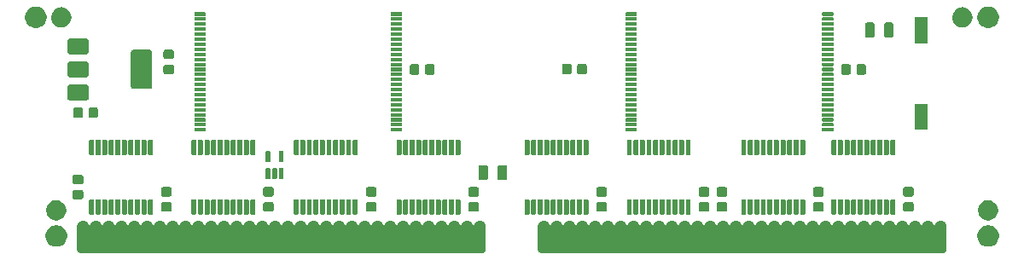
<source format=gts>
G04 #@! TF.GenerationSoftware,KiCad,Pcbnew,(5.1.5-0-10_14)*
G04 #@! TF.CreationDate,2020-07-05T22:59:27-04:00*
G04 #@! TF.ProjectId,ROMSIMM,524f4d53-494d-44d2-9e6b-696361645f70,rev?*
G04 #@! TF.SameCoordinates,Original*
G04 #@! TF.FileFunction,Soldermask,Top*
G04 #@! TF.FilePolarity,Negative*
%FSLAX46Y46*%
G04 Gerber Fmt 4.6, Leading zero omitted, Abs format (unit mm)*
G04 Created by KiCad (PCBNEW (5.1.5-0-10_14)) date 2020-07-05 22:59:27*
%MOMM*%
%LPD*%
G04 APERTURE LIST*
%ADD10C,0.175000*%
%ADD11C,0.100000*%
G04 APERTURE END LIST*
D10*
G36*
X163195000Y-127635000D02*
G01*
X123825000Y-127635000D01*
X123317000Y-125031500D01*
X163703000Y-125031500D01*
X163195000Y-127635000D01*
G37*
X163195000Y-127635000D02*
X123825000Y-127635000D01*
X123317000Y-125031500D01*
X163703000Y-125031500D01*
X163195000Y-127635000D01*
G36*
X117475000Y-127635000D02*
G01*
X78105000Y-127635000D01*
X77597000Y-125031500D01*
X117983000Y-125031500D01*
X117475000Y-127635000D01*
G37*
X117475000Y-127635000D02*
X78105000Y-127635000D01*
X77597000Y-125031500D01*
X117983000Y-125031500D01*
X117475000Y-127635000D01*
D11*
G36*
X78325114Y-124521202D02*
G01*
X78412594Y-124547739D01*
X78493210Y-124590829D01*
X78563876Y-124648824D01*
X78621871Y-124719490D01*
X78664961Y-124800106D01*
X78692154Y-124889750D01*
X78695905Y-124898805D01*
X78701350Y-124906955D01*
X78708281Y-124913886D01*
X78716431Y-124919331D01*
X78725486Y-124923082D01*
X78735099Y-124924994D01*
X78744901Y-124924994D01*
X78754514Y-124923082D01*
X78763569Y-124919331D01*
X78771719Y-124913886D01*
X78778650Y-124906955D01*
X78784095Y-124898805D01*
X78787846Y-124889750D01*
X78815039Y-124800106D01*
X78858129Y-124719490D01*
X78916124Y-124648824D01*
X78986790Y-124590829D01*
X79067406Y-124547739D01*
X79154886Y-124521202D01*
X79248314Y-124512000D01*
X79501686Y-124512000D01*
X79595114Y-124521202D01*
X79682594Y-124547739D01*
X79763210Y-124590829D01*
X79833876Y-124648824D01*
X79891871Y-124719490D01*
X79934961Y-124800106D01*
X79962154Y-124889750D01*
X79965905Y-124898805D01*
X79971350Y-124906955D01*
X79978281Y-124913886D01*
X79986431Y-124919331D01*
X79995486Y-124923082D01*
X80005099Y-124924994D01*
X80014901Y-124924994D01*
X80024514Y-124923082D01*
X80033569Y-124919331D01*
X80041719Y-124913886D01*
X80048650Y-124906955D01*
X80054095Y-124898805D01*
X80057846Y-124889750D01*
X80085039Y-124800106D01*
X80128129Y-124719490D01*
X80186124Y-124648824D01*
X80256790Y-124590829D01*
X80337406Y-124547739D01*
X80424886Y-124521202D01*
X80518314Y-124512000D01*
X80771686Y-124512000D01*
X80865114Y-124521202D01*
X80952594Y-124547739D01*
X81033210Y-124590829D01*
X81103876Y-124648824D01*
X81161871Y-124719490D01*
X81204961Y-124800106D01*
X81232154Y-124889750D01*
X81235905Y-124898805D01*
X81241350Y-124906955D01*
X81248281Y-124913886D01*
X81256431Y-124919331D01*
X81265486Y-124923082D01*
X81275099Y-124924994D01*
X81284901Y-124924994D01*
X81294514Y-124923082D01*
X81303569Y-124919331D01*
X81311719Y-124913886D01*
X81318650Y-124906955D01*
X81324095Y-124898805D01*
X81327846Y-124889750D01*
X81355039Y-124800106D01*
X81398129Y-124719490D01*
X81456124Y-124648824D01*
X81526790Y-124590829D01*
X81607406Y-124547739D01*
X81694886Y-124521202D01*
X81788314Y-124512000D01*
X82041686Y-124512000D01*
X82135114Y-124521202D01*
X82222594Y-124547739D01*
X82303210Y-124590829D01*
X82373876Y-124648824D01*
X82431871Y-124719490D01*
X82474961Y-124800106D01*
X82502154Y-124889750D01*
X82505905Y-124898805D01*
X82511350Y-124906955D01*
X82518281Y-124913886D01*
X82526431Y-124919331D01*
X82535486Y-124923082D01*
X82545099Y-124924994D01*
X82554901Y-124924994D01*
X82564514Y-124923082D01*
X82573569Y-124919331D01*
X82581719Y-124913886D01*
X82588650Y-124906955D01*
X82594095Y-124898805D01*
X82597846Y-124889750D01*
X82625039Y-124800106D01*
X82668129Y-124719490D01*
X82726124Y-124648824D01*
X82796790Y-124590829D01*
X82877406Y-124547739D01*
X82964886Y-124521202D01*
X83058314Y-124512000D01*
X83311686Y-124512000D01*
X83405114Y-124521202D01*
X83492594Y-124547739D01*
X83573210Y-124590829D01*
X83643876Y-124648824D01*
X83701871Y-124719490D01*
X83744961Y-124800106D01*
X83772154Y-124889750D01*
X83775905Y-124898805D01*
X83781350Y-124906955D01*
X83788281Y-124913886D01*
X83796431Y-124919331D01*
X83805486Y-124923082D01*
X83815099Y-124924994D01*
X83824901Y-124924994D01*
X83834514Y-124923082D01*
X83843569Y-124919331D01*
X83851719Y-124913886D01*
X83858650Y-124906955D01*
X83864095Y-124898805D01*
X83867846Y-124889750D01*
X83895039Y-124800106D01*
X83938129Y-124719490D01*
X83996124Y-124648824D01*
X84066790Y-124590829D01*
X84147406Y-124547739D01*
X84234886Y-124521202D01*
X84328314Y-124512000D01*
X84581686Y-124512000D01*
X84675114Y-124521202D01*
X84762594Y-124547739D01*
X84843210Y-124590829D01*
X84913876Y-124648824D01*
X84971871Y-124719490D01*
X85014961Y-124800106D01*
X85042154Y-124889750D01*
X85045905Y-124898805D01*
X85051350Y-124906955D01*
X85058281Y-124913886D01*
X85066431Y-124919331D01*
X85075486Y-124923082D01*
X85085099Y-124924994D01*
X85094901Y-124924994D01*
X85104514Y-124923082D01*
X85113569Y-124919331D01*
X85121719Y-124913886D01*
X85128650Y-124906955D01*
X85134095Y-124898805D01*
X85137846Y-124889750D01*
X85165039Y-124800106D01*
X85208129Y-124719490D01*
X85266124Y-124648824D01*
X85336790Y-124590829D01*
X85417406Y-124547739D01*
X85504886Y-124521202D01*
X85598314Y-124512000D01*
X85851686Y-124512000D01*
X85945114Y-124521202D01*
X86032594Y-124547739D01*
X86113210Y-124590829D01*
X86183876Y-124648824D01*
X86241871Y-124719490D01*
X86284961Y-124800106D01*
X86312154Y-124889750D01*
X86315905Y-124898805D01*
X86321350Y-124906955D01*
X86328281Y-124913886D01*
X86336431Y-124919331D01*
X86345486Y-124923082D01*
X86355099Y-124924994D01*
X86364901Y-124924994D01*
X86374514Y-124923082D01*
X86383569Y-124919331D01*
X86391719Y-124913886D01*
X86398650Y-124906955D01*
X86404095Y-124898805D01*
X86407846Y-124889750D01*
X86435039Y-124800106D01*
X86478129Y-124719490D01*
X86536124Y-124648824D01*
X86606790Y-124590829D01*
X86687406Y-124547739D01*
X86774886Y-124521202D01*
X86868314Y-124512000D01*
X87121686Y-124512000D01*
X87215114Y-124521202D01*
X87302594Y-124547739D01*
X87383210Y-124590829D01*
X87453876Y-124648824D01*
X87511871Y-124719490D01*
X87554961Y-124800106D01*
X87582154Y-124889750D01*
X87585905Y-124898805D01*
X87591350Y-124906955D01*
X87598281Y-124913886D01*
X87606431Y-124919331D01*
X87615486Y-124923082D01*
X87625099Y-124924994D01*
X87634901Y-124924994D01*
X87644514Y-124923082D01*
X87653569Y-124919331D01*
X87661719Y-124913886D01*
X87668650Y-124906955D01*
X87674095Y-124898805D01*
X87677846Y-124889750D01*
X87705039Y-124800106D01*
X87748129Y-124719490D01*
X87806124Y-124648824D01*
X87876790Y-124590829D01*
X87957406Y-124547739D01*
X88044886Y-124521202D01*
X88138314Y-124512000D01*
X88391686Y-124512000D01*
X88485114Y-124521202D01*
X88572594Y-124547739D01*
X88653210Y-124590829D01*
X88723876Y-124648824D01*
X88781871Y-124719490D01*
X88824961Y-124800106D01*
X88852154Y-124889750D01*
X88855905Y-124898805D01*
X88861350Y-124906955D01*
X88868281Y-124913886D01*
X88876431Y-124919331D01*
X88885486Y-124923082D01*
X88895099Y-124924994D01*
X88904901Y-124924994D01*
X88914514Y-124923082D01*
X88923569Y-124919331D01*
X88931719Y-124913886D01*
X88938650Y-124906955D01*
X88944095Y-124898805D01*
X88947846Y-124889750D01*
X88975039Y-124800106D01*
X89018129Y-124719490D01*
X89076124Y-124648824D01*
X89146790Y-124590829D01*
X89227406Y-124547739D01*
X89314886Y-124521202D01*
X89408314Y-124512000D01*
X89661686Y-124512000D01*
X89755114Y-124521202D01*
X89842594Y-124547739D01*
X89923210Y-124590829D01*
X89993876Y-124648824D01*
X90051871Y-124719490D01*
X90094961Y-124800106D01*
X90122154Y-124889750D01*
X90125905Y-124898805D01*
X90131350Y-124906955D01*
X90138281Y-124913886D01*
X90146431Y-124919331D01*
X90155486Y-124923082D01*
X90165099Y-124924994D01*
X90174901Y-124924994D01*
X90184514Y-124923082D01*
X90193569Y-124919331D01*
X90201719Y-124913886D01*
X90208650Y-124906955D01*
X90214095Y-124898805D01*
X90217846Y-124889750D01*
X90245039Y-124800106D01*
X90288129Y-124719490D01*
X90346124Y-124648824D01*
X90416790Y-124590829D01*
X90497406Y-124547739D01*
X90584886Y-124521202D01*
X90678314Y-124512000D01*
X90931686Y-124512000D01*
X91025114Y-124521202D01*
X91112594Y-124547739D01*
X91193210Y-124590829D01*
X91263876Y-124648824D01*
X91321871Y-124719490D01*
X91364961Y-124800106D01*
X91392154Y-124889750D01*
X91395905Y-124898805D01*
X91401350Y-124906955D01*
X91408281Y-124913886D01*
X91416431Y-124919331D01*
X91425486Y-124923082D01*
X91435099Y-124924994D01*
X91444901Y-124924994D01*
X91454514Y-124923082D01*
X91463569Y-124919331D01*
X91471719Y-124913886D01*
X91478650Y-124906955D01*
X91484095Y-124898805D01*
X91487846Y-124889750D01*
X91515039Y-124800106D01*
X91558129Y-124719490D01*
X91616124Y-124648824D01*
X91686790Y-124590829D01*
X91767406Y-124547739D01*
X91854886Y-124521202D01*
X91948314Y-124512000D01*
X92201686Y-124512000D01*
X92295114Y-124521202D01*
X92382594Y-124547739D01*
X92463210Y-124590829D01*
X92533876Y-124648824D01*
X92591871Y-124719490D01*
X92634961Y-124800106D01*
X92662154Y-124889750D01*
X92665905Y-124898805D01*
X92671350Y-124906955D01*
X92678281Y-124913886D01*
X92686431Y-124919331D01*
X92695486Y-124923082D01*
X92705099Y-124924994D01*
X92714901Y-124924994D01*
X92724514Y-124923082D01*
X92733569Y-124919331D01*
X92741719Y-124913886D01*
X92748650Y-124906955D01*
X92754095Y-124898805D01*
X92757846Y-124889750D01*
X92785039Y-124800106D01*
X92828129Y-124719490D01*
X92886124Y-124648824D01*
X92956790Y-124590829D01*
X93037406Y-124547739D01*
X93124886Y-124521202D01*
X93218314Y-124512000D01*
X93471686Y-124512000D01*
X93565114Y-124521202D01*
X93652594Y-124547739D01*
X93733210Y-124590829D01*
X93803876Y-124648824D01*
X93861871Y-124719490D01*
X93904961Y-124800106D01*
X93932154Y-124889750D01*
X93935905Y-124898805D01*
X93941350Y-124906955D01*
X93948281Y-124913886D01*
X93956431Y-124919331D01*
X93965486Y-124923082D01*
X93975099Y-124924994D01*
X93984901Y-124924994D01*
X93994514Y-124923082D01*
X94003569Y-124919331D01*
X94011719Y-124913886D01*
X94018650Y-124906955D01*
X94024095Y-124898805D01*
X94027846Y-124889750D01*
X94055039Y-124800106D01*
X94098129Y-124719490D01*
X94156124Y-124648824D01*
X94226790Y-124590829D01*
X94307406Y-124547739D01*
X94394886Y-124521202D01*
X94488314Y-124512000D01*
X94741686Y-124512000D01*
X94835114Y-124521202D01*
X94922594Y-124547739D01*
X95003210Y-124590829D01*
X95073876Y-124648824D01*
X95131871Y-124719490D01*
X95174961Y-124800106D01*
X95202154Y-124889750D01*
X95205905Y-124898805D01*
X95211350Y-124906955D01*
X95218281Y-124913886D01*
X95226431Y-124919331D01*
X95235486Y-124923082D01*
X95245099Y-124924994D01*
X95254901Y-124924994D01*
X95264514Y-124923082D01*
X95273569Y-124919331D01*
X95281719Y-124913886D01*
X95288650Y-124906955D01*
X95294095Y-124898805D01*
X95297846Y-124889750D01*
X95325039Y-124800106D01*
X95368129Y-124719490D01*
X95426124Y-124648824D01*
X95496790Y-124590829D01*
X95577406Y-124547739D01*
X95664886Y-124521202D01*
X95758314Y-124512000D01*
X96011686Y-124512000D01*
X96105114Y-124521202D01*
X96192594Y-124547739D01*
X96273210Y-124590829D01*
X96343876Y-124648824D01*
X96401871Y-124719490D01*
X96444961Y-124800106D01*
X96472154Y-124889750D01*
X96475905Y-124898805D01*
X96481350Y-124906955D01*
X96488281Y-124913886D01*
X96496431Y-124919331D01*
X96505486Y-124923082D01*
X96515099Y-124924994D01*
X96524901Y-124924994D01*
X96534514Y-124923082D01*
X96543569Y-124919331D01*
X96551719Y-124913886D01*
X96558650Y-124906955D01*
X96564095Y-124898805D01*
X96567846Y-124889750D01*
X96595039Y-124800106D01*
X96638129Y-124719490D01*
X96696124Y-124648824D01*
X96766790Y-124590829D01*
X96847406Y-124547739D01*
X96934886Y-124521202D01*
X97028314Y-124512000D01*
X97281686Y-124512000D01*
X97375114Y-124521202D01*
X97462594Y-124547739D01*
X97543210Y-124590829D01*
X97613876Y-124648824D01*
X97671871Y-124719490D01*
X97714961Y-124800106D01*
X97742154Y-124889750D01*
X97745905Y-124898805D01*
X97751350Y-124906955D01*
X97758281Y-124913886D01*
X97766431Y-124919331D01*
X97775486Y-124923082D01*
X97785099Y-124924994D01*
X97794901Y-124924994D01*
X97804514Y-124923082D01*
X97813569Y-124919331D01*
X97821719Y-124913886D01*
X97828650Y-124906955D01*
X97834095Y-124898805D01*
X97837846Y-124889750D01*
X97865039Y-124800106D01*
X97908129Y-124719490D01*
X97966124Y-124648824D01*
X98036790Y-124590829D01*
X98117406Y-124547739D01*
X98204886Y-124521202D01*
X98298314Y-124512000D01*
X98551686Y-124512000D01*
X98645114Y-124521202D01*
X98732594Y-124547739D01*
X98813210Y-124590829D01*
X98883876Y-124648824D01*
X98941871Y-124719490D01*
X98984961Y-124800106D01*
X99012154Y-124889750D01*
X99015905Y-124898805D01*
X99021350Y-124906955D01*
X99028281Y-124913886D01*
X99036431Y-124919331D01*
X99045486Y-124923082D01*
X99055099Y-124924994D01*
X99064901Y-124924994D01*
X99074514Y-124923082D01*
X99083569Y-124919331D01*
X99091719Y-124913886D01*
X99098650Y-124906955D01*
X99104095Y-124898805D01*
X99107846Y-124889750D01*
X99135039Y-124800106D01*
X99178129Y-124719490D01*
X99236124Y-124648824D01*
X99306790Y-124590829D01*
X99387406Y-124547739D01*
X99474886Y-124521202D01*
X99568314Y-124512000D01*
X99821686Y-124512000D01*
X99915114Y-124521202D01*
X100002594Y-124547739D01*
X100083210Y-124590829D01*
X100153876Y-124648824D01*
X100211871Y-124719490D01*
X100254961Y-124800106D01*
X100282154Y-124889750D01*
X100285905Y-124898805D01*
X100291350Y-124906955D01*
X100298281Y-124913886D01*
X100306431Y-124919331D01*
X100315486Y-124923082D01*
X100325099Y-124924994D01*
X100334901Y-124924994D01*
X100344514Y-124923082D01*
X100353569Y-124919331D01*
X100361719Y-124913886D01*
X100368650Y-124906955D01*
X100374095Y-124898805D01*
X100377846Y-124889750D01*
X100405039Y-124800106D01*
X100448129Y-124719490D01*
X100506124Y-124648824D01*
X100576790Y-124590829D01*
X100657406Y-124547739D01*
X100744886Y-124521202D01*
X100838314Y-124512000D01*
X101091686Y-124512000D01*
X101185114Y-124521202D01*
X101272594Y-124547739D01*
X101353210Y-124590829D01*
X101423876Y-124648824D01*
X101481871Y-124719490D01*
X101524961Y-124800106D01*
X101552154Y-124889750D01*
X101555905Y-124898805D01*
X101561350Y-124906955D01*
X101568281Y-124913886D01*
X101576431Y-124919331D01*
X101585486Y-124923082D01*
X101595099Y-124924994D01*
X101604901Y-124924994D01*
X101614514Y-124923082D01*
X101623569Y-124919331D01*
X101631719Y-124913886D01*
X101638650Y-124906955D01*
X101644095Y-124898805D01*
X101647846Y-124889750D01*
X101675039Y-124800106D01*
X101718129Y-124719490D01*
X101776124Y-124648824D01*
X101846790Y-124590829D01*
X101927406Y-124547739D01*
X102014886Y-124521202D01*
X102108314Y-124512000D01*
X102361686Y-124512000D01*
X102455114Y-124521202D01*
X102542594Y-124547739D01*
X102623210Y-124590829D01*
X102693876Y-124648824D01*
X102751871Y-124719490D01*
X102794961Y-124800106D01*
X102822154Y-124889750D01*
X102825905Y-124898805D01*
X102831350Y-124906955D01*
X102838281Y-124913886D01*
X102846431Y-124919331D01*
X102855486Y-124923082D01*
X102865099Y-124924994D01*
X102874901Y-124924994D01*
X102884514Y-124923082D01*
X102893569Y-124919331D01*
X102901719Y-124913886D01*
X102908650Y-124906955D01*
X102914095Y-124898805D01*
X102917846Y-124889750D01*
X102945039Y-124800106D01*
X102988129Y-124719490D01*
X103046124Y-124648824D01*
X103116790Y-124590829D01*
X103197406Y-124547739D01*
X103284886Y-124521202D01*
X103378314Y-124512000D01*
X103631686Y-124512000D01*
X103725114Y-124521202D01*
X103812594Y-124547739D01*
X103893210Y-124590829D01*
X103963876Y-124648824D01*
X104021871Y-124719490D01*
X104064961Y-124800106D01*
X104092154Y-124889750D01*
X104095905Y-124898805D01*
X104101350Y-124906955D01*
X104108281Y-124913886D01*
X104116431Y-124919331D01*
X104125486Y-124923082D01*
X104135099Y-124924994D01*
X104144901Y-124924994D01*
X104154514Y-124923082D01*
X104163569Y-124919331D01*
X104171719Y-124913886D01*
X104178650Y-124906955D01*
X104184095Y-124898805D01*
X104187846Y-124889750D01*
X104215039Y-124800106D01*
X104258129Y-124719490D01*
X104316124Y-124648824D01*
X104386790Y-124590829D01*
X104467406Y-124547739D01*
X104554886Y-124521202D01*
X104648314Y-124512000D01*
X104901686Y-124512000D01*
X104995114Y-124521202D01*
X105082594Y-124547739D01*
X105163210Y-124590829D01*
X105233876Y-124648824D01*
X105291871Y-124719490D01*
X105334961Y-124800106D01*
X105362154Y-124889750D01*
X105365905Y-124898805D01*
X105371350Y-124906955D01*
X105378281Y-124913886D01*
X105386431Y-124919331D01*
X105395486Y-124923082D01*
X105405099Y-124924994D01*
X105414901Y-124924994D01*
X105424514Y-124923082D01*
X105433569Y-124919331D01*
X105441719Y-124913886D01*
X105448650Y-124906955D01*
X105454095Y-124898805D01*
X105457846Y-124889750D01*
X105485039Y-124800106D01*
X105528129Y-124719490D01*
X105586124Y-124648824D01*
X105656790Y-124590829D01*
X105737406Y-124547739D01*
X105824886Y-124521202D01*
X105918314Y-124512000D01*
X106171686Y-124512000D01*
X106265114Y-124521202D01*
X106352594Y-124547739D01*
X106433210Y-124590829D01*
X106503876Y-124648824D01*
X106561871Y-124719490D01*
X106604961Y-124800106D01*
X106632154Y-124889750D01*
X106635905Y-124898805D01*
X106641350Y-124906955D01*
X106648281Y-124913886D01*
X106656431Y-124919331D01*
X106665486Y-124923082D01*
X106675099Y-124924994D01*
X106684901Y-124924994D01*
X106694514Y-124923082D01*
X106703569Y-124919331D01*
X106711719Y-124913886D01*
X106718650Y-124906955D01*
X106724095Y-124898805D01*
X106727846Y-124889750D01*
X106755039Y-124800106D01*
X106798129Y-124719490D01*
X106856124Y-124648824D01*
X106926790Y-124590829D01*
X107007406Y-124547739D01*
X107094886Y-124521202D01*
X107188314Y-124512000D01*
X107441686Y-124512000D01*
X107535114Y-124521202D01*
X107622594Y-124547739D01*
X107703210Y-124590829D01*
X107773876Y-124648824D01*
X107831871Y-124719490D01*
X107874961Y-124800106D01*
X107902154Y-124889750D01*
X107905905Y-124898805D01*
X107911350Y-124906955D01*
X107918281Y-124913886D01*
X107926431Y-124919331D01*
X107935486Y-124923082D01*
X107945099Y-124924994D01*
X107954901Y-124924994D01*
X107964514Y-124923082D01*
X107973569Y-124919331D01*
X107981719Y-124913886D01*
X107988650Y-124906955D01*
X107994095Y-124898805D01*
X107997846Y-124889750D01*
X108025039Y-124800106D01*
X108068129Y-124719490D01*
X108126124Y-124648824D01*
X108196790Y-124590829D01*
X108277406Y-124547739D01*
X108364886Y-124521202D01*
X108458314Y-124512000D01*
X108711686Y-124512000D01*
X108805114Y-124521202D01*
X108892594Y-124547739D01*
X108973210Y-124590829D01*
X109043876Y-124648824D01*
X109101871Y-124719490D01*
X109144961Y-124800106D01*
X109172154Y-124889750D01*
X109175905Y-124898805D01*
X109181350Y-124906955D01*
X109188281Y-124913886D01*
X109196431Y-124919331D01*
X109205486Y-124923082D01*
X109215099Y-124924994D01*
X109224901Y-124924994D01*
X109234514Y-124923082D01*
X109243569Y-124919331D01*
X109251719Y-124913886D01*
X109258650Y-124906955D01*
X109264095Y-124898805D01*
X109267846Y-124889750D01*
X109295039Y-124800106D01*
X109338129Y-124719490D01*
X109396124Y-124648824D01*
X109466790Y-124590829D01*
X109547406Y-124547739D01*
X109634886Y-124521202D01*
X109728314Y-124512000D01*
X109981686Y-124512000D01*
X110075114Y-124521202D01*
X110162594Y-124547739D01*
X110243210Y-124590829D01*
X110313876Y-124648824D01*
X110371871Y-124719490D01*
X110414961Y-124800106D01*
X110442154Y-124889750D01*
X110445905Y-124898805D01*
X110451350Y-124906955D01*
X110458281Y-124913886D01*
X110466431Y-124919331D01*
X110475486Y-124923082D01*
X110485099Y-124924994D01*
X110494901Y-124924994D01*
X110504514Y-124923082D01*
X110513569Y-124919331D01*
X110521719Y-124913886D01*
X110528650Y-124906955D01*
X110534095Y-124898805D01*
X110537846Y-124889750D01*
X110565039Y-124800106D01*
X110608129Y-124719490D01*
X110666124Y-124648824D01*
X110736790Y-124590829D01*
X110817406Y-124547739D01*
X110904886Y-124521202D01*
X110998314Y-124512000D01*
X111251686Y-124512000D01*
X111345114Y-124521202D01*
X111432594Y-124547739D01*
X111513210Y-124590829D01*
X111583876Y-124648824D01*
X111641871Y-124719490D01*
X111684961Y-124800106D01*
X111712154Y-124889750D01*
X111715905Y-124898805D01*
X111721350Y-124906955D01*
X111728281Y-124913886D01*
X111736431Y-124919331D01*
X111745486Y-124923082D01*
X111755099Y-124924994D01*
X111764901Y-124924994D01*
X111774514Y-124923082D01*
X111783569Y-124919331D01*
X111791719Y-124913886D01*
X111798650Y-124906955D01*
X111804095Y-124898805D01*
X111807846Y-124889750D01*
X111835039Y-124800106D01*
X111878129Y-124719490D01*
X111936124Y-124648824D01*
X112006790Y-124590829D01*
X112087406Y-124547739D01*
X112174886Y-124521202D01*
X112268314Y-124512000D01*
X112521686Y-124512000D01*
X112615114Y-124521202D01*
X112702594Y-124547739D01*
X112783210Y-124590829D01*
X112853876Y-124648824D01*
X112911871Y-124719490D01*
X112954961Y-124800106D01*
X112982154Y-124889750D01*
X112985905Y-124898805D01*
X112991350Y-124906955D01*
X112998281Y-124913886D01*
X113006431Y-124919331D01*
X113015486Y-124923082D01*
X113025099Y-124924994D01*
X113034901Y-124924994D01*
X113044514Y-124923082D01*
X113053569Y-124919331D01*
X113061719Y-124913886D01*
X113068650Y-124906955D01*
X113074095Y-124898805D01*
X113077846Y-124889750D01*
X113105039Y-124800106D01*
X113148129Y-124719490D01*
X113206124Y-124648824D01*
X113276790Y-124590829D01*
X113357406Y-124547739D01*
X113444886Y-124521202D01*
X113538314Y-124512000D01*
X113791686Y-124512000D01*
X113885114Y-124521202D01*
X113972594Y-124547739D01*
X114053210Y-124590829D01*
X114123876Y-124648824D01*
X114181871Y-124719490D01*
X114224961Y-124800106D01*
X114252154Y-124889750D01*
X114255905Y-124898805D01*
X114261350Y-124906955D01*
X114268281Y-124913886D01*
X114276431Y-124919331D01*
X114285486Y-124923082D01*
X114295099Y-124924994D01*
X114304901Y-124924994D01*
X114314514Y-124923082D01*
X114323569Y-124919331D01*
X114331719Y-124913886D01*
X114338650Y-124906955D01*
X114344095Y-124898805D01*
X114347846Y-124889750D01*
X114375039Y-124800106D01*
X114418129Y-124719490D01*
X114476124Y-124648824D01*
X114546790Y-124590829D01*
X114627406Y-124547739D01*
X114714886Y-124521202D01*
X114808314Y-124512000D01*
X115061686Y-124512000D01*
X115155114Y-124521202D01*
X115242594Y-124547739D01*
X115323210Y-124590829D01*
X115393876Y-124648824D01*
X115451871Y-124719490D01*
X115494961Y-124800106D01*
X115522154Y-124889750D01*
X115525905Y-124898805D01*
X115531350Y-124906955D01*
X115538281Y-124913886D01*
X115546431Y-124919331D01*
X115555486Y-124923082D01*
X115565099Y-124924994D01*
X115574901Y-124924994D01*
X115584514Y-124923082D01*
X115593569Y-124919331D01*
X115601719Y-124913886D01*
X115608650Y-124906955D01*
X115614095Y-124898805D01*
X115617846Y-124889750D01*
X115645039Y-124800106D01*
X115688129Y-124719490D01*
X115746124Y-124648824D01*
X115816790Y-124590829D01*
X115897406Y-124547739D01*
X115984886Y-124521202D01*
X116078314Y-124512000D01*
X116331686Y-124512000D01*
X116425114Y-124521202D01*
X116512594Y-124547739D01*
X116593210Y-124590829D01*
X116663876Y-124648824D01*
X116721871Y-124719490D01*
X116764961Y-124800106D01*
X116792154Y-124889750D01*
X116795905Y-124898805D01*
X116801350Y-124906955D01*
X116808281Y-124913886D01*
X116816431Y-124919331D01*
X116825486Y-124923082D01*
X116835099Y-124924994D01*
X116844901Y-124924994D01*
X116854514Y-124923082D01*
X116863569Y-124919331D01*
X116871719Y-124913886D01*
X116878650Y-124906955D01*
X116884095Y-124898805D01*
X116887846Y-124889750D01*
X116915039Y-124800106D01*
X116958129Y-124719490D01*
X117016124Y-124648824D01*
X117086790Y-124590829D01*
X117167406Y-124547739D01*
X117254886Y-124521202D01*
X117348314Y-124512000D01*
X117601686Y-124512000D01*
X117695114Y-124521202D01*
X117782594Y-124547739D01*
X117863210Y-124590829D01*
X117933876Y-124648824D01*
X117991871Y-124719490D01*
X118034961Y-124800106D01*
X118061498Y-124887586D01*
X118070700Y-124981014D01*
X118070700Y-127240986D01*
X118061498Y-127334414D01*
X118034961Y-127421894D01*
X117991871Y-127502510D01*
X117933876Y-127573176D01*
X117863210Y-127631171D01*
X117782594Y-127674261D01*
X117695114Y-127700798D01*
X117601686Y-127710000D01*
X117348314Y-127710000D01*
X117254886Y-127700798D01*
X117167406Y-127674261D01*
X117086790Y-127631171D01*
X117016124Y-127573176D01*
X116958129Y-127502510D01*
X116915039Y-127421894D01*
X116887846Y-127332250D01*
X116884095Y-127323195D01*
X116878650Y-127315045D01*
X116871719Y-127308114D01*
X116863569Y-127302669D01*
X116854514Y-127298918D01*
X116844901Y-127297006D01*
X116835099Y-127297006D01*
X116825486Y-127298918D01*
X116816431Y-127302669D01*
X116808281Y-127308114D01*
X116801350Y-127315045D01*
X116795905Y-127323195D01*
X116792154Y-127332250D01*
X116764961Y-127421894D01*
X116721871Y-127502510D01*
X116663876Y-127573176D01*
X116593210Y-127631171D01*
X116512594Y-127674261D01*
X116425114Y-127700798D01*
X116331686Y-127710000D01*
X116078314Y-127710000D01*
X115984886Y-127700798D01*
X115897406Y-127674261D01*
X115816790Y-127631171D01*
X115746124Y-127573176D01*
X115688129Y-127502510D01*
X115645039Y-127421894D01*
X115617846Y-127332250D01*
X115614095Y-127323195D01*
X115608650Y-127315045D01*
X115601719Y-127308114D01*
X115593569Y-127302669D01*
X115584514Y-127298918D01*
X115574901Y-127297006D01*
X115565099Y-127297006D01*
X115555486Y-127298918D01*
X115546431Y-127302669D01*
X115538281Y-127308114D01*
X115531350Y-127315045D01*
X115525905Y-127323195D01*
X115522154Y-127332250D01*
X115494961Y-127421894D01*
X115451871Y-127502510D01*
X115393876Y-127573176D01*
X115323210Y-127631171D01*
X115242594Y-127674261D01*
X115155114Y-127700798D01*
X115061686Y-127710000D01*
X114808314Y-127710000D01*
X114714886Y-127700798D01*
X114627406Y-127674261D01*
X114546790Y-127631171D01*
X114476124Y-127573176D01*
X114418129Y-127502510D01*
X114375039Y-127421894D01*
X114347846Y-127332250D01*
X114344095Y-127323195D01*
X114338650Y-127315045D01*
X114331719Y-127308114D01*
X114323569Y-127302669D01*
X114314514Y-127298918D01*
X114304901Y-127297006D01*
X114295099Y-127297006D01*
X114285486Y-127298918D01*
X114276431Y-127302669D01*
X114268281Y-127308114D01*
X114261350Y-127315045D01*
X114255905Y-127323195D01*
X114252154Y-127332250D01*
X114224961Y-127421894D01*
X114181871Y-127502510D01*
X114123876Y-127573176D01*
X114053210Y-127631171D01*
X113972594Y-127674261D01*
X113885114Y-127700798D01*
X113791686Y-127710000D01*
X113538314Y-127710000D01*
X113444886Y-127700798D01*
X113357406Y-127674261D01*
X113276790Y-127631171D01*
X113206124Y-127573176D01*
X113148129Y-127502510D01*
X113105039Y-127421894D01*
X113077846Y-127332250D01*
X113074095Y-127323195D01*
X113068650Y-127315045D01*
X113061719Y-127308114D01*
X113053569Y-127302669D01*
X113044514Y-127298918D01*
X113034901Y-127297006D01*
X113025099Y-127297006D01*
X113015486Y-127298918D01*
X113006431Y-127302669D01*
X112998281Y-127308114D01*
X112991350Y-127315045D01*
X112985905Y-127323195D01*
X112982154Y-127332250D01*
X112954961Y-127421894D01*
X112911871Y-127502510D01*
X112853876Y-127573176D01*
X112783210Y-127631171D01*
X112702594Y-127674261D01*
X112615114Y-127700798D01*
X112521686Y-127710000D01*
X112268314Y-127710000D01*
X112174886Y-127700798D01*
X112087406Y-127674261D01*
X112006790Y-127631171D01*
X111936124Y-127573176D01*
X111878129Y-127502510D01*
X111835039Y-127421894D01*
X111807846Y-127332250D01*
X111804095Y-127323195D01*
X111798650Y-127315045D01*
X111791719Y-127308114D01*
X111783569Y-127302669D01*
X111774514Y-127298918D01*
X111764901Y-127297006D01*
X111755099Y-127297006D01*
X111745486Y-127298918D01*
X111736431Y-127302669D01*
X111728281Y-127308114D01*
X111721350Y-127315045D01*
X111715905Y-127323195D01*
X111712154Y-127332250D01*
X111684961Y-127421894D01*
X111641871Y-127502510D01*
X111583876Y-127573176D01*
X111513210Y-127631171D01*
X111432594Y-127674261D01*
X111345114Y-127700798D01*
X111251686Y-127710000D01*
X110998314Y-127710000D01*
X110904886Y-127700798D01*
X110817406Y-127674261D01*
X110736790Y-127631171D01*
X110666124Y-127573176D01*
X110608129Y-127502510D01*
X110565039Y-127421894D01*
X110537846Y-127332250D01*
X110534095Y-127323195D01*
X110528650Y-127315045D01*
X110521719Y-127308114D01*
X110513569Y-127302669D01*
X110504514Y-127298918D01*
X110494901Y-127297006D01*
X110485099Y-127297006D01*
X110475486Y-127298918D01*
X110466431Y-127302669D01*
X110458281Y-127308114D01*
X110451350Y-127315045D01*
X110445905Y-127323195D01*
X110442154Y-127332250D01*
X110414961Y-127421894D01*
X110371871Y-127502510D01*
X110313876Y-127573176D01*
X110243210Y-127631171D01*
X110162594Y-127674261D01*
X110075114Y-127700798D01*
X109981686Y-127710000D01*
X109728314Y-127710000D01*
X109634886Y-127700798D01*
X109547406Y-127674261D01*
X109466790Y-127631171D01*
X109396124Y-127573176D01*
X109338129Y-127502510D01*
X109295039Y-127421894D01*
X109267846Y-127332250D01*
X109264095Y-127323195D01*
X109258650Y-127315045D01*
X109251719Y-127308114D01*
X109243569Y-127302669D01*
X109234514Y-127298918D01*
X109224901Y-127297006D01*
X109215099Y-127297006D01*
X109205486Y-127298918D01*
X109196431Y-127302669D01*
X109188281Y-127308114D01*
X109181350Y-127315045D01*
X109175905Y-127323195D01*
X109172154Y-127332250D01*
X109144961Y-127421894D01*
X109101871Y-127502510D01*
X109043876Y-127573176D01*
X108973210Y-127631171D01*
X108892594Y-127674261D01*
X108805114Y-127700798D01*
X108711686Y-127710000D01*
X108458314Y-127710000D01*
X108364886Y-127700798D01*
X108277406Y-127674261D01*
X108196790Y-127631171D01*
X108126124Y-127573176D01*
X108068129Y-127502510D01*
X108025039Y-127421894D01*
X107997846Y-127332250D01*
X107994095Y-127323195D01*
X107988650Y-127315045D01*
X107981719Y-127308114D01*
X107973569Y-127302669D01*
X107964514Y-127298918D01*
X107954901Y-127297006D01*
X107945099Y-127297006D01*
X107935486Y-127298918D01*
X107926431Y-127302669D01*
X107918281Y-127308114D01*
X107911350Y-127315045D01*
X107905905Y-127323195D01*
X107902154Y-127332250D01*
X107874961Y-127421894D01*
X107831871Y-127502510D01*
X107773876Y-127573176D01*
X107703210Y-127631171D01*
X107622594Y-127674261D01*
X107535114Y-127700798D01*
X107441686Y-127710000D01*
X107188314Y-127710000D01*
X107094886Y-127700798D01*
X107007406Y-127674261D01*
X106926790Y-127631171D01*
X106856124Y-127573176D01*
X106798129Y-127502510D01*
X106755039Y-127421894D01*
X106727846Y-127332250D01*
X106724095Y-127323195D01*
X106718650Y-127315045D01*
X106711719Y-127308114D01*
X106703569Y-127302669D01*
X106694514Y-127298918D01*
X106684901Y-127297006D01*
X106675099Y-127297006D01*
X106665486Y-127298918D01*
X106656431Y-127302669D01*
X106648281Y-127308114D01*
X106641350Y-127315045D01*
X106635905Y-127323195D01*
X106632154Y-127332250D01*
X106604961Y-127421894D01*
X106561871Y-127502510D01*
X106503876Y-127573176D01*
X106433210Y-127631171D01*
X106352594Y-127674261D01*
X106265114Y-127700798D01*
X106171686Y-127710000D01*
X105918314Y-127710000D01*
X105824886Y-127700798D01*
X105737406Y-127674261D01*
X105656790Y-127631171D01*
X105586124Y-127573176D01*
X105528129Y-127502510D01*
X105485039Y-127421894D01*
X105457846Y-127332250D01*
X105454095Y-127323195D01*
X105448650Y-127315045D01*
X105441719Y-127308114D01*
X105433569Y-127302669D01*
X105424514Y-127298918D01*
X105414901Y-127297006D01*
X105405099Y-127297006D01*
X105395486Y-127298918D01*
X105386431Y-127302669D01*
X105378281Y-127308114D01*
X105371350Y-127315045D01*
X105365905Y-127323195D01*
X105362154Y-127332250D01*
X105334961Y-127421894D01*
X105291871Y-127502510D01*
X105233876Y-127573176D01*
X105163210Y-127631171D01*
X105082594Y-127674261D01*
X104995114Y-127700798D01*
X104901686Y-127710000D01*
X104648314Y-127710000D01*
X104554886Y-127700798D01*
X104467406Y-127674261D01*
X104386790Y-127631171D01*
X104316124Y-127573176D01*
X104258129Y-127502510D01*
X104215039Y-127421894D01*
X104187846Y-127332250D01*
X104184095Y-127323195D01*
X104178650Y-127315045D01*
X104171719Y-127308114D01*
X104163569Y-127302669D01*
X104154514Y-127298918D01*
X104144901Y-127297006D01*
X104135099Y-127297006D01*
X104125486Y-127298918D01*
X104116431Y-127302669D01*
X104108281Y-127308114D01*
X104101350Y-127315045D01*
X104095905Y-127323195D01*
X104092154Y-127332250D01*
X104064961Y-127421894D01*
X104021871Y-127502510D01*
X103963876Y-127573176D01*
X103893210Y-127631171D01*
X103812594Y-127674261D01*
X103725114Y-127700798D01*
X103631686Y-127710000D01*
X103378314Y-127710000D01*
X103284886Y-127700798D01*
X103197406Y-127674261D01*
X103116790Y-127631171D01*
X103046124Y-127573176D01*
X102988129Y-127502510D01*
X102945039Y-127421894D01*
X102917846Y-127332250D01*
X102914095Y-127323195D01*
X102908650Y-127315045D01*
X102901719Y-127308114D01*
X102893569Y-127302669D01*
X102884514Y-127298918D01*
X102874901Y-127297006D01*
X102865099Y-127297006D01*
X102855486Y-127298918D01*
X102846431Y-127302669D01*
X102838281Y-127308114D01*
X102831350Y-127315045D01*
X102825905Y-127323195D01*
X102822154Y-127332250D01*
X102794961Y-127421894D01*
X102751871Y-127502510D01*
X102693876Y-127573176D01*
X102623210Y-127631171D01*
X102542594Y-127674261D01*
X102455114Y-127700798D01*
X102361686Y-127710000D01*
X102108314Y-127710000D01*
X102014886Y-127700798D01*
X101927406Y-127674261D01*
X101846790Y-127631171D01*
X101776124Y-127573176D01*
X101718129Y-127502510D01*
X101675039Y-127421894D01*
X101647846Y-127332250D01*
X101644095Y-127323195D01*
X101638650Y-127315045D01*
X101631719Y-127308114D01*
X101623569Y-127302669D01*
X101614514Y-127298918D01*
X101604901Y-127297006D01*
X101595099Y-127297006D01*
X101585486Y-127298918D01*
X101576431Y-127302669D01*
X101568281Y-127308114D01*
X101561350Y-127315045D01*
X101555905Y-127323195D01*
X101552154Y-127332250D01*
X101524961Y-127421894D01*
X101481871Y-127502510D01*
X101423876Y-127573176D01*
X101353210Y-127631171D01*
X101272594Y-127674261D01*
X101185114Y-127700798D01*
X101091686Y-127710000D01*
X100838314Y-127710000D01*
X100744886Y-127700798D01*
X100657406Y-127674261D01*
X100576790Y-127631171D01*
X100506124Y-127573176D01*
X100448129Y-127502510D01*
X100405039Y-127421894D01*
X100377846Y-127332250D01*
X100374095Y-127323195D01*
X100368650Y-127315045D01*
X100361719Y-127308114D01*
X100353569Y-127302669D01*
X100344514Y-127298918D01*
X100334901Y-127297006D01*
X100325099Y-127297006D01*
X100315486Y-127298918D01*
X100306431Y-127302669D01*
X100298281Y-127308114D01*
X100291350Y-127315045D01*
X100285905Y-127323195D01*
X100282154Y-127332250D01*
X100254961Y-127421894D01*
X100211871Y-127502510D01*
X100153876Y-127573176D01*
X100083210Y-127631171D01*
X100002594Y-127674261D01*
X99915114Y-127700798D01*
X99821686Y-127710000D01*
X99568314Y-127710000D01*
X99474886Y-127700798D01*
X99387406Y-127674261D01*
X99306790Y-127631171D01*
X99236124Y-127573176D01*
X99178129Y-127502510D01*
X99135039Y-127421894D01*
X99107846Y-127332250D01*
X99104095Y-127323195D01*
X99098650Y-127315045D01*
X99091719Y-127308114D01*
X99083569Y-127302669D01*
X99074514Y-127298918D01*
X99064901Y-127297006D01*
X99055099Y-127297006D01*
X99045486Y-127298918D01*
X99036431Y-127302669D01*
X99028281Y-127308114D01*
X99021350Y-127315045D01*
X99015905Y-127323195D01*
X99012154Y-127332250D01*
X98984961Y-127421894D01*
X98941871Y-127502510D01*
X98883876Y-127573176D01*
X98813210Y-127631171D01*
X98732594Y-127674261D01*
X98645114Y-127700798D01*
X98551686Y-127710000D01*
X98298314Y-127710000D01*
X98204886Y-127700798D01*
X98117406Y-127674261D01*
X98036790Y-127631171D01*
X97966124Y-127573176D01*
X97908129Y-127502510D01*
X97865039Y-127421894D01*
X97837846Y-127332250D01*
X97834095Y-127323195D01*
X97828650Y-127315045D01*
X97821719Y-127308114D01*
X97813569Y-127302669D01*
X97804514Y-127298918D01*
X97794901Y-127297006D01*
X97785099Y-127297006D01*
X97775486Y-127298918D01*
X97766431Y-127302669D01*
X97758281Y-127308114D01*
X97751350Y-127315045D01*
X97745905Y-127323195D01*
X97742154Y-127332250D01*
X97714961Y-127421894D01*
X97671871Y-127502510D01*
X97613876Y-127573176D01*
X97543210Y-127631171D01*
X97462594Y-127674261D01*
X97375114Y-127700798D01*
X97281686Y-127710000D01*
X97028314Y-127710000D01*
X96934886Y-127700798D01*
X96847406Y-127674261D01*
X96766790Y-127631171D01*
X96696124Y-127573176D01*
X96638129Y-127502510D01*
X96595039Y-127421894D01*
X96567846Y-127332250D01*
X96564095Y-127323195D01*
X96558650Y-127315045D01*
X96551719Y-127308114D01*
X96543569Y-127302669D01*
X96534514Y-127298918D01*
X96524901Y-127297006D01*
X96515099Y-127297006D01*
X96505486Y-127298918D01*
X96496431Y-127302669D01*
X96488281Y-127308114D01*
X96481350Y-127315045D01*
X96475905Y-127323195D01*
X96472154Y-127332250D01*
X96444961Y-127421894D01*
X96401871Y-127502510D01*
X96343876Y-127573176D01*
X96273210Y-127631171D01*
X96192594Y-127674261D01*
X96105114Y-127700798D01*
X96011686Y-127710000D01*
X95758314Y-127710000D01*
X95664886Y-127700798D01*
X95577406Y-127674261D01*
X95496790Y-127631171D01*
X95426124Y-127573176D01*
X95368129Y-127502510D01*
X95325039Y-127421894D01*
X95297846Y-127332250D01*
X95294095Y-127323195D01*
X95288650Y-127315045D01*
X95281719Y-127308114D01*
X95273569Y-127302669D01*
X95264514Y-127298918D01*
X95254901Y-127297006D01*
X95245099Y-127297006D01*
X95235486Y-127298918D01*
X95226431Y-127302669D01*
X95218281Y-127308114D01*
X95211350Y-127315045D01*
X95205905Y-127323195D01*
X95202154Y-127332250D01*
X95174961Y-127421894D01*
X95131871Y-127502510D01*
X95073876Y-127573176D01*
X95003210Y-127631171D01*
X94922594Y-127674261D01*
X94835114Y-127700798D01*
X94741686Y-127710000D01*
X94488314Y-127710000D01*
X94394886Y-127700798D01*
X94307406Y-127674261D01*
X94226790Y-127631171D01*
X94156124Y-127573176D01*
X94098129Y-127502510D01*
X94055039Y-127421894D01*
X94027846Y-127332250D01*
X94024095Y-127323195D01*
X94018650Y-127315045D01*
X94011719Y-127308114D01*
X94003569Y-127302669D01*
X93994514Y-127298918D01*
X93984901Y-127297006D01*
X93975099Y-127297006D01*
X93965486Y-127298918D01*
X93956431Y-127302669D01*
X93948281Y-127308114D01*
X93941350Y-127315045D01*
X93935905Y-127323195D01*
X93932154Y-127332250D01*
X93904961Y-127421894D01*
X93861871Y-127502510D01*
X93803876Y-127573176D01*
X93733210Y-127631171D01*
X93652594Y-127674261D01*
X93565114Y-127700798D01*
X93471686Y-127710000D01*
X93218314Y-127710000D01*
X93124886Y-127700798D01*
X93037406Y-127674261D01*
X92956790Y-127631171D01*
X92886124Y-127573176D01*
X92828129Y-127502510D01*
X92785039Y-127421894D01*
X92757846Y-127332250D01*
X92754095Y-127323195D01*
X92748650Y-127315045D01*
X92741719Y-127308114D01*
X92733569Y-127302669D01*
X92724514Y-127298918D01*
X92714901Y-127297006D01*
X92705099Y-127297006D01*
X92695486Y-127298918D01*
X92686431Y-127302669D01*
X92678281Y-127308114D01*
X92671350Y-127315045D01*
X92665905Y-127323195D01*
X92662154Y-127332250D01*
X92634961Y-127421894D01*
X92591871Y-127502510D01*
X92533876Y-127573176D01*
X92463210Y-127631171D01*
X92382594Y-127674261D01*
X92295114Y-127700798D01*
X92201686Y-127710000D01*
X91948314Y-127710000D01*
X91854886Y-127700798D01*
X91767406Y-127674261D01*
X91686790Y-127631171D01*
X91616124Y-127573176D01*
X91558129Y-127502510D01*
X91515039Y-127421894D01*
X91487846Y-127332250D01*
X91484095Y-127323195D01*
X91478650Y-127315045D01*
X91471719Y-127308114D01*
X91463569Y-127302669D01*
X91454514Y-127298918D01*
X91444901Y-127297006D01*
X91435099Y-127297006D01*
X91425486Y-127298918D01*
X91416431Y-127302669D01*
X91408281Y-127308114D01*
X91401350Y-127315045D01*
X91395905Y-127323195D01*
X91392154Y-127332250D01*
X91364961Y-127421894D01*
X91321871Y-127502510D01*
X91263876Y-127573176D01*
X91193210Y-127631171D01*
X91112594Y-127674261D01*
X91025114Y-127700798D01*
X90931686Y-127710000D01*
X90678314Y-127710000D01*
X90584886Y-127700798D01*
X90497406Y-127674261D01*
X90416790Y-127631171D01*
X90346124Y-127573176D01*
X90288129Y-127502510D01*
X90245039Y-127421894D01*
X90217846Y-127332250D01*
X90214095Y-127323195D01*
X90208650Y-127315045D01*
X90201719Y-127308114D01*
X90193569Y-127302669D01*
X90184514Y-127298918D01*
X90174901Y-127297006D01*
X90165099Y-127297006D01*
X90155486Y-127298918D01*
X90146431Y-127302669D01*
X90138281Y-127308114D01*
X90131350Y-127315045D01*
X90125905Y-127323195D01*
X90122154Y-127332250D01*
X90094961Y-127421894D01*
X90051871Y-127502510D01*
X89993876Y-127573176D01*
X89923210Y-127631171D01*
X89842594Y-127674261D01*
X89755114Y-127700798D01*
X89661686Y-127710000D01*
X89408314Y-127710000D01*
X89314886Y-127700798D01*
X89227406Y-127674261D01*
X89146790Y-127631171D01*
X89076124Y-127573176D01*
X89018129Y-127502510D01*
X88975039Y-127421894D01*
X88947846Y-127332250D01*
X88944095Y-127323195D01*
X88938650Y-127315045D01*
X88931719Y-127308114D01*
X88923569Y-127302669D01*
X88914514Y-127298918D01*
X88904901Y-127297006D01*
X88895099Y-127297006D01*
X88885486Y-127298918D01*
X88876431Y-127302669D01*
X88868281Y-127308114D01*
X88861350Y-127315045D01*
X88855905Y-127323195D01*
X88852154Y-127332250D01*
X88824961Y-127421894D01*
X88781871Y-127502510D01*
X88723876Y-127573176D01*
X88653210Y-127631171D01*
X88572594Y-127674261D01*
X88485114Y-127700798D01*
X88391686Y-127710000D01*
X88138314Y-127710000D01*
X88044886Y-127700798D01*
X87957406Y-127674261D01*
X87876790Y-127631171D01*
X87806124Y-127573176D01*
X87748129Y-127502510D01*
X87705039Y-127421894D01*
X87677846Y-127332250D01*
X87674095Y-127323195D01*
X87668650Y-127315045D01*
X87661719Y-127308114D01*
X87653569Y-127302669D01*
X87644514Y-127298918D01*
X87634901Y-127297006D01*
X87625099Y-127297006D01*
X87615486Y-127298918D01*
X87606431Y-127302669D01*
X87598281Y-127308114D01*
X87591350Y-127315045D01*
X87585905Y-127323195D01*
X87582154Y-127332250D01*
X87554961Y-127421894D01*
X87511871Y-127502510D01*
X87453876Y-127573176D01*
X87383210Y-127631171D01*
X87302594Y-127674261D01*
X87215114Y-127700798D01*
X87121686Y-127710000D01*
X86868314Y-127710000D01*
X86774886Y-127700798D01*
X86687406Y-127674261D01*
X86606790Y-127631171D01*
X86536124Y-127573176D01*
X86478129Y-127502510D01*
X86435039Y-127421894D01*
X86407846Y-127332250D01*
X86404095Y-127323195D01*
X86398650Y-127315045D01*
X86391719Y-127308114D01*
X86383569Y-127302669D01*
X86374514Y-127298918D01*
X86364901Y-127297006D01*
X86355099Y-127297006D01*
X86345486Y-127298918D01*
X86336431Y-127302669D01*
X86328281Y-127308114D01*
X86321350Y-127315045D01*
X86315905Y-127323195D01*
X86312154Y-127332250D01*
X86284961Y-127421894D01*
X86241871Y-127502510D01*
X86183876Y-127573176D01*
X86113210Y-127631171D01*
X86032594Y-127674261D01*
X85945114Y-127700798D01*
X85851686Y-127710000D01*
X85598314Y-127710000D01*
X85504886Y-127700798D01*
X85417406Y-127674261D01*
X85336790Y-127631171D01*
X85266124Y-127573176D01*
X85208129Y-127502510D01*
X85165039Y-127421894D01*
X85137846Y-127332250D01*
X85134095Y-127323195D01*
X85128650Y-127315045D01*
X85121719Y-127308114D01*
X85113569Y-127302669D01*
X85104514Y-127298918D01*
X85094901Y-127297006D01*
X85085099Y-127297006D01*
X85075486Y-127298918D01*
X85066431Y-127302669D01*
X85058281Y-127308114D01*
X85051350Y-127315045D01*
X85045905Y-127323195D01*
X85042154Y-127332250D01*
X85014961Y-127421894D01*
X84971871Y-127502510D01*
X84913876Y-127573176D01*
X84843210Y-127631171D01*
X84762594Y-127674261D01*
X84675114Y-127700798D01*
X84581686Y-127710000D01*
X84328314Y-127710000D01*
X84234886Y-127700798D01*
X84147406Y-127674261D01*
X84066790Y-127631171D01*
X83996124Y-127573176D01*
X83938129Y-127502510D01*
X83895039Y-127421894D01*
X83867846Y-127332250D01*
X83864095Y-127323195D01*
X83858650Y-127315045D01*
X83851719Y-127308114D01*
X83843569Y-127302669D01*
X83834514Y-127298918D01*
X83824901Y-127297006D01*
X83815099Y-127297006D01*
X83805486Y-127298918D01*
X83796431Y-127302669D01*
X83788281Y-127308114D01*
X83781350Y-127315045D01*
X83775905Y-127323195D01*
X83772154Y-127332250D01*
X83744961Y-127421894D01*
X83701871Y-127502510D01*
X83643876Y-127573176D01*
X83573210Y-127631171D01*
X83492594Y-127674261D01*
X83405114Y-127700798D01*
X83311686Y-127710000D01*
X83058314Y-127710000D01*
X82964886Y-127700798D01*
X82877406Y-127674261D01*
X82796790Y-127631171D01*
X82726124Y-127573176D01*
X82668129Y-127502510D01*
X82625039Y-127421894D01*
X82597846Y-127332250D01*
X82594095Y-127323195D01*
X82588650Y-127315045D01*
X82581719Y-127308114D01*
X82573569Y-127302669D01*
X82564514Y-127298918D01*
X82554901Y-127297006D01*
X82545099Y-127297006D01*
X82535486Y-127298918D01*
X82526431Y-127302669D01*
X82518281Y-127308114D01*
X82511350Y-127315045D01*
X82505905Y-127323195D01*
X82502154Y-127332250D01*
X82474961Y-127421894D01*
X82431871Y-127502510D01*
X82373876Y-127573176D01*
X82303210Y-127631171D01*
X82222594Y-127674261D01*
X82135114Y-127700798D01*
X82041686Y-127710000D01*
X81788314Y-127710000D01*
X81694886Y-127700798D01*
X81607406Y-127674261D01*
X81526790Y-127631171D01*
X81456124Y-127573176D01*
X81398129Y-127502510D01*
X81355039Y-127421894D01*
X81327846Y-127332250D01*
X81324095Y-127323195D01*
X81318650Y-127315045D01*
X81311719Y-127308114D01*
X81303569Y-127302669D01*
X81294514Y-127298918D01*
X81284901Y-127297006D01*
X81275099Y-127297006D01*
X81265486Y-127298918D01*
X81256431Y-127302669D01*
X81248281Y-127308114D01*
X81241350Y-127315045D01*
X81235905Y-127323195D01*
X81232154Y-127332250D01*
X81204961Y-127421894D01*
X81161871Y-127502510D01*
X81103876Y-127573176D01*
X81033210Y-127631171D01*
X80952594Y-127674261D01*
X80865114Y-127700798D01*
X80771686Y-127710000D01*
X80518314Y-127710000D01*
X80424886Y-127700798D01*
X80337406Y-127674261D01*
X80256790Y-127631171D01*
X80186124Y-127573176D01*
X80128129Y-127502510D01*
X80085039Y-127421894D01*
X80057846Y-127332250D01*
X80054095Y-127323195D01*
X80048650Y-127315045D01*
X80041719Y-127308114D01*
X80033569Y-127302669D01*
X80024514Y-127298918D01*
X80014901Y-127297006D01*
X80005099Y-127297006D01*
X79995486Y-127298918D01*
X79986431Y-127302669D01*
X79978281Y-127308114D01*
X79971350Y-127315045D01*
X79965905Y-127323195D01*
X79962154Y-127332250D01*
X79934961Y-127421894D01*
X79891871Y-127502510D01*
X79833876Y-127573176D01*
X79763210Y-127631171D01*
X79682594Y-127674261D01*
X79595114Y-127700798D01*
X79501686Y-127710000D01*
X79248314Y-127710000D01*
X79154886Y-127700798D01*
X79067406Y-127674261D01*
X78986790Y-127631171D01*
X78916124Y-127573176D01*
X78858129Y-127502510D01*
X78815039Y-127421894D01*
X78787846Y-127332250D01*
X78784095Y-127323195D01*
X78778650Y-127315045D01*
X78771719Y-127308114D01*
X78763569Y-127302669D01*
X78754514Y-127298918D01*
X78744901Y-127297006D01*
X78735099Y-127297006D01*
X78725486Y-127298918D01*
X78716431Y-127302669D01*
X78708281Y-127308114D01*
X78701350Y-127315045D01*
X78695905Y-127323195D01*
X78692154Y-127332250D01*
X78664961Y-127421894D01*
X78621871Y-127502510D01*
X78563876Y-127573176D01*
X78493210Y-127631171D01*
X78412594Y-127674261D01*
X78325114Y-127700798D01*
X78231686Y-127710000D01*
X77978314Y-127710000D01*
X77884886Y-127700798D01*
X77797406Y-127674261D01*
X77716790Y-127631171D01*
X77646124Y-127573176D01*
X77588129Y-127502510D01*
X77545039Y-127421894D01*
X77518502Y-127334414D01*
X77509300Y-127240986D01*
X77509300Y-124981014D01*
X77518502Y-124887586D01*
X77545039Y-124800106D01*
X77588129Y-124719490D01*
X77646124Y-124648824D01*
X77716790Y-124590829D01*
X77797406Y-124547739D01*
X77884886Y-124521202D01*
X77978314Y-124512000D01*
X78231686Y-124512000D01*
X78325114Y-124521202D01*
G37*
G36*
X124045114Y-124521202D02*
G01*
X124132594Y-124547739D01*
X124213210Y-124590829D01*
X124283876Y-124648824D01*
X124341871Y-124719490D01*
X124384961Y-124800106D01*
X124412154Y-124889750D01*
X124415905Y-124898805D01*
X124421350Y-124906955D01*
X124428281Y-124913886D01*
X124436431Y-124919331D01*
X124445486Y-124923082D01*
X124455099Y-124924994D01*
X124464901Y-124924994D01*
X124474514Y-124923082D01*
X124483569Y-124919331D01*
X124491719Y-124913886D01*
X124498650Y-124906955D01*
X124504095Y-124898805D01*
X124507846Y-124889750D01*
X124535039Y-124800106D01*
X124578129Y-124719490D01*
X124636124Y-124648824D01*
X124706790Y-124590829D01*
X124787406Y-124547739D01*
X124874886Y-124521202D01*
X124968314Y-124512000D01*
X125221686Y-124512000D01*
X125315114Y-124521202D01*
X125402594Y-124547739D01*
X125483210Y-124590829D01*
X125553876Y-124648824D01*
X125611871Y-124719490D01*
X125654961Y-124800106D01*
X125682154Y-124889750D01*
X125685905Y-124898805D01*
X125691350Y-124906955D01*
X125698281Y-124913886D01*
X125706431Y-124919331D01*
X125715486Y-124923082D01*
X125725099Y-124924994D01*
X125734901Y-124924994D01*
X125744514Y-124923082D01*
X125753569Y-124919331D01*
X125761719Y-124913886D01*
X125768650Y-124906955D01*
X125774095Y-124898805D01*
X125777846Y-124889750D01*
X125805039Y-124800106D01*
X125848129Y-124719490D01*
X125906124Y-124648824D01*
X125976790Y-124590829D01*
X126057406Y-124547739D01*
X126144886Y-124521202D01*
X126238314Y-124512000D01*
X126491686Y-124512000D01*
X126585114Y-124521202D01*
X126672594Y-124547739D01*
X126753210Y-124590829D01*
X126823876Y-124648824D01*
X126881871Y-124719490D01*
X126924961Y-124800106D01*
X126952154Y-124889750D01*
X126955905Y-124898805D01*
X126961350Y-124906955D01*
X126968281Y-124913886D01*
X126976431Y-124919331D01*
X126985486Y-124923082D01*
X126995099Y-124924994D01*
X127004901Y-124924994D01*
X127014514Y-124923082D01*
X127023569Y-124919331D01*
X127031719Y-124913886D01*
X127038650Y-124906955D01*
X127044095Y-124898805D01*
X127047846Y-124889750D01*
X127075039Y-124800106D01*
X127118129Y-124719490D01*
X127176124Y-124648824D01*
X127246790Y-124590829D01*
X127327406Y-124547739D01*
X127414886Y-124521202D01*
X127508314Y-124512000D01*
X127761686Y-124512000D01*
X127855114Y-124521202D01*
X127942594Y-124547739D01*
X128023210Y-124590829D01*
X128093876Y-124648824D01*
X128151871Y-124719490D01*
X128194961Y-124800106D01*
X128222154Y-124889750D01*
X128225905Y-124898805D01*
X128231350Y-124906955D01*
X128238281Y-124913886D01*
X128246431Y-124919331D01*
X128255486Y-124923082D01*
X128265099Y-124924994D01*
X128274901Y-124924994D01*
X128284514Y-124923082D01*
X128293569Y-124919331D01*
X128301719Y-124913886D01*
X128308650Y-124906955D01*
X128314095Y-124898805D01*
X128317846Y-124889750D01*
X128345039Y-124800106D01*
X128388129Y-124719490D01*
X128446124Y-124648824D01*
X128516790Y-124590829D01*
X128597406Y-124547739D01*
X128684886Y-124521202D01*
X128778314Y-124512000D01*
X129031686Y-124512000D01*
X129125114Y-124521202D01*
X129212594Y-124547739D01*
X129293210Y-124590829D01*
X129363876Y-124648824D01*
X129421871Y-124719490D01*
X129464961Y-124800106D01*
X129492154Y-124889750D01*
X129495905Y-124898805D01*
X129501350Y-124906955D01*
X129508281Y-124913886D01*
X129516431Y-124919331D01*
X129525486Y-124923082D01*
X129535099Y-124924994D01*
X129544901Y-124924994D01*
X129554514Y-124923082D01*
X129563569Y-124919331D01*
X129571719Y-124913886D01*
X129578650Y-124906955D01*
X129584095Y-124898805D01*
X129587846Y-124889750D01*
X129615039Y-124800106D01*
X129658129Y-124719490D01*
X129716124Y-124648824D01*
X129786790Y-124590829D01*
X129867406Y-124547739D01*
X129954886Y-124521202D01*
X130048314Y-124512000D01*
X130301686Y-124512000D01*
X130395114Y-124521202D01*
X130482594Y-124547739D01*
X130563210Y-124590829D01*
X130633876Y-124648824D01*
X130691871Y-124719490D01*
X130734961Y-124800106D01*
X130762154Y-124889750D01*
X130765905Y-124898805D01*
X130771350Y-124906955D01*
X130778281Y-124913886D01*
X130786431Y-124919331D01*
X130795486Y-124923082D01*
X130805099Y-124924994D01*
X130814901Y-124924994D01*
X130824514Y-124923082D01*
X130833569Y-124919331D01*
X130841719Y-124913886D01*
X130848650Y-124906955D01*
X130854095Y-124898805D01*
X130857846Y-124889750D01*
X130885039Y-124800106D01*
X130928129Y-124719490D01*
X130986124Y-124648824D01*
X131056790Y-124590829D01*
X131137406Y-124547739D01*
X131224886Y-124521202D01*
X131318314Y-124512000D01*
X131571686Y-124512000D01*
X131665114Y-124521202D01*
X131752594Y-124547739D01*
X131833210Y-124590829D01*
X131903876Y-124648824D01*
X131961871Y-124719490D01*
X132004961Y-124800106D01*
X132032154Y-124889750D01*
X132035905Y-124898805D01*
X132041350Y-124906955D01*
X132048281Y-124913886D01*
X132056431Y-124919331D01*
X132065486Y-124923082D01*
X132075099Y-124924994D01*
X132084901Y-124924994D01*
X132094514Y-124923082D01*
X132103569Y-124919331D01*
X132111719Y-124913886D01*
X132118650Y-124906955D01*
X132124095Y-124898805D01*
X132127846Y-124889750D01*
X132155039Y-124800106D01*
X132198129Y-124719490D01*
X132256124Y-124648824D01*
X132326790Y-124590829D01*
X132407406Y-124547739D01*
X132494886Y-124521202D01*
X132588314Y-124512000D01*
X132841686Y-124512000D01*
X132935114Y-124521202D01*
X133022594Y-124547739D01*
X133103210Y-124590829D01*
X133173876Y-124648824D01*
X133231871Y-124719490D01*
X133274961Y-124800106D01*
X133302154Y-124889750D01*
X133305905Y-124898805D01*
X133311350Y-124906955D01*
X133318281Y-124913886D01*
X133326431Y-124919331D01*
X133335486Y-124923082D01*
X133345099Y-124924994D01*
X133354901Y-124924994D01*
X133364514Y-124923082D01*
X133373569Y-124919331D01*
X133381719Y-124913886D01*
X133388650Y-124906955D01*
X133394095Y-124898805D01*
X133397846Y-124889750D01*
X133425039Y-124800106D01*
X133468129Y-124719490D01*
X133526124Y-124648824D01*
X133596790Y-124590829D01*
X133677406Y-124547739D01*
X133764886Y-124521202D01*
X133858314Y-124512000D01*
X134111686Y-124512000D01*
X134205114Y-124521202D01*
X134292594Y-124547739D01*
X134373210Y-124590829D01*
X134443876Y-124648824D01*
X134501871Y-124719490D01*
X134544961Y-124800106D01*
X134572154Y-124889750D01*
X134575905Y-124898805D01*
X134581350Y-124906955D01*
X134588281Y-124913886D01*
X134596431Y-124919331D01*
X134605486Y-124923082D01*
X134615099Y-124924994D01*
X134624901Y-124924994D01*
X134634514Y-124923082D01*
X134643569Y-124919331D01*
X134651719Y-124913886D01*
X134658650Y-124906955D01*
X134664095Y-124898805D01*
X134667846Y-124889750D01*
X134695039Y-124800106D01*
X134738129Y-124719490D01*
X134796124Y-124648824D01*
X134866790Y-124590829D01*
X134947406Y-124547739D01*
X135034886Y-124521202D01*
X135128314Y-124512000D01*
X135381686Y-124512000D01*
X135475114Y-124521202D01*
X135562594Y-124547739D01*
X135643210Y-124590829D01*
X135713876Y-124648824D01*
X135771871Y-124719490D01*
X135814961Y-124800106D01*
X135842154Y-124889750D01*
X135845905Y-124898805D01*
X135851350Y-124906955D01*
X135858281Y-124913886D01*
X135866431Y-124919331D01*
X135875486Y-124923082D01*
X135885099Y-124924994D01*
X135894901Y-124924994D01*
X135904514Y-124923082D01*
X135913569Y-124919331D01*
X135921719Y-124913886D01*
X135928650Y-124906955D01*
X135934095Y-124898805D01*
X135937846Y-124889750D01*
X135965039Y-124800106D01*
X136008129Y-124719490D01*
X136066124Y-124648824D01*
X136136790Y-124590829D01*
X136217406Y-124547739D01*
X136304886Y-124521202D01*
X136398314Y-124512000D01*
X136651686Y-124512000D01*
X136745114Y-124521202D01*
X136832594Y-124547739D01*
X136913210Y-124590829D01*
X136983876Y-124648824D01*
X137041871Y-124719490D01*
X137084961Y-124800106D01*
X137112154Y-124889750D01*
X137115905Y-124898805D01*
X137121350Y-124906955D01*
X137128281Y-124913886D01*
X137136431Y-124919331D01*
X137145486Y-124923082D01*
X137155099Y-124924994D01*
X137164901Y-124924994D01*
X137174514Y-124923082D01*
X137183569Y-124919331D01*
X137191719Y-124913886D01*
X137198650Y-124906955D01*
X137204095Y-124898805D01*
X137207846Y-124889750D01*
X137235039Y-124800106D01*
X137278129Y-124719490D01*
X137336124Y-124648824D01*
X137406790Y-124590829D01*
X137487406Y-124547739D01*
X137574886Y-124521202D01*
X137668314Y-124512000D01*
X137921686Y-124512000D01*
X138015114Y-124521202D01*
X138102594Y-124547739D01*
X138183210Y-124590829D01*
X138253876Y-124648824D01*
X138311871Y-124719490D01*
X138354961Y-124800106D01*
X138382154Y-124889750D01*
X138385905Y-124898805D01*
X138391350Y-124906955D01*
X138398281Y-124913886D01*
X138406431Y-124919331D01*
X138415486Y-124923082D01*
X138425099Y-124924994D01*
X138434901Y-124924994D01*
X138444514Y-124923082D01*
X138453569Y-124919331D01*
X138461719Y-124913886D01*
X138468650Y-124906955D01*
X138474095Y-124898805D01*
X138477846Y-124889750D01*
X138505039Y-124800106D01*
X138548129Y-124719490D01*
X138606124Y-124648824D01*
X138676790Y-124590829D01*
X138757406Y-124547739D01*
X138844886Y-124521202D01*
X138938314Y-124512000D01*
X139191686Y-124512000D01*
X139285114Y-124521202D01*
X139372594Y-124547739D01*
X139453210Y-124590829D01*
X139523876Y-124648824D01*
X139581871Y-124719490D01*
X139624961Y-124800106D01*
X139652154Y-124889750D01*
X139655905Y-124898805D01*
X139661350Y-124906955D01*
X139668281Y-124913886D01*
X139676431Y-124919331D01*
X139685486Y-124923082D01*
X139695099Y-124924994D01*
X139704901Y-124924994D01*
X139714514Y-124923082D01*
X139723569Y-124919331D01*
X139731719Y-124913886D01*
X139738650Y-124906955D01*
X139744095Y-124898805D01*
X139747846Y-124889750D01*
X139775039Y-124800106D01*
X139818129Y-124719490D01*
X139876124Y-124648824D01*
X139946790Y-124590829D01*
X140027406Y-124547739D01*
X140114886Y-124521202D01*
X140208314Y-124512000D01*
X140461686Y-124512000D01*
X140555114Y-124521202D01*
X140642594Y-124547739D01*
X140723210Y-124590829D01*
X140793876Y-124648824D01*
X140851871Y-124719490D01*
X140894961Y-124800106D01*
X140922154Y-124889750D01*
X140925905Y-124898805D01*
X140931350Y-124906955D01*
X140938281Y-124913886D01*
X140946431Y-124919331D01*
X140955486Y-124923082D01*
X140965099Y-124924994D01*
X140974901Y-124924994D01*
X140984514Y-124923082D01*
X140993569Y-124919331D01*
X141001719Y-124913886D01*
X141008650Y-124906955D01*
X141014095Y-124898805D01*
X141017846Y-124889750D01*
X141045039Y-124800106D01*
X141088129Y-124719490D01*
X141146124Y-124648824D01*
X141216790Y-124590829D01*
X141297406Y-124547739D01*
X141384886Y-124521202D01*
X141478314Y-124512000D01*
X141731686Y-124512000D01*
X141825114Y-124521202D01*
X141912594Y-124547739D01*
X141993210Y-124590829D01*
X142063876Y-124648824D01*
X142121871Y-124719490D01*
X142164961Y-124800106D01*
X142192154Y-124889750D01*
X142195905Y-124898805D01*
X142201350Y-124906955D01*
X142208281Y-124913886D01*
X142216431Y-124919331D01*
X142225486Y-124923082D01*
X142235099Y-124924994D01*
X142244901Y-124924994D01*
X142254514Y-124923082D01*
X142263569Y-124919331D01*
X142271719Y-124913886D01*
X142278650Y-124906955D01*
X142284095Y-124898805D01*
X142287846Y-124889750D01*
X142315039Y-124800106D01*
X142358129Y-124719490D01*
X142416124Y-124648824D01*
X142486790Y-124590829D01*
X142567406Y-124547739D01*
X142654886Y-124521202D01*
X142748314Y-124512000D01*
X143001686Y-124512000D01*
X143095114Y-124521202D01*
X143182594Y-124547739D01*
X143263210Y-124590829D01*
X143333876Y-124648824D01*
X143391871Y-124719490D01*
X143434961Y-124800106D01*
X143462154Y-124889750D01*
X143465905Y-124898805D01*
X143471350Y-124906955D01*
X143478281Y-124913886D01*
X143486431Y-124919331D01*
X143495486Y-124923082D01*
X143505099Y-124924994D01*
X143514901Y-124924994D01*
X143524514Y-124923082D01*
X143533569Y-124919331D01*
X143541719Y-124913886D01*
X143548650Y-124906955D01*
X143554095Y-124898805D01*
X143557846Y-124889750D01*
X143585039Y-124800106D01*
X143628129Y-124719490D01*
X143686124Y-124648824D01*
X143756790Y-124590829D01*
X143837406Y-124547739D01*
X143924886Y-124521202D01*
X144018314Y-124512000D01*
X144271686Y-124512000D01*
X144365114Y-124521202D01*
X144452594Y-124547739D01*
X144533210Y-124590829D01*
X144603876Y-124648824D01*
X144661871Y-124719490D01*
X144704961Y-124800106D01*
X144732154Y-124889750D01*
X144735905Y-124898805D01*
X144741350Y-124906955D01*
X144748281Y-124913886D01*
X144756431Y-124919331D01*
X144765486Y-124923082D01*
X144775099Y-124924994D01*
X144784901Y-124924994D01*
X144794514Y-124923082D01*
X144803569Y-124919331D01*
X144811719Y-124913886D01*
X144818650Y-124906955D01*
X144824095Y-124898805D01*
X144827846Y-124889750D01*
X144855039Y-124800106D01*
X144898129Y-124719490D01*
X144956124Y-124648824D01*
X145026790Y-124590829D01*
X145107406Y-124547739D01*
X145194886Y-124521202D01*
X145288314Y-124512000D01*
X145541686Y-124512000D01*
X145635114Y-124521202D01*
X145722594Y-124547739D01*
X145803210Y-124590829D01*
X145873876Y-124648824D01*
X145931871Y-124719490D01*
X145974961Y-124800106D01*
X146002154Y-124889750D01*
X146005905Y-124898805D01*
X146011350Y-124906955D01*
X146018281Y-124913886D01*
X146026431Y-124919331D01*
X146035486Y-124923082D01*
X146045099Y-124924994D01*
X146054901Y-124924994D01*
X146064514Y-124923082D01*
X146073569Y-124919331D01*
X146081719Y-124913886D01*
X146088650Y-124906955D01*
X146094095Y-124898805D01*
X146097846Y-124889750D01*
X146125039Y-124800106D01*
X146168129Y-124719490D01*
X146226124Y-124648824D01*
X146296790Y-124590829D01*
X146377406Y-124547739D01*
X146464886Y-124521202D01*
X146558314Y-124512000D01*
X146811686Y-124512000D01*
X146905114Y-124521202D01*
X146992594Y-124547739D01*
X147073210Y-124590829D01*
X147143876Y-124648824D01*
X147201871Y-124719490D01*
X147244961Y-124800106D01*
X147272154Y-124889750D01*
X147275905Y-124898805D01*
X147281350Y-124906955D01*
X147288281Y-124913886D01*
X147296431Y-124919331D01*
X147305486Y-124923082D01*
X147315099Y-124924994D01*
X147324901Y-124924994D01*
X147334514Y-124923082D01*
X147343569Y-124919331D01*
X147351719Y-124913886D01*
X147358650Y-124906955D01*
X147364095Y-124898805D01*
X147367846Y-124889750D01*
X147395039Y-124800106D01*
X147438129Y-124719490D01*
X147496124Y-124648824D01*
X147566790Y-124590829D01*
X147647406Y-124547739D01*
X147734886Y-124521202D01*
X147828314Y-124512000D01*
X148081686Y-124512000D01*
X148175114Y-124521202D01*
X148262594Y-124547739D01*
X148343210Y-124590829D01*
X148413876Y-124648824D01*
X148471871Y-124719490D01*
X148514961Y-124800106D01*
X148542154Y-124889750D01*
X148545905Y-124898805D01*
X148551350Y-124906955D01*
X148558281Y-124913886D01*
X148566431Y-124919331D01*
X148575486Y-124923082D01*
X148585099Y-124924994D01*
X148594901Y-124924994D01*
X148604514Y-124923082D01*
X148613569Y-124919331D01*
X148621719Y-124913886D01*
X148628650Y-124906955D01*
X148634095Y-124898805D01*
X148637846Y-124889750D01*
X148665039Y-124800106D01*
X148708129Y-124719490D01*
X148766124Y-124648824D01*
X148836790Y-124590829D01*
X148917406Y-124547739D01*
X149004886Y-124521202D01*
X149098314Y-124512000D01*
X149351686Y-124512000D01*
X149445114Y-124521202D01*
X149532594Y-124547739D01*
X149613210Y-124590829D01*
X149683876Y-124648824D01*
X149741871Y-124719490D01*
X149784961Y-124800106D01*
X149812154Y-124889750D01*
X149815905Y-124898805D01*
X149821350Y-124906955D01*
X149828281Y-124913886D01*
X149836431Y-124919331D01*
X149845486Y-124923082D01*
X149855099Y-124924994D01*
X149864901Y-124924994D01*
X149874514Y-124923082D01*
X149883569Y-124919331D01*
X149891719Y-124913886D01*
X149898650Y-124906955D01*
X149904095Y-124898805D01*
X149907846Y-124889750D01*
X149935039Y-124800106D01*
X149978129Y-124719490D01*
X150036124Y-124648824D01*
X150106790Y-124590829D01*
X150187406Y-124547739D01*
X150274886Y-124521202D01*
X150368314Y-124512000D01*
X150621686Y-124512000D01*
X150715114Y-124521202D01*
X150802594Y-124547739D01*
X150883210Y-124590829D01*
X150953876Y-124648824D01*
X151011871Y-124719490D01*
X151054961Y-124800106D01*
X151082154Y-124889750D01*
X151085905Y-124898805D01*
X151091350Y-124906955D01*
X151098281Y-124913886D01*
X151106431Y-124919331D01*
X151115486Y-124923082D01*
X151125099Y-124924994D01*
X151134901Y-124924994D01*
X151144514Y-124923082D01*
X151153569Y-124919331D01*
X151161719Y-124913886D01*
X151168650Y-124906955D01*
X151174095Y-124898805D01*
X151177846Y-124889750D01*
X151205039Y-124800106D01*
X151248129Y-124719490D01*
X151306124Y-124648824D01*
X151376790Y-124590829D01*
X151457406Y-124547739D01*
X151544886Y-124521202D01*
X151638314Y-124512000D01*
X151891686Y-124512000D01*
X151985114Y-124521202D01*
X152072594Y-124547739D01*
X152153210Y-124590829D01*
X152223876Y-124648824D01*
X152281871Y-124719490D01*
X152324961Y-124800106D01*
X152352154Y-124889750D01*
X152355905Y-124898805D01*
X152361350Y-124906955D01*
X152368281Y-124913886D01*
X152376431Y-124919331D01*
X152385486Y-124923082D01*
X152395099Y-124924994D01*
X152404901Y-124924994D01*
X152414514Y-124923082D01*
X152423569Y-124919331D01*
X152431719Y-124913886D01*
X152438650Y-124906955D01*
X152444095Y-124898805D01*
X152447846Y-124889750D01*
X152475039Y-124800106D01*
X152518129Y-124719490D01*
X152576124Y-124648824D01*
X152646790Y-124590829D01*
X152727406Y-124547739D01*
X152814886Y-124521202D01*
X152908314Y-124512000D01*
X153161686Y-124512000D01*
X153255114Y-124521202D01*
X153342594Y-124547739D01*
X153423210Y-124590829D01*
X153493876Y-124648824D01*
X153551871Y-124719490D01*
X153594961Y-124800106D01*
X153622154Y-124889750D01*
X153625905Y-124898805D01*
X153631350Y-124906955D01*
X153638281Y-124913886D01*
X153646431Y-124919331D01*
X153655486Y-124923082D01*
X153665099Y-124924994D01*
X153674901Y-124924994D01*
X153684514Y-124923082D01*
X153693569Y-124919331D01*
X153701719Y-124913886D01*
X153708650Y-124906955D01*
X153714095Y-124898805D01*
X153717846Y-124889750D01*
X153745039Y-124800106D01*
X153788129Y-124719490D01*
X153846124Y-124648824D01*
X153916790Y-124590829D01*
X153997406Y-124547739D01*
X154084886Y-124521202D01*
X154178314Y-124512000D01*
X154431686Y-124512000D01*
X154525114Y-124521202D01*
X154612594Y-124547739D01*
X154693210Y-124590829D01*
X154763876Y-124648824D01*
X154821871Y-124719490D01*
X154864961Y-124800106D01*
X154892154Y-124889750D01*
X154895905Y-124898805D01*
X154901350Y-124906955D01*
X154908281Y-124913886D01*
X154916431Y-124919331D01*
X154925486Y-124923082D01*
X154935099Y-124924994D01*
X154944901Y-124924994D01*
X154954514Y-124923082D01*
X154963569Y-124919331D01*
X154971719Y-124913886D01*
X154978650Y-124906955D01*
X154984095Y-124898805D01*
X154987846Y-124889750D01*
X155015039Y-124800106D01*
X155058129Y-124719490D01*
X155116124Y-124648824D01*
X155186790Y-124590829D01*
X155267406Y-124547739D01*
X155354886Y-124521202D01*
X155448314Y-124512000D01*
X155701686Y-124512000D01*
X155795114Y-124521202D01*
X155882594Y-124547739D01*
X155963210Y-124590829D01*
X156033876Y-124648824D01*
X156091871Y-124719490D01*
X156134961Y-124800106D01*
X156162154Y-124889750D01*
X156165905Y-124898805D01*
X156171350Y-124906955D01*
X156178281Y-124913886D01*
X156186431Y-124919331D01*
X156195486Y-124923082D01*
X156205099Y-124924994D01*
X156214901Y-124924994D01*
X156224514Y-124923082D01*
X156233569Y-124919331D01*
X156241719Y-124913886D01*
X156248650Y-124906955D01*
X156254095Y-124898805D01*
X156257846Y-124889750D01*
X156285039Y-124800106D01*
X156328129Y-124719490D01*
X156386124Y-124648824D01*
X156456790Y-124590829D01*
X156537406Y-124547739D01*
X156624886Y-124521202D01*
X156718314Y-124512000D01*
X156971686Y-124512000D01*
X157065114Y-124521202D01*
X157152594Y-124547739D01*
X157233210Y-124590829D01*
X157303876Y-124648824D01*
X157361871Y-124719490D01*
X157404961Y-124800106D01*
X157432154Y-124889750D01*
X157435905Y-124898805D01*
X157441350Y-124906955D01*
X157448281Y-124913886D01*
X157456431Y-124919331D01*
X157465486Y-124923082D01*
X157475099Y-124924994D01*
X157484901Y-124924994D01*
X157494514Y-124923082D01*
X157503569Y-124919331D01*
X157511719Y-124913886D01*
X157518650Y-124906955D01*
X157524095Y-124898805D01*
X157527846Y-124889750D01*
X157555039Y-124800106D01*
X157598129Y-124719490D01*
X157656124Y-124648824D01*
X157726790Y-124590829D01*
X157807406Y-124547739D01*
X157894886Y-124521202D01*
X157988314Y-124512000D01*
X158241686Y-124512000D01*
X158335114Y-124521202D01*
X158422594Y-124547739D01*
X158503210Y-124590829D01*
X158573876Y-124648824D01*
X158631871Y-124719490D01*
X158674961Y-124800106D01*
X158702154Y-124889750D01*
X158705905Y-124898805D01*
X158711350Y-124906955D01*
X158718281Y-124913886D01*
X158726431Y-124919331D01*
X158735486Y-124923082D01*
X158745099Y-124924994D01*
X158754901Y-124924994D01*
X158764514Y-124923082D01*
X158773569Y-124919331D01*
X158781719Y-124913886D01*
X158788650Y-124906955D01*
X158794095Y-124898805D01*
X158797846Y-124889750D01*
X158825039Y-124800106D01*
X158868129Y-124719490D01*
X158926124Y-124648824D01*
X158996790Y-124590829D01*
X159077406Y-124547739D01*
X159164886Y-124521202D01*
X159258314Y-124512000D01*
X159511686Y-124512000D01*
X159605114Y-124521202D01*
X159692594Y-124547739D01*
X159773210Y-124590829D01*
X159843876Y-124648824D01*
X159901871Y-124719490D01*
X159944961Y-124800106D01*
X159972154Y-124889750D01*
X159975905Y-124898805D01*
X159981350Y-124906955D01*
X159988281Y-124913886D01*
X159996431Y-124919331D01*
X160005486Y-124923082D01*
X160015099Y-124924994D01*
X160024901Y-124924994D01*
X160034514Y-124923082D01*
X160043569Y-124919331D01*
X160051719Y-124913886D01*
X160058650Y-124906955D01*
X160064095Y-124898805D01*
X160067846Y-124889750D01*
X160095039Y-124800106D01*
X160138129Y-124719490D01*
X160196124Y-124648824D01*
X160266790Y-124590829D01*
X160347406Y-124547739D01*
X160434886Y-124521202D01*
X160528314Y-124512000D01*
X160781686Y-124512000D01*
X160875114Y-124521202D01*
X160962594Y-124547739D01*
X161043210Y-124590829D01*
X161113876Y-124648824D01*
X161171871Y-124719490D01*
X161214961Y-124800106D01*
X161242154Y-124889750D01*
X161245905Y-124898805D01*
X161251350Y-124906955D01*
X161258281Y-124913886D01*
X161266431Y-124919331D01*
X161275486Y-124923082D01*
X161285099Y-124924994D01*
X161294901Y-124924994D01*
X161304514Y-124923082D01*
X161313569Y-124919331D01*
X161321719Y-124913886D01*
X161328650Y-124906955D01*
X161334095Y-124898805D01*
X161337846Y-124889750D01*
X161365039Y-124800106D01*
X161408129Y-124719490D01*
X161466124Y-124648824D01*
X161536790Y-124590829D01*
X161617406Y-124547739D01*
X161704886Y-124521202D01*
X161798314Y-124512000D01*
X162051686Y-124512000D01*
X162145114Y-124521202D01*
X162232594Y-124547739D01*
X162313210Y-124590829D01*
X162383876Y-124648824D01*
X162441871Y-124719490D01*
X162484961Y-124800106D01*
X162512154Y-124889750D01*
X162515905Y-124898805D01*
X162521350Y-124906955D01*
X162528281Y-124913886D01*
X162536431Y-124919331D01*
X162545486Y-124923082D01*
X162555099Y-124924994D01*
X162564901Y-124924994D01*
X162574514Y-124923082D01*
X162583569Y-124919331D01*
X162591719Y-124913886D01*
X162598650Y-124906955D01*
X162604095Y-124898805D01*
X162607846Y-124889750D01*
X162635039Y-124800106D01*
X162678129Y-124719490D01*
X162736124Y-124648824D01*
X162806790Y-124590829D01*
X162887406Y-124547739D01*
X162974886Y-124521202D01*
X163068314Y-124512000D01*
X163321686Y-124512000D01*
X163415114Y-124521202D01*
X163502594Y-124547739D01*
X163583210Y-124590829D01*
X163653876Y-124648824D01*
X163711871Y-124719490D01*
X163754961Y-124800106D01*
X163781498Y-124887586D01*
X163790700Y-124981014D01*
X163790700Y-127240986D01*
X163781498Y-127334414D01*
X163754961Y-127421894D01*
X163711871Y-127502510D01*
X163653876Y-127573176D01*
X163583210Y-127631171D01*
X163502594Y-127674261D01*
X163415114Y-127700798D01*
X163321686Y-127710000D01*
X163068314Y-127710000D01*
X162974886Y-127700798D01*
X162887406Y-127674261D01*
X162806790Y-127631171D01*
X162736124Y-127573176D01*
X162678129Y-127502510D01*
X162635039Y-127421894D01*
X162607846Y-127332250D01*
X162604095Y-127323195D01*
X162598650Y-127315045D01*
X162591719Y-127308114D01*
X162583569Y-127302669D01*
X162574514Y-127298918D01*
X162564901Y-127297006D01*
X162555099Y-127297006D01*
X162545486Y-127298918D01*
X162536431Y-127302669D01*
X162528281Y-127308114D01*
X162521350Y-127315045D01*
X162515905Y-127323195D01*
X162512154Y-127332250D01*
X162484961Y-127421894D01*
X162441871Y-127502510D01*
X162383876Y-127573176D01*
X162313210Y-127631171D01*
X162232594Y-127674261D01*
X162145114Y-127700798D01*
X162051686Y-127710000D01*
X161798314Y-127710000D01*
X161704886Y-127700798D01*
X161617406Y-127674261D01*
X161536790Y-127631171D01*
X161466124Y-127573176D01*
X161408129Y-127502510D01*
X161365039Y-127421894D01*
X161337846Y-127332250D01*
X161334095Y-127323195D01*
X161328650Y-127315045D01*
X161321719Y-127308114D01*
X161313569Y-127302669D01*
X161304514Y-127298918D01*
X161294901Y-127297006D01*
X161285099Y-127297006D01*
X161275486Y-127298918D01*
X161266431Y-127302669D01*
X161258281Y-127308114D01*
X161251350Y-127315045D01*
X161245905Y-127323195D01*
X161242154Y-127332250D01*
X161214961Y-127421894D01*
X161171871Y-127502510D01*
X161113876Y-127573176D01*
X161043210Y-127631171D01*
X160962594Y-127674261D01*
X160875114Y-127700798D01*
X160781686Y-127710000D01*
X160528314Y-127710000D01*
X160434886Y-127700798D01*
X160347406Y-127674261D01*
X160266790Y-127631171D01*
X160196124Y-127573176D01*
X160138129Y-127502510D01*
X160095039Y-127421894D01*
X160067846Y-127332250D01*
X160064095Y-127323195D01*
X160058650Y-127315045D01*
X160051719Y-127308114D01*
X160043569Y-127302669D01*
X160034514Y-127298918D01*
X160024901Y-127297006D01*
X160015099Y-127297006D01*
X160005486Y-127298918D01*
X159996431Y-127302669D01*
X159988281Y-127308114D01*
X159981350Y-127315045D01*
X159975905Y-127323195D01*
X159972154Y-127332250D01*
X159944961Y-127421894D01*
X159901871Y-127502510D01*
X159843876Y-127573176D01*
X159773210Y-127631171D01*
X159692594Y-127674261D01*
X159605114Y-127700798D01*
X159511686Y-127710000D01*
X159258314Y-127710000D01*
X159164886Y-127700798D01*
X159077406Y-127674261D01*
X158996790Y-127631171D01*
X158926124Y-127573176D01*
X158868129Y-127502510D01*
X158825039Y-127421894D01*
X158797846Y-127332250D01*
X158794095Y-127323195D01*
X158788650Y-127315045D01*
X158781719Y-127308114D01*
X158773569Y-127302669D01*
X158764514Y-127298918D01*
X158754901Y-127297006D01*
X158745099Y-127297006D01*
X158735486Y-127298918D01*
X158726431Y-127302669D01*
X158718281Y-127308114D01*
X158711350Y-127315045D01*
X158705905Y-127323195D01*
X158702154Y-127332250D01*
X158674961Y-127421894D01*
X158631871Y-127502510D01*
X158573876Y-127573176D01*
X158503210Y-127631171D01*
X158422594Y-127674261D01*
X158335114Y-127700798D01*
X158241686Y-127710000D01*
X157988314Y-127710000D01*
X157894886Y-127700798D01*
X157807406Y-127674261D01*
X157726790Y-127631171D01*
X157656124Y-127573176D01*
X157598129Y-127502510D01*
X157555039Y-127421894D01*
X157527846Y-127332250D01*
X157524095Y-127323195D01*
X157518650Y-127315045D01*
X157511719Y-127308114D01*
X157503569Y-127302669D01*
X157494514Y-127298918D01*
X157484901Y-127297006D01*
X157475099Y-127297006D01*
X157465486Y-127298918D01*
X157456431Y-127302669D01*
X157448281Y-127308114D01*
X157441350Y-127315045D01*
X157435905Y-127323195D01*
X157432154Y-127332250D01*
X157404961Y-127421894D01*
X157361871Y-127502510D01*
X157303876Y-127573176D01*
X157233210Y-127631171D01*
X157152594Y-127674261D01*
X157065114Y-127700798D01*
X156971686Y-127710000D01*
X156718314Y-127710000D01*
X156624886Y-127700798D01*
X156537406Y-127674261D01*
X156456790Y-127631171D01*
X156386124Y-127573176D01*
X156328129Y-127502510D01*
X156285039Y-127421894D01*
X156257846Y-127332250D01*
X156254095Y-127323195D01*
X156248650Y-127315045D01*
X156241719Y-127308114D01*
X156233569Y-127302669D01*
X156224514Y-127298918D01*
X156214901Y-127297006D01*
X156205099Y-127297006D01*
X156195486Y-127298918D01*
X156186431Y-127302669D01*
X156178281Y-127308114D01*
X156171350Y-127315045D01*
X156165905Y-127323195D01*
X156162154Y-127332250D01*
X156134961Y-127421894D01*
X156091871Y-127502510D01*
X156033876Y-127573176D01*
X155963210Y-127631171D01*
X155882594Y-127674261D01*
X155795114Y-127700798D01*
X155701686Y-127710000D01*
X155448314Y-127710000D01*
X155354886Y-127700798D01*
X155267406Y-127674261D01*
X155186790Y-127631171D01*
X155116124Y-127573176D01*
X155058129Y-127502510D01*
X155015039Y-127421894D01*
X154987846Y-127332250D01*
X154984095Y-127323195D01*
X154978650Y-127315045D01*
X154971719Y-127308114D01*
X154963569Y-127302669D01*
X154954514Y-127298918D01*
X154944901Y-127297006D01*
X154935099Y-127297006D01*
X154925486Y-127298918D01*
X154916431Y-127302669D01*
X154908281Y-127308114D01*
X154901350Y-127315045D01*
X154895905Y-127323195D01*
X154892154Y-127332250D01*
X154864961Y-127421894D01*
X154821871Y-127502510D01*
X154763876Y-127573176D01*
X154693210Y-127631171D01*
X154612594Y-127674261D01*
X154525114Y-127700798D01*
X154431686Y-127710000D01*
X154178314Y-127710000D01*
X154084886Y-127700798D01*
X153997406Y-127674261D01*
X153916790Y-127631171D01*
X153846124Y-127573176D01*
X153788129Y-127502510D01*
X153745039Y-127421894D01*
X153717846Y-127332250D01*
X153714095Y-127323195D01*
X153708650Y-127315045D01*
X153701719Y-127308114D01*
X153693569Y-127302669D01*
X153684514Y-127298918D01*
X153674901Y-127297006D01*
X153665099Y-127297006D01*
X153655486Y-127298918D01*
X153646431Y-127302669D01*
X153638281Y-127308114D01*
X153631350Y-127315045D01*
X153625905Y-127323195D01*
X153622154Y-127332250D01*
X153594961Y-127421894D01*
X153551871Y-127502510D01*
X153493876Y-127573176D01*
X153423210Y-127631171D01*
X153342594Y-127674261D01*
X153255114Y-127700798D01*
X153161686Y-127710000D01*
X152908314Y-127710000D01*
X152814886Y-127700798D01*
X152727406Y-127674261D01*
X152646790Y-127631171D01*
X152576124Y-127573176D01*
X152518129Y-127502510D01*
X152475039Y-127421894D01*
X152447846Y-127332250D01*
X152444095Y-127323195D01*
X152438650Y-127315045D01*
X152431719Y-127308114D01*
X152423569Y-127302669D01*
X152414514Y-127298918D01*
X152404901Y-127297006D01*
X152395099Y-127297006D01*
X152385486Y-127298918D01*
X152376431Y-127302669D01*
X152368281Y-127308114D01*
X152361350Y-127315045D01*
X152355905Y-127323195D01*
X152352154Y-127332250D01*
X152324961Y-127421894D01*
X152281871Y-127502510D01*
X152223876Y-127573176D01*
X152153210Y-127631171D01*
X152072594Y-127674261D01*
X151985114Y-127700798D01*
X151891686Y-127710000D01*
X151638314Y-127710000D01*
X151544886Y-127700798D01*
X151457406Y-127674261D01*
X151376790Y-127631171D01*
X151306124Y-127573176D01*
X151248129Y-127502510D01*
X151205039Y-127421894D01*
X151177846Y-127332250D01*
X151174095Y-127323195D01*
X151168650Y-127315045D01*
X151161719Y-127308114D01*
X151153569Y-127302669D01*
X151144514Y-127298918D01*
X151134901Y-127297006D01*
X151125099Y-127297006D01*
X151115486Y-127298918D01*
X151106431Y-127302669D01*
X151098281Y-127308114D01*
X151091350Y-127315045D01*
X151085905Y-127323195D01*
X151082154Y-127332250D01*
X151054961Y-127421894D01*
X151011871Y-127502510D01*
X150953876Y-127573176D01*
X150883210Y-127631171D01*
X150802594Y-127674261D01*
X150715114Y-127700798D01*
X150621686Y-127710000D01*
X150368314Y-127710000D01*
X150274886Y-127700798D01*
X150187406Y-127674261D01*
X150106790Y-127631171D01*
X150036124Y-127573176D01*
X149978129Y-127502510D01*
X149935039Y-127421894D01*
X149907846Y-127332250D01*
X149904095Y-127323195D01*
X149898650Y-127315045D01*
X149891719Y-127308114D01*
X149883569Y-127302669D01*
X149874514Y-127298918D01*
X149864901Y-127297006D01*
X149855099Y-127297006D01*
X149845486Y-127298918D01*
X149836431Y-127302669D01*
X149828281Y-127308114D01*
X149821350Y-127315045D01*
X149815905Y-127323195D01*
X149812154Y-127332250D01*
X149784961Y-127421894D01*
X149741871Y-127502510D01*
X149683876Y-127573176D01*
X149613210Y-127631171D01*
X149532594Y-127674261D01*
X149445114Y-127700798D01*
X149351686Y-127710000D01*
X149098314Y-127710000D01*
X149004886Y-127700798D01*
X148917406Y-127674261D01*
X148836790Y-127631171D01*
X148766124Y-127573176D01*
X148708129Y-127502510D01*
X148665039Y-127421894D01*
X148637846Y-127332250D01*
X148634095Y-127323195D01*
X148628650Y-127315045D01*
X148621719Y-127308114D01*
X148613569Y-127302669D01*
X148604514Y-127298918D01*
X148594901Y-127297006D01*
X148585099Y-127297006D01*
X148575486Y-127298918D01*
X148566431Y-127302669D01*
X148558281Y-127308114D01*
X148551350Y-127315045D01*
X148545905Y-127323195D01*
X148542154Y-127332250D01*
X148514961Y-127421894D01*
X148471871Y-127502510D01*
X148413876Y-127573176D01*
X148343210Y-127631171D01*
X148262594Y-127674261D01*
X148175114Y-127700798D01*
X148081686Y-127710000D01*
X147828314Y-127710000D01*
X147734886Y-127700798D01*
X147647406Y-127674261D01*
X147566790Y-127631171D01*
X147496124Y-127573176D01*
X147438129Y-127502510D01*
X147395039Y-127421894D01*
X147367846Y-127332250D01*
X147364095Y-127323195D01*
X147358650Y-127315045D01*
X147351719Y-127308114D01*
X147343569Y-127302669D01*
X147334514Y-127298918D01*
X147324901Y-127297006D01*
X147315099Y-127297006D01*
X147305486Y-127298918D01*
X147296431Y-127302669D01*
X147288281Y-127308114D01*
X147281350Y-127315045D01*
X147275905Y-127323195D01*
X147272154Y-127332250D01*
X147244961Y-127421894D01*
X147201871Y-127502510D01*
X147143876Y-127573176D01*
X147073210Y-127631171D01*
X146992594Y-127674261D01*
X146905114Y-127700798D01*
X146811686Y-127710000D01*
X146558314Y-127710000D01*
X146464886Y-127700798D01*
X146377406Y-127674261D01*
X146296790Y-127631171D01*
X146226124Y-127573176D01*
X146168129Y-127502510D01*
X146125039Y-127421894D01*
X146097846Y-127332250D01*
X146094095Y-127323195D01*
X146088650Y-127315045D01*
X146081719Y-127308114D01*
X146073569Y-127302669D01*
X146064514Y-127298918D01*
X146054901Y-127297006D01*
X146045099Y-127297006D01*
X146035486Y-127298918D01*
X146026431Y-127302669D01*
X146018281Y-127308114D01*
X146011350Y-127315045D01*
X146005905Y-127323195D01*
X146002154Y-127332250D01*
X145974961Y-127421894D01*
X145931871Y-127502510D01*
X145873876Y-127573176D01*
X145803210Y-127631171D01*
X145722594Y-127674261D01*
X145635114Y-127700798D01*
X145541686Y-127710000D01*
X145288314Y-127710000D01*
X145194886Y-127700798D01*
X145107406Y-127674261D01*
X145026790Y-127631171D01*
X144956124Y-127573176D01*
X144898129Y-127502510D01*
X144855039Y-127421894D01*
X144827846Y-127332250D01*
X144824095Y-127323195D01*
X144818650Y-127315045D01*
X144811719Y-127308114D01*
X144803569Y-127302669D01*
X144794514Y-127298918D01*
X144784901Y-127297006D01*
X144775099Y-127297006D01*
X144765486Y-127298918D01*
X144756431Y-127302669D01*
X144748281Y-127308114D01*
X144741350Y-127315045D01*
X144735905Y-127323195D01*
X144732154Y-127332250D01*
X144704961Y-127421894D01*
X144661871Y-127502510D01*
X144603876Y-127573176D01*
X144533210Y-127631171D01*
X144452594Y-127674261D01*
X144365114Y-127700798D01*
X144271686Y-127710000D01*
X144018314Y-127710000D01*
X143924886Y-127700798D01*
X143837406Y-127674261D01*
X143756790Y-127631171D01*
X143686124Y-127573176D01*
X143628129Y-127502510D01*
X143585039Y-127421894D01*
X143557846Y-127332250D01*
X143554095Y-127323195D01*
X143548650Y-127315045D01*
X143541719Y-127308114D01*
X143533569Y-127302669D01*
X143524514Y-127298918D01*
X143514901Y-127297006D01*
X143505099Y-127297006D01*
X143495486Y-127298918D01*
X143486431Y-127302669D01*
X143478281Y-127308114D01*
X143471350Y-127315045D01*
X143465905Y-127323195D01*
X143462154Y-127332250D01*
X143434961Y-127421894D01*
X143391871Y-127502510D01*
X143333876Y-127573176D01*
X143263210Y-127631171D01*
X143182594Y-127674261D01*
X143095114Y-127700798D01*
X143001686Y-127710000D01*
X142748314Y-127710000D01*
X142654886Y-127700798D01*
X142567406Y-127674261D01*
X142486790Y-127631171D01*
X142416124Y-127573176D01*
X142358129Y-127502510D01*
X142315039Y-127421894D01*
X142287846Y-127332250D01*
X142284095Y-127323195D01*
X142278650Y-127315045D01*
X142271719Y-127308114D01*
X142263569Y-127302669D01*
X142254514Y-127298918D01*
X142244901Y-127297006D01*
X142235099Y-127297006D01*
X142225486Y-127298918D01*
X142216431Y-127302669D01*
X142208281Y-127308114D01*
X142201350Y-127315045D01*
X142195905Y-127323195D01*
X142192154Y-127332250D01*
X142164961Y-127421894D01*
X142121871Y-127502510D01*
X142063876Y-127573176D01*
X141993210Y-127631171D01*
X141912594Y-127674261D01*
X141825114Y-127700798D01*
X141731686Y-127710000D01*
X141478314Y-127710000D01*
X141384886Y-127700798D01*
X141297406Y-127674261D01*
X141216790Y-127631171D01*
X141146124Y-127573176D01*
X141088129Y-127502510D01*
X141045039Y-127421894D01*
X141017846Y-127332250D01*
X141014095Y-127323195D01*
X141008650Y-127315045D01*
X141001719Y-127308114D01*
X140993569Y-127302669D01*
X140984514Y-127298918D01*
X140974901Y-127297006D01*
X140965099Y-127297006D01*
X140955486Y-127298918D01*
X140946431Y-127302669D01*
X140938281Y-127308114D01*
X140931350Y-127315045D01*
X140925905Y-127323195D01*
X140922154Y-127332250D01*
X140894961Y-127421894D01*
X140851871Y-127502510D01*
X140793876Y-127573176D01*
X140723210Y-127631171D01*
X140642594Y-127674261D01*
X140555114Y-127700798D01*
X140461686Y-127710000D01*
X140208314Y-127710000D01*
X140114886Y-127700798D01*
X140027406Y-127674261D01*
X139946790Y-127631171D01*
X139876124Y-127573176D01*
X139818129Y-127502510D01*
X139775039Y-127421894D01*
X139747846Y-127332250D01*
X139744095Y-127323195D01*
X139738650Y-127315045D01*
X139731719Y-127308114D01*
X139723569Y-127302669D01*
X139714514Y-127298918D01*
X139704901Y-127297006D01*
X139695099Y-127297006D01*
X139685486Y-127298918D01*
X139676431Y-127302669D01*
X139668281Y-127308114D01*
X139661350Y-127315045D01*
X139655905Y-127323195D01*
X139652154Y-127332250D01*
X139624961Y-127421894D01*
X139581871Y-127502510D01*
X139523876Y-127573176D01*
X139453210Y-127631171D01*
X139372594Y-127674261D01*
X139285114Y-127700798D01*
X139191686Y-127710000D01*
X138938314Y-127710000D01*
X138844886Y-127700798D01*
X138757406Y-127674261D01*
X138676790Y-127631171D01*
X138606124Y-127573176D01*
X138548129Y-127502510D01*
X138505039Y-127421894D01*
X138477846Y-127332250D01*
X138474095Y-127323195D01*
X138468650Y-127315045D01*
X138461719Y-127308114D01*
X138453569Y-127302669D01*
X138444514Y-127298918D01*
X138434901Y-127297006D01*
X138425099Y-127297006D01*
X138415486Y-127298918D01*
X138406431Y-127302669D01*
X138398281Y-127308114D01*
X138391350Y-127315045D01*
X138385905Y-127323195D01*
X138382154Y-127332250D01*
X138354961Y-127421894D01*
X138311871Y-127502510D01*
X138253876Y-127573176D01*
X138183210Y-127631171D01*
X138102594Y-127674261D01*
X138015114Y-127700798D01*
X137921686Y-127710000D01*
X137668314Y-127710000D01*
X137574886Y-127700798D01*
X137487406Y-127674261D01*
X137406790Y-127631171D01*
X137336124Y-127573176D01*
X137278129Y-127502510D01*
X137235039Y-127421894D01*
X137207846Y-127332250D01*
X137204095Y-127323195D01*
X137198650Y-127315045D01*
X137191719Y-127308114D01*
X137183569Y-127302669D01*
X137174514Y-127298918D01*
X137164901Y-127297006D01*
X137155099Y-127297006D01*
X137145486Y-127298918D01*
X137136431Y-127302669D01*
X137128281Y-127308114D01*
X137121350Y-127315045D01*
X137115905Y-127323195D01*
X137112154Y-127332250D01*
X137084961Y-127421894D01*
X137041871Y-127502510D01*
X136983876Y-127573176D01*
X136913210Y-127631171D01*
X136832594Y-127674261D01*
X136745114Y-127700798D01*
X136651686Y-127710000D01*
X136398314Y-127710000D01*
X136304886Y-127700798D01*
X136217406Y-127674261D01*
X136136790Y-127631171D01*
X136066124Y-127573176D01*
X136008129Y-127502510D01*
X135965039Y-127421894D01*
X135937846Y-127332250D01*
X135934095Y-127323195D01*
X135928650Y-127315045D01*
X135921719Y-127308114D01*
X135913569Y-127302669D01*
X135904514Y-127298918D01*
X135894901Y-127297006D01*
X135885099Y-127297006D01*
X135875486Y-127298918D01*
X135866431Y-127302669D01*
X135858281Y-127308114D01*
X135851350Y-127315045D01*
X135845905Y-127323195D01*
X135842154Y-127332250D01*
X135814961Y-127421894D01*
X135771871Y-127502510D01*
X135713876Y-127573176D01*
X135643210Y-127631171D01*
X135562594Y-127674261D01*
X135475114Y-127700798D01*
X135381686Y-127710000D01*
X135128314Y-127710000D01*
X135034886Y-127700798D01*
X134947406Y-127674261D01*
X134866790Y-127631171D01*
X134796124Y-127573176D01*
X134738129Y-127502510D01*
X134695039Y-127421894D01*
X134667846Y-127332250D01*
X134664095Y-127323195D01*
X134658650Y-127315045D01*
X134651719Y-127308114D01*
X134643569Y-127302669D01*
X134634514Y-127298918D01*
X134624901Y-127297006D01*
X134615099Y-127297006D01*
X134605486Y-127298918D01*
X134596431Y-127302669D01*
X134588281Y-127308114D01*
X134581350Y-127315045D01*
X134575905Y-127323195D01*
X134572154Y-127332250D01*
X134544961Y-127421894D01*
X134501871Y-127502510D01*
X134443876Y-127573176D01*
X134373210Y-127631171D01*
X134292594Y-127674261D01*
X134205114Y-127700798D01*
X134111686Y-127710000D01*
X133858314Y-127710000D01*
X133764886Y-127700798D01*
X133677406Y-127674261D01*
X133596790Y-127631171D01*
X133526124Y-127573176D01*
X133468129Y-127502510D01*
X133425039Y-127421894D01*
X133397846Y-127332250D01*
X133394095Y-127323195D01*
X133388650Y-127315045D01*
X133381719Y-127308114D01*
X133373569Y-127302669D01*
X133364514Y-127298918D01*
X133354901Y-127297006D01*
X133345099Y-127297006D01*
X133335486Y-127298918D01*
X133326431Y-127302669D01*
X133318281Y-127308114D01*
X133311350Y-127315045D01*
X133305905Y-127323195D01*
X133302154Y-127332250D01*
X133274961Y-127421894D01*
X133231871Y-127502510D01*
X133173876Y-127573176D01*
X133103210Y-127631171D01*
X133022594Y-127674261D01*
X132935114Y-127700798D01*
X132841686Y-127710000D01*
X132588314Y-127710000D01*
X132494886Y-127700798D01*
X132407406Y-127674261D01*
X132326790Y-127631171D01*
X132256124Y-127573176D01*
X132198129Y-127502510D01*
X132155039Y-127421894D01*
X132127846Y-127332250D01*
X132124095Y-127323195D01*
X132118650Y-127315045D01*
X132111719Y-127308114D01*
X132103569Y-127302669D01*
X132094514Y-127298918D01*
X132084901Y-127297006D01*
X132075099Y-127297006D01*
X132065486Y-127298918D01*
X132056431Y-127302669D01*
X132048281Y-127308114D01*
X132041350Y-127315045D01*
X132035905Y-127323195D01*
X132032154Y-127332250D01*
X132004961Y-127421894D01*
X131961871Y-127502510D01*
X131903876Y-127573176D01*
X131833210Y-127631171D01*
X131752594Y-127674261D01*
X131665114Y-127700798D01*
X131571686Y-127710000D01*
X131318314Y-127710000D01*
X131224886Y-127700798D01*
X131137406Y-127674261D01*
X131056790Y-127631171D01*
X130986124Y-127573176D01*
X130928129Y-127502510D01*
X130885039Y-127421894D01*
X130857846Y-127332250D01*
X130854095Y-127323195D01*
X130848650Y-127315045D01*
X130841719Y-127308114D01*
X130833569Y-127302669D01*
X130824514Y-127298918D01*
X130814901Y-127297006D01*
X130805099Y-127297006D01*
X130795486Y-127298918D01*
X130786431Y-127302669D01*
X130778281Y-127308114D01*
X130771350Y-127315045D01*
X130765905Y-127323195D01*
X130762154Y-127332250D01*
X130734961Y-127421894D01*
X130691871Y-127502510D01*
X130633876Y-127573176D01*
X130563210Y-127631171D01*
X130482594Y-127674261D01*
X130395114Y-127700798D01*
X130301686Y-127710000D01*
X130048314Y-127710000D01*
X129954886Y-127700798D01*
X129867406Y-127674261D01*
X129786790Y-127631171D01*
X129716124Y-127573176D01*
X129658129Y-127502510D01*
X129615039Y-127421894D01*
X129587846Y-127332250D01*
X129584095Y-127323195D01*
X129578650Y-127315045D01*
X129571719Y-127308114D01*
X129563569Y-127302669D01*
X129554514Y-127298918D01*
X129544901Y-127297006D01*
X129535099Y-127297006D01*
X129525486Y-127298918D01*
X129516431Y-127302669D01*
X129508281Y-127308114D01*
X129501350Y-127315045D01*
X129495905Y-127323195D01*
X129492154Y-127332250D01*
X129464961Y-127421894D01*
X129421871Y-127502510D01*
X129363876Y-127573176D01*
X129293210Y-127631171D01*
X129212594Y-127674261D01*
X129125114Y-127700798D01*
X129031686Y-127710000D01*
X128778314Y-127710000D01*
X128684886Y-127700798D01*
X128597406Y-127674261D01*
X128516790Y-127631171D01*
X128446124Y-127573176D01*
X128388129Y-127502510D01*
X128345039Y-127421894D01*
X128317846Y-127332250D01*
X128314095Y-127323195D01*
X128308650Y-127315045D01*
X128301719Y-127308114D01*
X128293569Y-127302669D01*
X128284514Y-127298918D01*
X128274901Y-127297006D01*
X128265099Y-127297006D01*
X128255486Y-127298918D01*
X128246431Y-127302669D01*
X128238281Y-127308114D01*
X128231350Y-127315045D01*
X128225905Y-127323195D01*
X128222154Y-127332250D01*
X128194961Y-127421894D01*
X128151871Y-127502510D01*
X128093876Y-127573176D01*
X128023210Y-127631171D01*
X127942594Y-127674261D01*
X127855114Y-127700798D01*
X127761686Y-127710000D01*
X127508314Y-127710000D01*
X127414886Y-127700798D01*
X127327406Y-127674261D01*
X127246790Y-127631171D01*
X127176124Y-127573176D01*
X127118129Y-127502510D01*
X127075039Y-127421894D01*
X127047846Y-127332250D01*
X127044095Y-127323195D01*
X127038650Y-127315045D01*
X127031719Y-127308114D01*
X127023569Y-127302669D01*
X127014514Y-127298918D01*
X127004901Y-127297006D01*
X126995099Y-127297006D01*
X126985486Y-127298918D01*
X126976431Y-127302669D01*
X126968281Y-127308114D01*
X126961350Y-127315045D01*
X126955905Y-127323195D01*
X126952154Y-127332250D01*
X126924961Y-127421894D01*
X126881871Y-127502510D01*
X126823876Y-127573176D01*
X126753210Y-127631171D01*
X126672594Y-127674261D01*
X126585114Y-127700798D01*
X126491686Y-127710000D01*
X126238314Y-127710000D01*
X126144886Y-127700798D01*
X126057406Y-127674261D01*
X125976790Y-127631171D01*
X125906124Y-127573176D01*
X125848129Y-127502510D01*
X125805039Y-127421894D01*
X125777846Y-127332250D01*
X125774095Y-127323195D01*
X125768650Y-127315045D01*
X125761719Y-127308114D01*
X125753569Y-127302669D01*
X125744514Y-127298918D01*
X125734901Y-127297006D01*
X125725099Y-127297006D01*
X125715486Y-127298918D01*
X125706431Y-127302669D01*
X125698281Y-127308114D01*
X125691350Y-127315045D01*
X125685905Y-127323195D01*
X125682154Y-127332250D01*
X125654961Y-127421894D01*
X125611871Y-127502510D01*
X125553876Y-127573176D01*
X125483210Y-127631171D01*
X125402594Y-127674261D01*
X125315114Y-127700798D01*
X125221686Y-127710000D01*
X124968314Y-127710000D01*
X124874886Y-127700798D01*
X124787406Y-127674261D01*
X124706790Y-127631171D01*
X124636124Y-127573176D01*
X124578129Y-127502510D01*
X124535039Y-127421894D01*
X124507846Y-127332250D01*
X124504095Y-127323195D01*
X124498650Y-127315045D01*
X124491719Y-127308114D01*
X124483569Y-127302669D01*
X124474514Y-127298918D01*
X124464901Y-127297006D01*
X124455099Y-127297006D01*
X124445486Y-127298918D01*
X124436431Y-127302669D01*
X124428281Y-127308114D01*
X124421350Y-127315045D01*
X124415905Y-127323195D01*
X124412154Y-127332250D01*
X124384961Y-127421894D01*
X124341871Y-127502510D01*
X124283876Y-127573176D01*
X124213210Y-127631171D01*
X124132594Y-127674261D01*
X124045114Y-127700798D01*
X123951686Y-127710000D01*
X123698314Y-127710000D01*
X123604886Y-127700798D01*
X123517406Y-127674261D01*
X123436790Y-127631171D01*
X123366124Y-127573176D01*
X123308129Y-127502510D01*
X123265039Y-127421894D01*
X123238502Y-127334414D01*
X123229300Y-127240986D01*
X123229300Y-124981014D01*
X123238502Y-124887586D01*
X123265039Y-124800106D01*
X123308129Y-124719490D01*
X123366124Y-124648824D01*
X123436790Y-124590829D01*
X123517406Y-124547739D01*
X123604886Y-124521202D01*
X123698314Y-124512000D01*
X123951686Y-124512000D01*
X124045114Y-124521202D01*
G37*
G36*
X75751564Y-124950311D02*
G01*
X75947202Y-125031347D01*
X75947203Y-125031348D01*
X76123272Y-125148993D01*
X76273007Y-125298728D01*
X76351615Y-125416374D01*
X76390653Y-125474798D01*
X76471689Y-125670436D01*
X76513000Y-125878120D01*
X76513000Y-126089880D01*
X76471689Y-126297564D01*
X76390653Y-126493202D01*
X76390652Y-126493203D01*
X76273007Y-126669272D01*
X76123272Y-126819007D01*
X76005626Y-126897615D01*
X75947202Y-126936653D01*
X75751564Y-127017689D01*
X75543880Y-127059000D01*
X75332120Y-127059000D01*
X75124436Y-127017689D01*
X74928798Y-126936653D01*
X74870374Y-126897615D01*
X74752728Y-126819007D01*
X74602993Y-126669272D01*
X74485348Y-126493203D01*
X74485347Y-126493202D01*
X74404311Y-126297564D01*
X74363000Y-126089880D01*
X74363000Y-125878120D01*
X74404311Y-125670436D01*
X74485347Y-125474798D01*
X74524385Y-125416374D01*
X74602993Y-125298728D01*
X74752728Y-125148993D01*
X74928797Y-125031348D01*
X74928798Y-125031347D01*
X75124436Y-124950311D01*
X75332120Y-124909000D01*
X75543880Y-124909000D01*
X75751564Y-124950311D01*
G37*
G36*
X168207564Y-124950311D02*
G01*
X168403202Y-125031347D01*
X168403203Y-125031348D01*
X168579272Y-125148993D01*
X168729007Y-125298728D01*
X168807615Y-125416374D01*
X168846653Y-125474798D01*
X168927689Y-125670436D01*
X168969000Y-125878120D01*
X168969000Y-126089880D01*
X168927689Y-126297564D01*
X168846653Y-126493202D01*
X168846652Y-126493203D01*
X168729007Y-126669272D01*
X168579272Y-126819007D01*
X168461626Y-126897615D01*
X168403202Y-126936653D01*
X168207564Y-127017689D01*
X167999880Y-127059000D01*
X167788120Y-127059000D01*
X167580436Y-127017689D01*
X167384798Y-126936653D01*
X167326374Y-126897615D01*
X167208728Y-126819007D01*
X167058993Y-126669272D01*
X166941348Y-126493203D01*
X166941347Y-126493202D01*
X166860311Y-126297564D01*
X166819000Y-126089880D01*
X166819000Y-125878120D01*
X166860311Y-125670436D01*
X166941347Y-125474798D01*
X166980385Y-125416374D01*
X167058993Y-125298728D01*
X167208728Y-125148993D01*
X167384797Y-125031348D01*
X167384798Y-125031347D01*
X167580436Y-124950311D01*
X167788120Y-124909000D01*
X167999880Y-124909000D01*
X168207564Y-124950311D01*
G37*
G36*
X168089090Y-122463215D02*
G01*
X168185689Y-122482429D01*
X168367678Y-122557811D01*
X168531463Y-122667249D01*
X168670751Y-122806537D01*
X168780189Y-122970322D01*
X168855571Y-123152311D01*
X168855571Y-123152313D01*
X168894000Y-123345507D01*
X168894000Y-123542493D01*
X168888393Y-123570680D01*
X168855571Y-123735689D01*
X168780189Y-123917678D01*
X168670751Y-124081463D01*
X168531463Y-124220751D01*
X168367678Y-124330189D01*
X168185689Y-124405571D01*
X168089090Y-124424786D01*
X167992493Y-124444000D01*
X167795507Y-124444000D01*
X167698910Y-124424786D01*
X167602311Y-124405571D01*
X167420322Y-124330189D01*
X167256537Y-124220751D01*
X167117249Y-124081463D01*
X167007811Y-123917678D01*
X166932429Y-123735689D01*
X166899607Y-123570680D01*
X166894000Y-123542493D01*
X166894000Y-123345507D01*
X166932429Y-123152313D01*
X166932429Y-123152311D01*
X167007811Y-122970322D01*
X167117249Y-122806537D01*
X167256537Y-122667249D01*
X167420322Y-122557811D01*
X167602311Y-122482429D01*
X167698910Y-122463215D01*
X167795507Y-122444000D01*
X167992493Y-122444000D01*
X168089090Y-122463215D01*
G37*
G36*
X75633090Y-122463215D02*
G01*
X75729689Y-122482429D01*
X75911678Y-122557811D01*
X76075463Y-122667249D01*
X76214751Y-122806537D01*
X76324189Y-122970322D01*
X76399571Y-123152311D01*
X76399571Y-123152313D01*
X76438000Y-123345507D01*
X76438000Y-123542493D01*
X76432393Y-123570680D01*
X76399571Y-123735689D01*
X76324189Y-123917678D01*
X76214751Y-124081463D01*
X76075463Y-124220751D01*
X75911678Y-124330189D01*
X75729689Y-124405571D01*
X75633090Y-124424786D01*
X75536493Y-124444000D01*
X75339507Y-124444000D01*
X75242910Y-124424786D01*
X75146311Y-124405571D01*
X74964322Y-124330189D01*
X74800537Y-124220751D01*
X74661249Y-124081463D01*
X74551811Y-123917678D01*
X74476429Y-123735689D01*
X74443607Y-123570680D01*
X74438000Y-123542493D01*
X74438000Y-123345507D01*
X74476429Y-123152313D01*
X74476429Y-123152311D01*
X74551811Y-122970322D01*
X74661249Y-122806537D01*
X74800537Y-122667249D01*
X74964322Y-122557811D01*
X75146311Y-122482429D01*
X75242910Y-122463215D01*
X75339507Y-122444000D01*
X75536493Y-122444000D01*
X75633090Y-122463215D01*
G37*
G36*
X89918865Y-122353149D02*
G01*
X89937485Y-122358797D01*
X89954643Y-122367968D01*
X89969686Y-122380314D01*
X89982032Y-122395357D01*
X89991203Y-122412515D01*
X89996851Y-122431135D01*
X89999000Y-122452954D01*
X89999000Y-123747046D01*
X89996851Y-123768865D01*
X89991203Y-123787485D01*
X89982032Y-123804643D01*
X89969686Y-123819686D01*
X89954643Y-123832032D01*
X89937485Y-123841203D01*
X89918865Y-123846851D01*
X89897046Y-123849000D01*
X89602954Y-123849000D01*
X89581135Y-123846851D01*
X89562515Y-123841203D01*
X89545357Y-123832032D01*
X89530314Y-123819686D01*
X89517968Y-123804643D01*
X89508797Y-123787485D01*
X89503149Y-123768865D01*
X89501000Y-123747046D01*
X89501000Y-122452954D01*
X89503149Y-122431135D01*
X89508797Y-122412515D01*
X89517968Y-122395357D01*
X89530314Y-122380314D01*
X89545357Y-122367968D01*
X89562515Y-122358797D01*
X89581135Y-122353149D01*
X89602954Y-122351000D01*
X89897046Y-122351000D01*
X89918865Y-122353149D01*
G37*
G36*
X89268865Y-122353149D02*
G01*
X89287485Y-122358797D01*
X89304643Y-122367968D01*
X89319686Y-122380314D01*
X89332032Y-122395357D01*
X89341203Y-122412515D01*
X89346851Y-122431135D01*
X89349000Y-122452954D01*
X89349000Y-123747046D01*
X89346851Y-123768865D01*
X89341203Y-123787485D01*
X89332032Y-123804643D01*
X89319686Y-123819686D01*
X89304643Y-123832032D01*
X89287485Y-123841203D01*
X89268865Y-123846851D01*
X89247046Y-123849000D01*
X88952954Y-123849000D01*
X88931135Y-123846851D01*
X88912515Y-123841203D01*
X88895357Y-123832032D01*
X88880314Y-123819686D01*
X88867968Y-123804643D01*
X88858797Y-123787485D01*
X88853149Y-123768865D01*
X88851000Y-123747046D01*
X88851000Y-122452954D01*
X88853149Y-122431135D01*
X88858797Y-122412515D01*
X88867968Y-122395357D01*
X88880314Y-122380314D01*
X88895357Y-122367968D01*
X88912515Y-122358797D01*
X88931135Y-122353149D01*
X88952954Y-122351000D01*
X89247046Y-122351000D01*
X89268865Y-122353149D01*
G37*
G36*
X84968865Y-122353149D02*
G01*
X84987485Y-122358797D01*
X85004643Y-122367968D01*
X85019686Y-122380314D01*
X85032032Y-122395357D01*
X85041203Y-122412515D01*
X85046851Y-122431135D01*
X85049000Y-122452954D01*
X85049000Y-123747046D01*
X85046851Y-123768865D01*
X85041203Y-123787485D01*
X85032032Y-123804643D01*
X85019686Y-123819686D01*
X85004643Y-123832032D01*
X84987485Y-123841203D01*
X84968865Y-123846851D01*
X84947046Y-123849000D01*
X84652954Y-123849000D01*
X84631135Y-123846851D01*
X84612515Y-123841203D01*
X84595357Y-123832032D01*
X84580314Y-123819686D01*
X84567968Y-123804643D01*
X84558797Y-123787485D01*
X84553149Y-123768865D01*
X84551000Y-123747046D01*
X84551000Y-122452954D01*
X84553149Y-122431135D01*
X84558797Y-122412515D01*
X84567968Y-122395357D01*
X84580314Y-122380314D01*
X84595357Y-122367968D01*
X84612515Y-122358797D01*
X84631135Y-122353149D01*
X84652954Y-122351000D01*
X84947046Y-122351000D01*
X84968865Y-122353149D01*
G37*
G36*
X84318865Y-122353149D02*
G01*
X84337485Y-122358797D01*
X84354643Y-122367968D01*
X84369686Y-122380314D01*
X84382032Y-122395357D01*
X84391203Y-122412515D01*
X84396851Y-122431135D01*
X84399000Y-122452954D01*
X84399000Y-123747046D01*
X84396851Y-123768865D01*
X84391203Y-123787485D01*
X84382032Y-123804643D01*
X84369686Y-123819686D01*
X84354643Y-123832032D01*
X84337485Y-123841203D01*
X84318865Y-123846851D01*
X84297046Y-123849000D01*
X84002954Y-123849000D01*
X83981135Y-123846851D01*
X83962515Y-123841203D01*
X83945357Y-123832032D01*
X83930314Y-123819686D01*
X83917968Y-123804643D01*
X83908797Y-123787485D01*
X83903149Y-123768865D01*
X83901000Y-123747046D01*
X83901000Y-122452954D01*
X83903149Y-122431135D01*
X83908797Y-122412515D01*
X83917968Y-122395357D01*
X83930314Y-122380314D01*
X83945357Y-122367968D01*
X83962515Y-122358797D01*
X83981135Y-122353149D01*
X84002954Y-122351000D01*
X84297046Y-122351000D01*
X84318865Y-122353149D01*
G37*
G36*
X83668865Y-122353149D02*
G01*
X83687485Y-122358797D01*
X83704643Y-122367968D01*
X83719686Y-122380314D01*
X83732032Y-122395357D01*
X83741203Y-122412515D01*
X83746851Y-122431135D01*
X83749000Y-122452954D01*
X83749000Y-123747046D01*
X83746851Y-123768865D01*
X83741203Y-123787485D01*
X83732032Y-123804643D01*
X83719686Y-123819686D01*
X83704643Y-123832032D01*
X83687485Y-123841203D01*
X83668865Y-123846851D01*
X83647046Y-123849000D01*
X83352954Y-123849000D01*
X83331135Y-123846851D01*
X83312515Y-123841203D01*
X83295357Y-123832032D01*
X83280314Y-123819686D01*
X83267968Y-123804643D01*
X83258797Y-123787485D01*
X83253149Y-123768865D01*
X83251000Y-123747046D01*
X83251000Y-122452954D01*
X83253149Y-122431135D01*
X83258797Y-122412515D01*
X83267968Y-122395357D01*
X83280314Y-122380314D01*
X83295357Y-122367968D01*
X83312515Y-122358797D01*
X83331135Y-122353149D01*
X83352954Y-122351000D01*
X83647046Y-122351000D01*
X83668865Y-122353149D01*
G37*
G36*
X83018865Y-122353149D02*
G01*
X83037485Y-122358797D01*
X83054643Y-122367968D01*
X83069686Y-122380314D01*
X83082032Y-122395357D01*
X83091203Y-122412515D01*
X83096851Y-122431135D01*
X83099000Y-122452954D01*
X83099000Y-123747046D01*
X83096851Y-123768865D01*
X83091203Y-123787485D01*
X83082032Y-123804643D01*
X83069686Y-123819686D01*
X83054643Y-123832032D01*
X83037485Y-123841203D01*
X83018865Y-123846851D01*
X82997046Y-123849000D01*
X82702954Y-123849000D01*
X82681135Y-123846851D01*
X82662515Y-123841203D01*
X82645357Y-123832032D01*
X82630314Y-123819686D01*
X82617968Y-123804643D01*
X82608797Y-123787485D01*
X82603149Y-123768865D01*
X82601000Y-123747046D01*
X82601000Y-122452954D01*
X82603149Y-122431135D01*
X82608797Y-122412515D01*
X82617968Y-122395357D01*
X82630314Y-122380314D01*
X82645357Y-122367968D01*
X82662515Y-122358797D01*
X82681135Y-122353149D01*
X82702954Y-122351000D01*
X82997046Y-122351000D01*
X83018865Y-122353149D01*
G37*
G36*
X82368865Y-122353149D02*
G01*
X82387485Y-122358797D01*
X82404643Y-122367968D01*
X82419686Y-122380314D01*
X82432032Y-122395357D01*
X82441203Y-122412515D01*
X82446851Y-122431135D01*
X82449000Y-122452954D01*
X82449000Y-123747046D01*
X82446851Y-123768865D01*
X82441203Y-123787485D01*
X82432032Y-123804643D01*
X82419686Y-123819686D01*
X82404643Y-123832032D01*
X82387485Y-123841203D01*
X82368865Y-123846851D01*
X82347046Y-123849000D01*
X82052954Y-123849000D01*
X82031135Y-123846851D01*
X82012515Y-123841203D01*
X81995357Y-123832032D01*
X81980314Y-123819686D01*
X81967968Y-123804643D01*
X81958797Y-123787485D01*
X81953149Y-123768865D01*
X81951000Y-123747046D01*
X81951000Y-122452954D01*
X81953149Y-122431135D01*
X81958797Y-122412515D01*
X81967968Y-122395357D01*
X81980314Y-122380314D01*
X81995357Y-122367968D01*
X82012515Y-122358797D01*
X82031135Y-122353149D01*
X82052954Y-122351000D01*
X82347046Y-122351000D01*
X82368865Y-122353149D01*
G37*
G36*
X81718865Y-122353149D02*
G01*
X81737485Y-122358797D01*
X81754643Y-122367968D01*
X81769686Y-122380314D01*
X81782032Y-122395357D01*
X81791203Y-122412515D01*
X81796851Y-122431135D01*
X81799000Y-122452954D01*
X81799000Y-123747046D01*
X81796851Y-123768865D01*
X81791203Y-123787485D01*
X81782032Y-123804643D01*
X81769686Y-123819686D01*
X81754643Y-123832032D01*
X81737485Y-123841203D01*
X81718865Y-123846851D01*
X81697046Y-123849000D01*
X81402954Y-123849000D01*
X81381135Y-123846851D01*
X81362515Y-123841203D01*
X81345357Y-123832032D01*
X81330314Y-123819686D01*
X81317968Y-123804643D01*
X81308797Y-123787485D01*
X81303149Y-123768865D01*
X81301000Y-123747046D01*
X81301000Y-122452954D01*
X81303149Y-122431135D01*
X81308797Y-122412515D01*
X81317968Y-122395357D01*
X81330314Y-122380314D01*
X81345357Y-122367968D01*
X81362515Y-122358797D01*
X81381135Y-122353149D01*
X81402954Y-122351000D01*
X81697046Y-122351000D01*
X81718865Y-122353149D01*
G37*
G36*
X81068865Y-122353149D02*
G01*
X81087485Y-122358797D01*
X81104643Y-122367968D01*
X81119686Y-122380314D01*
X81132032Y-122395357D01*
X81141203Y-122412515D01*
X81146851Y-122431135D01*
X81149000Y-122452954D01*
X81149000Y-123747046D01*
X81146851Y-123768865D01*
X81141203Y-123787485D01*
X81132032Y-123804643D01*
X81119686Y-123819686D01*
X81104643Y-123832032D01*
X81087485Y-123841203D01*
X81068865Y-123846851D01*
X81047046Y-123849000D01*
X80752954Y-123849000D01*
X80731135Y-123846851D01*
X80712515Y-123841203D01*
X80695357Y-123832032D01*
X80680314Y-123819686D01*
X80667968Y-123804643D01*
X80658797Y-123787485D01*
X80653149Y-123768865D01*
X80651000Y-123747046D01*
X80651000Y-122452954D01*
X80653149Y-122431135D01*
X80658797Y-122412515D01*
X80667968Y-122395357D01*
X80680314Y-122380314D01*
X80695357Y-122367968D01*
X80712515Y-122358797D01*
X80731135Y-122353149D01*
X80752954Y-122351000D01*
X81047046Y-122351000D01*
X81068865Y-122353149D01*
G37*
G36*
X80418865Y-122353149D02*
G01*
X80437485Y-122358797D01*
X80454643Y-122367968D01*
X80469686Y-122380314D01*
X80482032Y-122395357D01*
X80491203Y-122412515D01*
X80496851Y-122431135D01*
X80499000Y-122452954D01*
X80499000Y-123747046D01*
X80496851Y-123768865D01*
X80491203Y-123787485D01*
X80482032Y-123804643D01*
X80469686Y-123819686D01*
X80454643Y-123832032D01*
X80437485Y-123841203D01*
X80418865Y-123846851D01*
X80397046Y-123849000D01*
X80102954Y-123849000D01*
X80081135Y-123846851D01*
X80062515Y-123841203D01*
X80045357Y-123832032D01*
X80030314Y-123819686D01*
X80017968Y-123804643D01*
X80008797Y-123787485D01*
X80003149Y-123768865D01*
X80001000Y-123747046D01*
X80001000Y-122452954D01*
X80003149Y-122431135D01*
X80008797Y-122412515D01*
X80017968Y-122395357D01*
X80030314Y-122380314D01*
X80045357Y-122367968D01*
X80062515Y-122358797D01*
X80081135Y-122353149D01*
X80102954Y-122351000D01*
X80397046Y-122351000D01*
X80418865Y-122353149D01*
G37*
G36*
X79768865Y-122353149D02*
G01*
X79787485Y-122358797D01*
X79804643Y-122367968D01*
X79819686Y-122380314D01*
X79832032Y-122395357D01*
X79841203Y-122412515D01*
X79846851Y-122431135D01*
X79849000Y-122452954D01*
X79849000Y-123747046D01*
X79846851Y-123768865D01*
X79841203Y-123787485D01*
X79832032Y-123804643D01*
X79819686Y-123819686D01*
X79804643Y-123832032D01*
X79787485Y-123841203D01*
X79768865Y-123846851D01*
X79747046Y-123849000D01*
X79452954Y-123849000D01*
X79431135Y-123846851D01*
X79412515Y-123841203D01*
X79395357Y-123832032D01*
X79380314Y-123819686D01*
X79367968Y-123804643D01*
X79358797Y-123787485D01*
X79353149Y-123768865D01*
X79351000Y-123747046D01*
X79351000Y-122452954D01*
X79353149Y-122431135D01*
X79358797Y-122412515D01*
X79367968Y-122395357D01*
X79380314Y-122380314D01*
X79395357Y-122367968D01*
X79412515Y-122358797D01*
X79431135Y-122353149D01*
X79452954Y-122351000D01*
X79747046Y-122351000D01*
X79768865Y-122353149D01*
G37*
G36*
X79118865Y-122353149D02*
G01*
X79137485Y-122358797D01*
X79154643Y-122367968D01*
X79169686Y-122380314D01*
X79182032Y-122395357D01*
X79191203Y-122412515D01*
X79196851Y-122431135D01*
X79199000Y-122452954D01*
X79199000Y-123747046D01*
X79196851Y-123768865D01*
X79191203Y-123787485D01*
X79182032Y-123804643D01*
X79169686Y-123819686D01*
X79154643Y-123832032D01*
X79137485Y-123841203D01*
X79118865Y-123846851D01*
X79097046Y-123849000D01*
X78802954Y-123849000D01*
X78781135Y-123846851D01*
X78762515Y-123841203D01*
X78745357Y-123832032D01*
X78730314Y-123819686D01*
X78717968Y-123804643D01*
X78708797Y-123787485D01*
X78703149Y-123768865D01*
X78701000Y-123747046D01*
X78701000Y-122452954D01*
X78703149Y-122431135D01*
X78708797Y-122412515D01*
X78717968Y-122395357D01*
X78730314Y-122380314D01*
X78745357Y-122367968D01*
X78762515Y-122358797D01*
X78781135Y-122353149D01*
X78802954Y-122351000D01*
X79097046Y-122351000D01*
X79118865Y-122353149D01*
G37*
G36*
X122318865Y-122353149D02*
G01*
X122337485Y-122358797D01*
X122354643Y-122367968D01*
X122369686Y-122380314D01*
X122382032Y-122395357D01*
X122391203Y-122412515D01*
X122396851Y-122431135D01*
X122399000Y-122452954D01*
X122399000Y-123747046D01*
X122396851Y-123768865D01*
X122391203Y-123787485D01*
X122382032Y-123804643D01*
X122369686Y-123819686D01*
X122354643Y-123832032D01*
X122337485Y-123841203D01*
X122318865Y-123846851D01*
X122297046Y-123849000D01*
X122002954Y-123849000D01*
X121981135Y-123846851D01*
X121962515Y-123841203D01*
X121945357Y-123832032D01*
X121930314Y-123819686D01*
X121917968Y-123804643D01*
X121908797Y-123787485D01*
X121903149Y-123768865D01*
X121901000Y-123747046D01*
X121901000Y-122452954D01*
X121903149Y-122431135D01*
X121908797Y-122412515D01*
X121917968Y-122395357D01*
X121930314Y-122380314D01*
X121945357Y-122367968D01*
X121962515Y-122358797D01*
X121981135Y-122353149D01*
X122002954Y-122351000D01*
X122297046Y-122351000D01*
X122318865Y-122353149D01*
G37*
G36*
X122968865Y-122353149D02*
G01*
X122987485Y-122358797D01*
X123004643Y-122367968D01*
X123019686Y-122380314D01*
X123032032Y-122395357D01*
X123041203Y-122412515D01*
X123046851Y-122431135D01*
X123049000Y-122452954D01*
X123049000Y-123747046D01*
X123046851Y-123768865D01*
X123041203Y-123787485D01*
X123032032Y-123804643D01*
X123019686Y-123819686D01*
X123004643Y-123832032D01*
X122987485Y-123841203D01*
X122968865Y-123846851D01*
X122947046Y-123849000D01*
X122652954Y-123849000D01*
X122631135Y-123846851D01*
X122612515Y-123841203D01*
X122595357Y-123832032D01*
X122580314Y-123819686D01*
X122567968Y-123804643D01*
X122558797Y-123787485D01*
X122553149Y-123768865D01*
X122551000Y-123747046D01*
X122551000Y-122452954D01*
X122553149Y-122431135D01*
X122558797Y-122412515D01*
X122567968Y-122395357D01*
X122580314Y-122380314D01*
X122595357Y-122367968D01*
X122612515Y-122358797D01*
X122631135Y-122353149D01*
X122652954Y-122351000D01*
X122947046Y-122351000D01*
X122968865Y-122353149D01*
G37*
G36*
X138318865Y-122353149D02*
G01*
X138337485Y-122358797D01*
X138354643Y-122367968D01*
X138369686Y-122380314D01*
X138382032Y-122395357D01*
X138391203Y-122412515D01*
X138396851Y-122431135D01*
X138399000Y-122452954D01*
X138399000Y-123747046D01*
X138396851Y-123768865D01*
X138391203Y-123787485D01*
X138382032Y-123804643D01*
X138369686Y-123819686D01*
X138354643Y-123832032D01*
X138337485Y-123841203D01*
X138318865Y-123846851D01*
X138297046Y-123849000D01*
X138002954Y-123849000D01*
X137981135Y-123846851D01*
X137962515Y-123841203D01*
X137945357Y-123832032D01*
X137930314Y-123819686D01*
X137917968Y-123804643D01*
X137908797Y-123787485D01*
X137903149Y-123768865D01*
X137901000Y-123747046D01*
X137901000Y-122452954D01*
X137903149Y-122431135D01*
X137908797Y-122412515D01*
X137917968Y-122395357D01*
X137930314Y-122380314D01*
X137945357Y-122367968D01*
X137962515Y-122358797D01*
X137981135Y-122353149D01*
X138002954Y-122351000D01*
X138297046Y-122351000D01*
X138318865Y-122353149D01*
G37*
G36*
X137668865Y-122353149D02*
G01*
X137687485Y-122358797D01*
X137704643Y-122367968D01*
X137719686Y-122380314D01*
X137732032Y-122395357D01*
X137741203Y-122412515D01*
X137746851Y-122431135D01*
X137749000Y-122452954D01*
X137749000Y-123747046D01*
X137746851Y-123768865D01*
X137741203Y-123787485D01*
X137732032Y-123804643D01*
X137719686Y-123819686D01*
X137704643Y-123832032D01*
X137687485Y-123841203D01*
X137668865Y-123846851D01*
X137647046Y-123849000D01*
X137352954Y-123849000D01*
X137331135Y-123846851D01*
X137312515Y-123841203D01*
X137295357Y-123832032D01*
X137280314Y-123819686D01*
X137267968Y-123804643D01*
X137258797Y-123787485D01*
X137253149Y-123768865D01*
X137251000Y-123747046D01*
X137251000Y-122452954D01*
X137253149Y-122431135D01*
X137258797Y-122412515D01*
X137267968Y-122395357D01*
X137280314Y-122380314D01*
X137295357Y-122367968D01*
X137312515Y-122358797D01*
X137331135Y-122353149D01*
X137352954Y-122351000D01*
X137647046Y-122351000D01*
X137668865Y-122353149D01*
G37*
G36*
X137018865Y-122353149D02*
G01*
X137037485Y-122358797D01*
X137054643Y-122367968D01*
X137069686Y-122380314D01*
X137082032Y-122395357D01*
X137091203Y-122412515D01*
X137096851Y-122431135D01*
X137099000Y-122452954D01*
X137099000Y-123747046D01*
X137096851Y-123768865D01*
X137091203Y-123787485D01*
X137082032Y-123804643D01*
X137069686Y-123819686D01*
X137054643Y-123832032D01*
X137037485Y-123841203D01*
X137018865Y-123846851D01*
X136997046Y-123849000D01*
X136702954Y-123849000D01*
X136681135Y-123846851D01*
X136662515Y-123841203D01*
X136645357Y-123832032D01*
X136630314Y-123819686D01*
X136617968Y-123804643D01*
X136608797Y-123787485D01*
X136603149Y-123768865D01*
X136601000Y-123747046D01*
X136601000Y-122452954D01*
X136603149Y-122431135D01*
X136608797Y-122412515D01*
X136617968Y-122395357D01*
X136630314Y-122380314D01*
X136645357Y-122367968D01*
X136662515Y-122358797D01*
X136681135Y-122353149D01*
X136702954Y-122351000D01*
X136997046Y-122351000D01*
X137018865Y-122353149D01*
G37*
G36*
X136368865Y-122353149D02*
G01*
X136387485Y-122358797D01*
X136404643Y-122367968D01*
X136419686Y-122380314D01*
X136432032Y-122395357D01*
X136441203Y-122412515D01*
X136446851Y-122431135D01*
X136449000Y-122452954D01*
X136449000Y-123747046D01*
X136446851Y-123768865D01*
X136441203Y-123787485D01*
X136432032Y-123804643D01*
X136419686Y-123819686D01*
X136404643Y-123832032D01*
X136387485Y-123841203D01*
X136368865Y-123846851D01*
X136347046Y-123849000D01*
X136052954Y-123849000D01*
X136031135Y-123846851D01*
X136012515Y-123841203D01*
X135995357Y-123832032D01*
X135980314Y-123819686D01*
X135967968Y-123804643D01*
X135958797Y-123787485D01*
X135953149Y-123768865D01*
X135951000Y-123747046D01*
X135951000Y-122452954D01*
X135953149Y-122431135D01*
X135958797Y-122412515D01*
X135967968Y-122395357D01*
X135980314Y-122380314D01*
X135995357Y-122367968D01*
X136012515Y-122358797D01*
X136031135Y-122353149D01*
X136052954Y-122351000D01*
X136347046Y-122351000D01*
X136368865Y-122353149D01*
G37*
G36*
X135718865Y-122353149D02*
G01*
X135737485Y-122358797D01*
X135754643Y-122367968D01*
X135769686Y-122380314D01*
X135782032Y-122395357D01*
X135791203Y-122412515D01*
X135796851Y-122431135D01*
X135799000Y-122452954D01*
X135799000Y-123747046D01*
X135796851Y-123768865D01*
X135791203Y-123787485D01*
X135782032Y-123804643D01*
X135769686Y-123819686D01*
X135754643Y-123832032D01*
X135737485Y-123841203D01*
X135718865Y-123846851D01*
X135697046Y-123849000D01*
X135402954Y-123849000D01*
X135381135Y-123846851D01*
X135362515Y-123841203D01*
X135345357Y-123832032D01*
X135330314Y-123819686D01*
X135317968Y-123804643D01*
X135308797Y-123787485D01*
X135303149Y-123768865D01*
X135301000Y-123747046D01*
X135301000Y-122452954D01*
X135303149Y-122431135D01*
X135308797Y-122412515D01*
X135317968Y-122395357D01*
X135330314Y-122380314D01*
X135345357Y-122367968D01*
X135362515Y-122358797D01*
X135381135Y-122353149D01*
X135402954Y-122351000D01*
X135697046Y-122351000D01*
X135718865Y-122353149D01*
G37*
G36*
X135068865Y-122353149D02*
G01*
X135087485Y-122358797D01*
X135104643Y-122367968D01*
X135119686Y-122380314D01*
X135132032Y-122395357D01*
X135141203Y-122412515D01*
X135146851Y-122431135D01*
X135149000Y-122452954D01*
X135149000Y-123747046D01*
X135146851Y-123768865D01*
X135141203Y-123787485D01*
X135132032Y-123804643D01*
X135119686Y-123819686D01*
X135104643Y-123832032D01*
X135087485Y-123841203D01*
X135068865Y-123846851D01*
X135047046Y-123849000D01*
X134752954Y-123849000D01*
X134731135Y-123846851D01*
X134712515Y-123841203D01*
X134695357Y-123832032D01*
X134680314Y-123819686D01*
X134667968Y-123804643D01*
X134658797Y-123787485D01*
X134653149Y-123768865D01*
X134651000Y-123747046D01*
X134651000Y-122452954D01*
X134653149Y-122431135D01*
X134658797Y-122412515D01*
X134667968Y-122395357D01*
X134680314Y-122380314D01*
X134695357Y-122367968D01*
X134712515Y-122358797D01*
X134731135Y-122353149D01*
X134752954Y-122351000D01*
X135047046Y-122351000D01*
X135068865Y-122353149D01*
G37*
G36*
X134418865Y-122353149D02*
G01*
X134437485Y-122358797D01*
X134454643Y-122367968D01*
X134469686Y-122380314D01*
X134482032Y-122395357D01*
X134491203Y-122412515D01*
X134496851Y-122431135D01*
X134499000Y-122452954D01*
X134499000Y-123747046D01*
X134496851Y-123768865D01*
X134491203Y-123787485D01*
X134482032Y-123804643D01*
X134469686Y-123819686D01*
X134454643Y-123832032D01*
X134437485Y-123841203D01*
X134418865Y-123846851D01*
X134397046Y-123849000D01*
X134102954Y-123849000D01*
X134081135Y-123846851D01*
X134062515Y-123841203D01*
X134045357Y-123832032D01*
X134030314Y-123819686D01*
X134017968Y-123804643D01*
X134008797Y-123787485D01*
X134003149Y-123768865D01*
X134001000Y-123747046D01*
X134001000Y-122452954D01*
X134003149Y-122431135D01*
X134008797Y-122412515D01*
X134017968Y-122395357D01*
X134030314Y-122380314D01*
X134045357Y-122367968D01*
X134062515Y-122358797D01*
X134081135Y-122353149D01*
X134102954Y-122351000D01*
X134397046Y-122351000D01*
X134418865Y-122353149D01*
G37*
G36*
X133768865Y-122353149D02*
G01*
X133787485Y-122358797D01*
X133804643Y-122367968D01*
X133819686Y-122380314D01*
X133832032Y-122395357D01*
X133841203Y-122412515D01*
X133846851Y-122431135D01*
X133849000Y-122452954D01*
X133849000Y-123747046D01*
X133846851Y-123768865D01*
X133841203Y-123787485D01*
X133832032Y-123804643D01*
X133819686Y-123819686D01*
X133804643Y-123832032D01*
X133787485Y-123841203D01*
X133768865Y-123846851D01*
X133747046Y-123849000D01*
X133452954Y-123849000D01*
X133431135Y-123846851D01*
X133412515Y-123841203D01*
X133395357Y-123832032D01*
X133380314Y-123819686D01*
X133367968Y-123804643D01*
X133358797Y-123787485D01*
X133353149Y-123768865D01*
X133351000Y-123747046D01*
X133351000Y-122452954D01*
X133353149Y-122431135D01*
X133358797Y-122412515D01*
X133367968Y-122395357D01*
X133380314Y-122380314D01*
X133395357Y-122367968D01*
X133412515Y-122358797D01*
X133431135Y-122353149D01*
X133452954Y-122351000D01*
X133747046Y-122351000D01*
X133768865Y-122353149D01*
G37*
G36*
X133118865Y-122353149D02*
G01*
X133137485Y-122358797D01*
X133154643Y-122367968D01*
X133169686Y-122380314D01*
X133182032Y-122395357D01*
X133191203Y-122412515D01*
X133196851Y-122431135D01*
X133199000Y-122452954D01*
X133199000Y-123747046D01*
X133196851Y-123768865D01*
X133191203Y-123787485D01*
X133182032Y-123804643D01*
X133169686Y-123819686D01*
X133154643Y-123832032D01*
X133137485Y-123841203D01*
X133118865Y-123846851D01*
X133097046Y-123849000D01*
X132802954Y-123849000D01*
X132781135Y-123846851D01*
X132762515Y-123841203D01*
X132745357Y-123832032D01*
X132730314Y-123819686D01*
X132717968Y-123804643D01*
X132708797Y-123787485D01*
X132703149Y-123768865D01*
X132701000Y-123747046D01*
X132701000Y-122452954D01*
X132703149Y-122431135D01*
X132708797Y-122412515D01*
X132717968Y-122395357D01*
X132730314Y-122380314D01*
X132745357Y-122367968D01*
X132762515Y-122358797D01*
X132781135Y-122353149D01*
X132802954Y-122351000D01*
X133097046Y-122351000D01*
X133118865Y-122353149D01*
G37*
G36*
X132468865Y-122353149D02*
G01*
X132487485Y-122358797D01*
X132504643Y-122367968D01*
X132519686Y-122380314D01*
X132532032Y-122395357D01*
X132541203Y-122412515D01*
X132546851Y-122431135D01*
X132549000Y-122452954D01*
X132549000Y-123747046D01*
X132546851Y-123768865D01*
X132541203Y-123787485D01*
X132532032Y-123804643D01*
X132519686Y-123819686D01*
X132504643Y-123832032D01*
X132487485Y-123841203D01*
X132468865Y-123846851D01*
X132447046Y-123849000D01*
X132152954Y-123849000D01*
X132131135Y-123846851D01*
X132112515Y-123841203D01*
X132095357Y-123832032D01*
X132080314Y-123819686D01*
X132067968Y-123804643D01*
X132058797Y-123787485D01*
X132053149Y-123768865D01*
X132051000Y-123747046D01*
X132051000Y-122452954D01*
X132053149Y-122431135D01*
X132058797Y-122412515D01*
X132067968Y-122395357D01*
X132080314Y-122380314D01*
X132095357Y-122367968D01*
X132112515Y-122358797D01*
X132131135Y-122353149D01*
X132152954Y-122351000D01*
X132447046Y-122351000D01*
X132468865Y-122353149D01*
G37*
G36*
X123618865Y-122353149D02*
G01*
X123637485Y-122358797D01*
X123654643Y-122367968D01*
X123669686Y-122380314D01*
X123682032Y-122395357D01*
X123691203Y-122412515D01*
X123696851Y-122431135D01*
X123699000Y-122452954D01*
X123699000Y-123747046D01*
X123696851Y-123768865D01*
X123691203Y-123787485D01*
X123682032Y-123804643D01*
X123669686Y-123819686D01*
X123654643Y-123832032D01*
X123637485Y-123841203D01*
X123618865Y-123846851D01*
X123597046Y-123849000D01*
X123302954Y-123849000D01*
X123281135Y-123846851D01*
X123262515Y-123841203D01*
X123245357Y-123832032D01*
X123230314Y-123819686D01*
X123217968Y-123804643D01*
X123208797Y-123787485D01*
X123203149Y-123768865D01*
X123201000Y-123747046D01*
X123201000Y-122452954D01*
X123203149Y-122431135D01*
X123208797Y-122412515D01*
X123217968Y-122395357D01*
X123230314Y-122380314D01*
X123245357Y-122367968D01*
X123262515Y-122358797D01*
X123281135Y-122353149D01*
X123302954Y-122351000D01*
X123597046Y-122351000D01*
X123618865Y-122353149D01*
G37*
G36*
X124268865Y-122353149D02*
G01*
X124287485Y-122358797D01*
X124304643Y-122367968D01*
X124319686Y-122380314D01*
X124332032Y-122395357D01*
X124341203Y-122412515D01*
X124346851Y-122431135D01*
X124349000Y-122452954D01*
X124349000Y-123747046D01*
X124346851Y-123768865D01*
X124341203Y-123787485D01*
X124332032Y-123804643D01*
X124319686Y-123819686D01*
X124304643Y-123832032D01*
X124287485Y-123841203D01*
X124268865Y-123846851D01*
X124247046Y-123849000D01*
X123952954Y-123849000D01*
X123931135Y-123846851D01*
X123912515Y-123841203D01*
X123895357Y-123832032D01*
X123880314Y-123819686D01*
X123867968Y-123804643D01*
X123858797Y-123787485D01*
X123853149Y-123768865D01*
X123851000Y-123747046D01*
X123851000Y-122452954D01*
X123853149Y-122431135D01*
X123858797Y-122412515D01*
X123867968Y-122395357D01*
X123880314Y-122380314D01*
X123895357Y-122367968D01*
X123912515Y-122358797D01*
X123931135Y-122353149D01*
X123952954Y-122351000D01*
X124247046Y-122351000D01*
X124268865Y-122353149D01*
G37*
G36*
X124918865Y-122353149D02*
G01*
X124937485Y-122358797D01*
X124954643Y-122367968D01*
X124969686Y-122380314D01*
X124982032Y-122395357D01*
X124991203Y-122412515D01*
X124996851Y-122431135D01*
X124999000Y-122452954D01*
X124999000Y-123747046D01*
X124996851Y-123768865D01*
X124991203Y-123787485D01*
X124982032Y-123804643D01*
X124969686Y-123819686D01*
X124954643Y-123832032D01*
X124937485Y-123841203D01*
X124918865Y-123846851D01*
X124897046Y-123849000D01*
X124602954Y-123849000D01*
X124581135Y-123846851D01*
X124562515Y-123841203D01*
X124545357Y-123832032D01*
X124530314Y-123819686D01*
X124517968Y-123804643D01*
X124508797Y-123787485D01*
X124503149Y-123768865D01*
X124501000Y-123747046D01*
X124501000Y-122452954D01*
X124503149Y-122431135D01*
X124508797Y-122412515D01*
X124517968Y-122395357D01*
X124530314Y-122380314D01*
X124545357Y-122367968D01*
X124562515Y-122358797D01*
X124581135Y-122353149D01*
X124602954Y-122351000D01*
X124897046Y-122351000D01*
X124918865Y-122353149D01*
G37*
G36*
X125568865Y-122353149D02*
G01*
X125587485Y-122358797D01*
X125604643Y-122367968D01*
X125619686Y-122380314D01*
X125632032Y-122395357D01*
X125641203Y-122412515D01*
X125646851Y-122431135D01*
X125649000Y-122452954D01*
X125649000Y-123747046D01*
X125646851Y-123768865D01*
X125641203Y-123787485D01*
X125632032Y-123804643D01*
X125619686Y-123819686D01*
X125604643Y-123832032D01*
X125587485Y-123841203D01*
X125568865Y-123846851D01*
X125547046Y-123849000D01*
X125252954Y-123849000D01*
X125231135Y-123846851D01*
X125212515Y-123841203D01*
X125195357Y-123832032D01*
X125180314Y-123819686D01*
X125167968Y-123804643D01*
X125158797Y-123787485D01*
X125153149Y-123768865D01*
X125151000Y-123747046D01*
X125151000Y-122452954D01*
X125153149Y-122431135D01*
X125158797Y-122412515D01*
X125167968Y-122395357D01*
X125180314Y-122380314D01*
X125195357Y-122367968D01*
X125212515Y-122358797D01*
X125231135Y-122353149D01*
X125252954Y-122351000D01*
X125547046Y-122351000D01*
X125568865Y-122353149D01*
G37*
G36*
X126218865Y-122353149D02*
G01*
X126237485Y-122358797D01*
X126254643Y-122367968D01*
X126269686Y-122380314D01*
X126282032Y-122395357D01*
X126291203Y-122412515D01*
X126296851Y-122431135D01*
X126299000Y-122452954D01*
X126299000Y-123747046D01*
X126296851Y-123768865D01*
X126291203Y-123787485D01*
X126282032Y-123804643D01*
X126269686Y-123819686D01*
X126254643Y-123832032D01*
X126237485Y-123841203D01*
X126218865Y-123846851D01*
X126197046Y-123849000D01*
X125902954Y-123849000D01*
X125881135Y-123846851D01*
X125862515Y-123841203D01*
X125845357Y-123832032D01*
X125830314Y-123819686D01*
X125817968Y-123804643D01*
X125808797Y-123787485D01*
X125803149Y-123768865D01*
X125801000Y-123747046D01*
X125801000Y-122452954D01*
X125803149Y-122431135D01*
X125808797Y-122412515D01*
X125817968Y-122395357D01*
X125830314Y-122380314D01*
X125845357Y-122367968D01*
X125862515Y-122358797D01*
X125881135Y-122353149D01*
X125902954Y-122351000D01*
X126197046Y-122351000D01*
X126218865Y-122353149D01*
G37*
G36*
X126868865Y-122353149D02*
G01*
X126887485Y-122358797D01*
X126904643Y-122367968D01*
X126919686Y-122380314D01*
X126932032Y-122395357D01*
X126941203Y-122412515D01*
X126946851Y-122431135D01*
X126949000Y-122452954D01*
X126949000Y-123747046D01*
X126946851Y-123768865D01*
X126941203Y-123787485D01*
X126932032Y-123804643D01*
X126919686Y-123819686D01*
X126904643Y-123832032D01*
X126887485Y-123841203D01*
X126868865Y-123846851D01*
X126847046Y-123849000D01*
X126552954Y-123849000D01*
X126531135Y-123846851D01*
X126512515Y-123841203D01*
X126495357Y-123832032D01*
X126480314Y-123819686D01*
X126467968Y-123804643D01*
X126458797Y-123787485D01*
X126453149Y-123768865D01*
X126451000Y-123747046D01*
X126451000Y-122452954D01*
X126453149Y-122431135D01*
X126458797Y-122412515D01*
X126467968Y-122395357D01*
X126480314Y-122380314D01*
X126495357Y-122367968D01*
X126512515Y-122358797D01*
X126531135Y-122353149D01*
X126552954Y-122351000D01*
X126847046Y-122351000D01*
X126868865Y-122353149D01*
G37*
G36*
X127518865Y-122353149D02*
G01*
X127537485Y-122358797D01*
X127554643Y-122367968D01*
X127569686Y-122380314D01*
X127582032Y-122395357D01*
X127591203Y-122412515D01*
X127596851Y-122431135D01*
X127599000Y-122452954D01*
X127599000Y-123747046D01*
X127596851Y-123768865D01*
X127591203Y-123787485D01*
X127582032Y-123804643D01*
X127569686Y-123819686D01*
X127554643Y-123832032D01*
X127537485Y-123841203D01*
X127518865Y-123846851D01*
X127497046Y-123849000D01*
X127202954Y-123849000D01*
X127181135Y-123846851D01*
X127162515Y-123841203D01*
X127145357Y-123832032D01*
X127130314Y-123819686D01*
X127117968Y-123804643D01*
X127108797Y-123787485D01*
X127103149Y-123768865D01*
X127101000Y-123747046D01*
X127101000Y-122452954D01*
X127103149Y-122431135D01*
X127108797Y-122412515D01*
X127117968Y-122395357D01*
X127130314Y-122380314D01*
X127145357Y-122367968D01*
X127162515Y-122358797D01*
X127181135Y-122353149D01*
X127202954Y-122351000D01*
X127497046Y-122351000D01*
X127518865Y-122353149D01*
G37*
G36*
X128168865Y-122353149D02*
G01*
X128187485Y-122358797D01*
X128204643Y-122367968D01*
X128219686Y-122380314D01*
X128232032Y-122395357D01*
X128241203Y-122412515D01*
X128246851Y-122431135D01*
X128249000Y-122452954D01*
X128249000Y-123747046D01*
X128246851Y-123768865D01*
X128241203Y-123787485D01*
X128232032Y-123804643D01*
X128219686Y-123819686D01*
X128204643Y-123832032D01*
X128187485Y-123841203D01*
X128168865Y-123846851D01*
X128147046Y-123849000D01*
X127852954Y-123849000D01*
X127831135Y-123846851D01*
X127812515Y-123841203D01*
X127795357Y-123832032D01*
X127780314Y-123819686D01*
X127767968Y-123804643D01*
X127758797Y-123787485D01*
X127753149Y-123768865D01*
X127751000Y-123747046D01*
X127751000Y-122452954D01*
X127753149Y-122431135D01*
X127758797Y-122412515D01*
X127767968Y-122395357D01*
X127780314Y-122380314D01*
X127795357Y-122367968D01*
X127812515Y-122358797D01*
X127831135Y-122353149D01*
X127852954Y-122351000D01*
X128147046Y-122351000D01*
X128168865Y-122353149D01*
G37*
G36*
X110268865Y-122353149D02*
G01*
X110287485Y-122358797D01*
X110304643Y-122367968D01*
X110319686Y-122380314D01*
X110332032Y-122395357D01*
X110341203Y-122412515D01*
X110346851Y-122431135D01*
X110349000Y-122452954D01*
X110349000Y-123747046D01*
X110346851Y-123768865D01*
X110341203Y-123787485D01*
X110332032Y-123804643D01*
X110319686Y-123819686D01*
X110304643Y-123832032D01*
X110287485Y-123841203D01*
X110268865Y-123846851D01*
X110247046Y-123849000D01*
X109952954Y-123849000D01*
X109931135Y-123846851D01*
X109912515Y-123841203D01*
X109895357Y-123832032D01*
X109880314Y-123819686D01*
X109867968Y-123804643D01*
X109858797Y-123787485D01*
X109853149Y-123768865D01*
X109851000Y-123747046D01*
X109851000Y-122452954D01*
X109853149Y-122431135D01*
X109858797Y-122412515D01*
X109867968Y-122395357D01*
X109880314Y-122380314D01*
X109895357Y-122367968D01*
X109912515Y-122358797D01*
X109931135Y-122353149D01*
X109952954Y-122351000D01*
X110247046Y-122351000D01*
X110268865Y-122353149D01*
G37*
G36*
X110918865Y-122353149D02*
G01*
X110937485Y-122358797D01*
X110954643Y-122367968D01*
X110969686Y-122380314D01*
X110982032Y-122395357D01*
X110991203Y-122412515D01*
X110996851Y-122431135D01*
X110999000Y-122452954D01*
X110999000Y-123747046D01*
X110996851Y-123768865D01*
X110991203Y-123787485D01*
X110982032Y-123804643D01*
X110969686Y-123819686D01*
X110954643Y-123832032D01*
X110937485Y-123841203D01*
X110918865Y-123846851D01*
X110897046Y-123849000D01*
X110602954Y-123849000D01*
X110581135Y-123846851D01*
X110562515Y-123841203D01*
X110545357Y-123832032D01*
X110530314Y-123819686D01*
X110517968Y-123804643D01*
X110508797Y-123787485D01*
X110503149Y-123768865D01*
X110501000Y-123747046D01*
X110501000Y-122452954D01*
X110503149Y-122431135D01*
X110508797Y-122412515D01*
X110517968Y-122395357D01*
X110530314Y-122380314D01*
X110545357Y-122367968D01*
X110562515Y-122358797D01*
X110581135Y-122353149D01*
X110602954Y-122351000D01*
X110897046Y-122351000D01*
X110918865Y-122353149D01*
G37*
G36*
X111568865Y-122353149D02*
G01*
X111587485Y-122358797D01*
X111604643Y-122367968D01*
X111619686Y-122380314D01*
X111632032Y-122395357D01*
X111641203Y-122412515D01*
X111646851Y-122431135D01*
X111649000Y-122452954D01*
X111649000Y-123747046D01*
X111646851Y-123768865D01*
X111641203Y-123787485D01*
X111632032Y-123804643D01*
X111619686Y-123819686D01*
X111604643Y-123832032D01*
X111587485Y-123841203D01*
X111568865Y-123846851D01*
X111547046Y-123849000D01*
X111252954Y-123849000D01*
X111231135Y-123846851D01*
X111212515Y-123841203D01*
X111195357Y-123832032D01*
X111180314Y-123819686D01*
X111167968Y-123804643D01*
X111158797Y-123787485D01*
X111153149Y-123768865D01*
X111151000Y-123747046D01*
X111151000Y-122452954D01*
X111153149Y-122431135D01*
X111158797Y-122412515D01*
X111167968Y-122395357D01*
X111180314Y-122380314D01*
X111195357Y-122367968D01*
X111212515Y-122358797D01*
X111231135Y-122353149D01*
X111252954Y-122351000D01*
X111547046Y-122351000D01*
X111568865Y-122353149D01*
G37*
G36*
X112218865Y-122353149D02*
G01*
X112237485Y-122358797D01*
X112254643Y-122367968D01*
X112269686Y-122380314D01*
X112282032Y-122395357D01*
X112291203Y-122412515D01*
X112296851Y-122431135D01*
X112299000Y-122452954D01*
X112299000Y-123747046D01*
X112296851Y-123768865D01*
X112291203Y-123787485D01*
X112282032Y-123804643D01*
X112269686Y-123819686D01*
X112254643Y-123832032D01*
X112237485Y-123841203D01*
X112218865Y-123846851D01*
X112197046Y-123849000D01*
X111902954Y-123849000D01*
X111881135Y-123846851D01*
X111862515Y-123841203D01*
X111845357Y-123832032D01*
X111830314Y-123819686D01*
X111817968Y-123804643D01*
X111808797Y-123787485D01*
X111803149Y-123768865D01*
X111801000Y-123747046D01*
X111801000Y-122452954D01*
X111803149Y-122431135D01*
X111808797Y-122412515D01*
X111817968Y-122395357D01*
X111830314Y-122380314D01*
X111845357Y-122367968D01*
X111862515Y-122358797D01*
X111881135Y-122353149D01*
X111902954Y-122351000D01*
X112197046Y-122351000D01*
X112218865Y-122353149D01*
G37*
G36*
X112868865Y-122353149D02*
G01*
X112887485Y-122358797D01*
X112904643Y-122367968D01*
X112919686Y-122380314D01*
X112932032Y-122395357D01*
X112941203Y-122412515D01*
X112946851Y-122431135D01*
X112949000Y-122452954D01*
X112949000Y-123747046D01*
X112946851Y-123768865D01*
X112941203Y-123787485D01*
X112932032Y-123804643D01*
X112919686Y-123819686D01*
X112904643Y-123832032D01*
X112887485Y-123841203D01*
X112868865Y-123846851D01*
X112847046Y-123849000D01*
X112552954Y-123849000D01*
X112531135Y-123846851D01*
X112512515Y-123841203D01*
X112495357Y-123832032D01*
X112480314Y-123819686D01*
X112467968Y-123804643D01*
X112458797Y-123787485D01*
X112453149Y-123768865D01*
X112451000Y-123747046D01*
X112451000Y-122452954D01*
X112453149Y-122431135D01*
X112458797Y-122412515D01*
X112467968Y-122395357D01*
X112480314Y-122380314D01*
X112495357Y-122367968D01*
X112512515Y-122358797D01*
X112531135Y-122353149D01*
X112552954Y-122351000D01*
X112847046Y-122351000D01*
X112868865Y-122353149D01*
G37*
G36*
X113518865Y-122353149D02*
G01*
X113537485Y-122358797D01*
X113554643Y-122367968D01*
X113569686Y-122380314D01*
X113582032Y-122395357D01*
X113591203Y-122412515D01*
X113596851Y-122431135D01*
X113599000Y-122452954D01*
X113599000Y-123747046D01*
X113596851Y-123768865D01*
X113591203Y-123787485D01*
X113582032Y-123804643D01*
X113569686Y-123819686D01*
X113554643Y-123832032D01*
X113537485Y-123841203D01*
X113518865Y-123846851D01*
X113497046Y-123849000D01*
X113202954Y-123849000D01*
X113181135Y-123846851D01*
X113162515Y-123841203D01*
X113145357Y-123832032D01*
X113130314Y-123819686D01*
X113117968Y-123804643D01*
X113108797Y-123787485D01*
X113103149Y-123768865D01*
X113101000Y-123747046D01*
X113101000Y-122452954D01*
X113103149Y-122431135D01*
X113108797Y-122412515D01*
X113117968Y-122395357D01*
X113130314Y-122380314D01*
X113145357Y-122367968D01*
X113162515Y-122358797D01*
X113181135Y-122353149D01*
X113202954Y-122351000D01*
X113497046Y-122351000D01*
X113518865Y-122353149D01*
G37*
G36*
X114168865Y-122353149D02*
G01*
X114187485Y-122358797D01*
X114204643Y-122367968D01*
X114219686Y-122380314D01*
X114232032Y-122395357D01*
X114241203Y-122412515D01*
X114246851Y-122431135D01*
X114249000Y-122452954D01*
X114249000Y-123747046D01*
X114246851Y-123768865D01*
X114241203Y-123787485D01*
X114232032Y-123804643D01*
X114219686Y-123819686D01*
X114204643Y-123832032D01*
X114187485Y-123841203D01*
X114168865Y-123846851D01*
X114147046Y-123849000D01*
X113852954Y-123849000D01*
X113831135Y-123846851D01*
X113812515Y-123841203D01*
X113795357Y-123832032D01*
X113780314Y-123819686D01*
X113767968Y-123804643D01*
X113758797Y-123787485D01*
X113753149Y-123768865D01*
X113751000Y-123747046D01*
X113751000Y-122452954D01*
X113753149Y-122431135D01*
X113758797Y-122412515D01*
X113767968Y-122395357D01*
X113780314Y-122380314D01*
X113795357Y-122367968D01*
X113812515Y-122358797D01*
X113831135Y-122353149D01*
X113852954Y-122351000D01*
X114147046Y-122351000D01*
X114168865Y-122353149D01*
G37*
G36*
X114818865Y-122353149D02*
G01*
X114837485Y-122358797D01*
X114854643Y-122367968D01*
X114869686Y-122380314D01*
X114882032Y-122395357D01*
X114891203Y-122412515D01*
X114896851Y-122431135D01*
X114899000Y-122452954D01*
X114899000Y-123747046D01*
X114896851Y-123768865D01*
X114891203Y-123787485D01*
X114882032Y-123804643D01*
X114869686Y-123819686D01*
X114854643Y-123832032D01*
X114837485Y-123841203D01*
X114818865Y-123846851D01*
X114797046Y-123849000D01*
X114502954Y-123849000D01*
X114481135Y-123846851D01*
X114462515Y-123841203D01*
X114445357Y-123832032D01*
X114430314Y-123819686D01*
X114417968Y-123804643D01*
X114408797Y-123787485D01*
X114403149Y-123768865D01*
X114401000Y-123747046D01*
X114401000Y-122452954D01*
X114403149Y-122431135D01*
X114408797Y-122412515D01*
X114417968Y-122395357D01*
X114430314Y-122380314D01*
X114445357Y-122367968D01*
X114462515Y-122358797D01*
X114481135Y-122353149D01*
X114502954Y-122351000D01*
X114797046Y-122351000D01*
X114818865Y-122353149D01*
G37*
G36*
X115468865Y-122353149D02*
G01*
X115487485Y-122358797D01*
X115504643Y-122367968D01*
X115519686Y-122380314D01*
X115532032Y-122395357D01*
X115541203Y-122412515D01*
X115546851Y-122431135D01*
X115549000Y-122452954D01*
X115549000Y-123747046D01*
X115546851Y-123768865D01*
X115541203Y-123787485D01*
X115532032Y-123804643D01*
X115519686Y-123819686D01*
X115504643Y-123832032D01*
X115487485Y-123841203D01*
X115468865Y-123846851D01*
X115447046Y-123849000D01*
X115152954Y-123849000D01*
X115131135Y-123846851D01*
X115112515Y-123841203D01*
X115095357Y-123832032D01*
X115080314Y-123819686D01*
X115067968Y-123804643D01*
X115058797Y-123787485D01*
X115053149Y-123768865D01*
X115051000Y-123747046D01*
X115051000Y-122452954D01*
X115053149Y-122431135D01*
X115058797Y-122412515D01*
X115067968Y-122395357D01*
X115080314Y-122380314D01*
X115095357Y-122367968D01*
X115112515Y-122358797D01*
X115131135Y-122353149D01*
X115152954Y-122351000D01*
X115447046Y-122351000D01*
X115468865Y-122353149D01*
G37*
G36*
X90568865Y-122353149D02*
G01*
X90587485Y-122358797D01*
X90604643Y-122367968D01*
X90619686Y-122380314D01*
X90632032Y-122395357D01*
X90641203Y-122412515D01*
X90646851Y-122431135D01*
X90649000Y-122452954D01*
X90649000Y-123747046D01*
X90646851Y-123768865D01*
X90641203Y-123787485D01*
X90632032Y-123804643D01*
X90619686Y-123819686D01*
X90604643Y-123832032D01*
X90587485Y-123841203D01*
X90568865Y-123846851D01*
X90547046Y-123849000D01*
X90252954Y-123849000D01*
X90231135Y-123846851D01*
X90212515Y-123841203D01*
X90195357Y-123832032D01*
X90180314Y-123819686D01*
X90167968Y-123804643D01*
X90158797Y-123787485D01*
X90153149Y-123768865D01*
X90151000Y-123747046D01*
X90151000Y-122452954D01*
X90153149Y-122431135D01*
X90158797Y-122412515D01*
X90167968Y-122395357D01*
X90180314Y-122380314D01*
X90195357Y-122367968D01*
X90212515Y-122358797D01*
X90231135Y-122353149D01*
X90252954Y-122351000D01*
X90547046Y-122351000D01*
X90568865Y-122353149D01*
G37*
G36*
X91218865Y-122353149D02*
G01*
X91237485Y-122358797D01*
X91254643Y-122367968D01*
X91269686Y-122380314D01*
X91282032Y-122395357D01*
X91291203Y-122412515D01*
X91296851Y-122431135D01*
X91299000Y-122452954D01*
X91299000Y-123747046D01*
X91296851Y-123768865D01*
X91291203Y-123787485D01*
X91282032Y-123804643D01*
X91269686Y-123819686D01*
X91254643Y-123832032D01*
X91237485Y-123841203D01*
X91218865Y-123846851D01*
X91197046Y-123849000D01*
X90902954Y-123849000D01*
X90881135Y-123846851D01*
X90862515Y-123841203D01*
X90845357Y-123832032D01*
X90830314Y-123819686D01*
X90817968Y-123804643D01*
X90808797Y-123787485D01*
X90803149Y-123768865D01*
X90801000Y-123747046D01*
X90801000Y-122452954D01*
X90803149Y-122431135D01*
X90808797Y-122412515D01*
X90817968Y-122395357D01*
X90830314Y-122380314D01*
X90845357Y-122367968D01*
X90862515Y-122358797D01*
X90881135Y-122353149D01*
X90902954Y-122351000D01*
X91197046Y-122351000D01*
X91218865Y-122353149D01*
G37*
G36*
X91868865Y-122353149D02*
G01*
X91887485Y-122358797D01*
X91904643Y-122367968D01*
X91919686Y-122380314D01*
X91932032Y-122395357D01*
X91941203Y-122412515D01*
X91946851Y-122431135D01*
X91949000Y-122452954D01*
X91949000Y-123747046D01*
X91946851Y-123768865D01*
X91941203Y-123787485D01*
X91932032Y-123804643D01*
X91919686Y-123819686D01*
X91904643Y-123832032D01*
X91887485Y-123841203D01*
X91868865Y-123846851D01*
X91847046Y-123849000D01*
X91552954Y-123849000D01*
X91531135Y-123846851D01*
X91512515Y-123841203D01*
X91495357Y-123832032D01*
X91480314Y-123819686D01*
X91467968Y-123804643D01*
X91458797Y-123787485D01*
X91453149Y-123768865D01*
X91451000Y-123747046D01*
X91451000Y-122452954D01*
X91453149Y-122431135D01*
X91458797Y-122412515D01*
X91467968Y-122395357D01*
X91480314Y-122380314D01*
X91495357Y-122367968D01*
X91512515Y-122358797D01*
X91531135Y-122353149D01*
X91552954Y-122351000D01*
X91847046Y-122351000D01*
X91868865Y-122353149D01*
G37*
G36*
X92518865Y-122353149D02*
G01*
X92537485Y-122358797D01*
X92554643Y-122367968D01*
X92569686Y-122380314D01*
X92582032Y-122395357D01*
X92591203Y-122412515D01*
X92596851Y-122431135D01*
X92599000Y-122452954D01*
X92599000Y-123747046D01*
X92596851Y-123768865D01*
X92591203Y-123787485D01*
X92582032Y-123804643D01*
X92569686Y-123819686D01*
X92554643Y-123832032D01*
X92537485Y-123841203D01*
X92518865Y-123846851D01*
X92497046Y-123849000D01*
X92202954Y-123849000D01*
X92181135Y-123846851D01*
X92162515Y-123841203D01*
X92145357Y-123832032D01*
X92130314Y-123819686D01*
X92117968Y-123804643D01*
X92108797Y-123787485D01*
X92103149Y-123768865D01*
X92101000Y-123747046D01*
X92101000Y-122452954D01*
X92103149Y-122431135D01*
X92108797Y-122412515D01*
X92117968Y-122395357D01*
X92130314Y-122380314D01*
X92145357Y-122367968D01*
X92162515Y-122358797D01*
X92181135Y-122353149D01*
X92202954Y-122351000D01*
X92497046Y-122351000D01*
X92518865Y-122353149D01*
G37*
G36*
X93168865Y-122353149D02*
G01*
X93187485Y-122358797D01*
X93204643Y-122367968D01*
X93219686Y-122380314D01*
X93232032Y-122395357D01*
X93241203Y-122412515D01*
X93246851Y-122431135D01*
X93249000Y-122452954D01*
X93249000Y-123747046D01*
X93246851Y-123768865D01*
X93241203Y-123787485D01*
X93232032Y-123804643D01*
X93219686Y-123819686D01*
X93204643Y-123832032D01*
X93187485Y-123841203D01*
X93168865Y-123846851D01*
X93147046Y-123849000D01*
X92852954Y-123849000D01*
X92831135Y-123846851D01*
X92812515Y-123841203D01*
X92795357Y-123832032D01*
X92780314Y-123819686D01*
X92767968Y-123804643D01*
X92758797Y-123787485D01*
X92753149Y-123768865D01*
X92751000Y-123747046D01*
X92751000Y-122452954D01*
X92753149Y-122431135D01*
X92758797Y-122412515D01*
X92767968Y-122395357D01*
X92780314Y-122380314D01*
X92795357Y-122367968D01*
X92812515Y-122358797D01*
X92831135Y-122353149D01*
X92852954Y-122351000D01*
X93147046Y-122351000D01*
X93168865Y-122353149D01*
G37*
G36*
X93818865Y-122353149D02*
G01*
X93837485Y-122358797D01*
X93854643Y-122367968D01*
X93869686Y-122380314D01*
X93882032Y-122395357D01*
X93891203Y-122412515D01*
X93896851Y-122431135D01*
X93899000Y-122452954D01*
X93899000Y-123747046D01*
X93896851Y-123768865D01*
X93891203Y-123787485D01*
X93882032Y-123804643D01*
X93869686Y-123819686D01*
X93854643Y-123832032D01*
X93837485Y-123841203D01*
X93818865Y-123846851D01*
X93797046Y-123849000D01*
X93502954Y-123849000D01*
X93481135Y-123846851D01*
X93462515Y-123841203D01*
X93445357Y-123832032D01*
X93430314Y-123819686D01*
X93417968Y-123804643D01*
X93408797Y-123787485D01*
X93403149Y-123768865D01*
X93401000Y-123747046D01*
X93401000Y-122452954D01*
X93403149Y-122431135D01*
X93408797Y-122412515D01*
X93417968Y-122395357D01*
X93430314Y-122380314D01*
X93445357Y-122367968D01*
X93462515Y-122358797D01*
X93481135Y-122353149D01*
X93502954Y-122351000D01*
X93797046Y-122351000D01*
X93818865Y-122353149D01*
G37*
G36*
X94468865Y-122353149D02*
G01*
X94487485Y-122358797D01*
X94504643Y-122367968D01*
X94519686Y-122380314D01*
X94532032Y-122395357D01*
X94541203Y-122412515D01*
X94546851Y-122431135D01*
X94549000Y-122452954D01*
X94549000Y-123747046D01*
X94546851Y-123768865D01*
X94541203Y-123787485D01*
X94532032Y-123804643D01*
X94519686Y-123819686D01*
X94504643Y-123832032D01*
X94487485Y-123841203D01*
X94468865Y-123846851D01*
X94447046Y-123849000D01*
X94152954Y-123849000D01*
X94131135Y-123846851D01*
X94112515Y-123841203D01*
X94095357Y-123832032D01*
X94080314Y-123819686D01*
X94067968Y-123804643D01*
X94058797Y-123787485D01*
X94053149Y-123768865D01*
X94051000Y-123747046D01*
X94051000Y-122452954D01*
X94053149Y-122431135D01*
X94058797Y-122412515D01*
X94067968Y-122395357D01*
X94080314Y-122380314D01*
X94095357Y-122367968D01*
X94112515Y-122358797D01*
X94131135Y-122353149D01*
X94152954Y-122351000D01*
X94447046Y-122351000D01*
X94468865Y-122353149D01*
G37*
G36*
X95118865Y-122353149D02*
G01*
X95137485Y-122358797D01*
X95154643Y-122367968D01*
X95169686Y-122380314D01*
X95182032Y-122395357D01*
X95191203Y-122412515D01*
X95196851Y-122431135D01*
X95199000Y-122452954D01*
X95199000Y-123747046D01*
X95196851Y-123768865D01*
X95191203Y-123787485D01*
X95182032Y-123804643D01*
X95169686Y-123819686D01*
X95154643Y-123832032D01*
X95137485Y-123841203D01*
X95118865Y-123846851D01*
X95097046Y-123849000D01*
X94802954Y-123849000D01*
X94781135Y-123846851D01*
X94762515Y-123841203D01*
X94745357Y-123832032D01*
X94730314Y-123819686D01*
X94717968Y-123804643D01*
X94708797Y-123787485D01*
X94703149Y-123768865D01*
X94701000Y-123747046D01*
X94701000Y-122452954D01*
X94703149Y-122431135D01*
X94708797Y-122412515D01*
X94717968Y-122395357D01*
X94730314Y-122380314D01*
X94745357Y-122367968D01*
X94762515Y-122358797D01*
X94781135Y-122353149D01*
X94802954Y-122351000D01*
X95097046Y-122351000D01*
X95118865Y-122353149D01*
G37*
G36*
X143818865Y-122353149D02*
G01*
X143837485Y-122358797D01*
X143854643Y-122367968D01*
X143869686Y-122380314D01*
X143882032Y-122395357D01*
X143891203Y-122412515D01*
X143896851Y-122431135D01*
X143899000Y-122452954D01*
X143899000Y-123747046D01*
X143896851Y-123768865D01*
X143891203Y-123787485D01*
X143882032Y-123804643D01*
X143869686Y-123819686D01*
X143854643Y-123832032D01*
X143837485Y-123841203D01*
X143818865Y-123846851D01*
X143797046Y-123849000D01*
X143502954Y-123849000D01*
X143481135Y-123846851D01*
X143462515Y-123841203D01*
X143445357Y-123832032D01*
X143430314Y-123819686D01*
X143417968Y-123804643D01*
X143408797Y-123787485D01*
X143403149Y-123768865D01*
X143401000Y-123747046D01*
X143401000Y-122452954D01*
X143403149Y-122431135D01*
X143408797Y-122412515D01*
X143417968Y-122395357D01*
X143430314Y-122380314D01*
X143445357Y-122367968D01*
X143462515Y-122358797D01*
X143481135Y-122353149D01*
X143502954Y-122351000D01*
X143797046Y-122351000D01*
X143818865Y-122353149D01*
G37*
G36*
X144468865Y-122353149D02*
G01*
X144487485Y-122358797D01*
X144504643Y-122367968D01*
X144519686Y-122380314D01*
X144532032Y-122395357D01*
X144541203Y-122412515D01*
X144546851Y-122431135D01*
X144549000Y-122452954D01*
X144549000Y-123747046D01*
X144546851Y-123768865D01*
X144541203Y-123787485D01*
X144532032Y-123804643D01*
X144519686Y-123819686D01*
X144504643Y-123832032D01*
X144487485Y-123841203D01*
X144468865Y-123846851D01*
X144447046Y-123849000D01*
X144152954Y-123849000D01*
X144131135Y-123846851D01*
X144112515Y-123841203D01*
X144095357Y-123832032D01*
X144080314Y-123819686D01*
X144067968Y-123804643D01*
X144058797Y-123787485D01*
X144053149Y-123768865D01*
X144051000Y-123747046D01*
X144051000Y-122452954D01*
X144053149Y-122431135D01*
X144058797Y-122412515D01*
X144067968Y-122395357D01*
X144080314Y-122380314D01*
X144095357Y-122367968D01*
X144112515Y-122358797D01*
X144131135Y-122353149D01*
X144152954Y-122351000D01*
X144447046Y-122351000D01*
X144468865Y-122353149D01*
G37*
G36*
X145118865Y-122353149D02*
G01*
X145137485Y-122358797D01*
X145154643Y-122367968D01*
X145169686Y-122380314D01*
X145182032Y-122395357D01*
X145191203Y-122412515D01*
X145196851Y-122431135D01*
X145199000Y-122452954D01*
X145199000Y-123747046D01*
X145196851Y-123768865D01*
X145191203Y-123787485D01*
X145182032Y-123804643D01*
X145169686Y-123819686D01*
X145154643Y-123832032D01*
X145137485Y-123841203D01*
X145118865Y-123846851D01*
X145097046Y-123849000D01*
X144802954Y-123849000D01*
X144781135Y-123846851D01*
X144762515Y-123841203D01*
X144745357Y-123832032D01*
X144730314Y-123819686D01*
X144717968Y-123804643D01*
X144708797Y-123787485D01*
X144703149Y-123768865D01*
X144701000Y-123747046D01*
X144701000Y-122452954D01*
X144703149Y-122431135D01*
X144708797Y-122412515D01*
X144717968Y-122395357D01*
X144730314Y-122380314D01*
X144745357Y-122367968D01*
X144762515Y-122358797D01*
X144781135Y-122353149D01*
X144802954Y-122351000D01*
X145097046Y-122351000D01*
X145118865Y-122353149D01*
G37*
G36*
X145768865Y-122353149D02*
G01*
X145787485Y-122358797D01*
X145804643Y-122367968D01*
X145819686Y-122380314D01*
X145832032Y-122395357D01*
X145841203Y-122412515D01*
X145846851Y-122431135D01*
X145849000Y-122452954D01*
X145849000Y-123747046D01*
X145846851Y-123768865D01*
X145841203Y-123787485D01*
X145832032Y-123804643D01*
X145819686Y-123819686D01*
X145804643Y-123832032D01*
X145787485Y-123841203D01*
X145768865Y-123846851D01*
X145747046Y-123849000D01*
X145452954Y-123849000D01*
X145431135Y-123846851D01*
X145412515Y-123841203D01*
X145395357Y-123832032D01*
X145380314Y-123819686D01*
X145367968Y-123804643D01*
X145358797Y-123787485D01*
X145353149Y-123768865D01*
X145351000Y-123747046D01*
X145351000Y-122452954D01*
X145353149Y-122431135D01*
X145358797Y-122412515D01*
X145367968Y-122395357D01*
X145380314Y-122380314D01*
X145395357Y-122367968D01*
X145412515Y-122358797D01*
X145431135Y-122353149D01*
X145452954Y-122351000D01*
X145747046Y-122351000D01*
X145768865Y-122353149D01*
G37*
G36*
X146418865Y-122353149D02*
G01*
X146437485Y-122358797D01*
X146454643Y-122367968D01*
X146469686Y-122380314D01*
X146482032Y-122395357D01*
X146491203Y-122412515D01*
X146496851Y-122431135D01*
X146499000Y-122452954D01*
X146499000Y-123747046D01*
X146496851Y-123768865D01*
X146491203Y-123787485D01*
X146482032Y-123804643D01*
X146469686Y-123819686D01*
X146454643Y-123832032D01*
X146437485Y-123841203D01*
X146418865Y-123846851D01*
X146397046Y-123849000D01*
X146102954Y-123849000D01*
X146081135Y-123846851D01*
X146062515Y-123841203D01*
X146045357Y-123832032D01*
X146030314Y-123819686D01*
X146017968Y-123804643D01*
X146008797Y-123787485D01*
X146003149Y-123768865D01*
X146001000Y-123747046D01*
X146001000Y-122452954D01*
X146003149Y-122431135D01*
X146008797Y-122412515D01*
X146017968Y-122395357D01*
X146030314Y-122380314D01*
X146045357Y-122367968D01*
X146062515Y-122358797D01*
X146081135Y-122353149D01*
X146102954Y-122351000D01*
X146397046Y-122351000D01*
X146418865Y-122353149D01*
G37*
G36*
X147068865Y-122353149D02*
G01*
X147087485Y-122358797D01*
X147104643Y-122367968D01*
X147119686Y-122380314D01*
X147132032Y-122395357D01*
X147141203Y-122412515D01*
X147146851Y-122431135D01*
X147149000Y-122452954D01*
X147149000Y-123747046D01*
X147146851Y-123768865D01*
X147141203Y-123787485D01*
X147132032Y-123804643D01*
X147119686Y-123819686D01*
X147104643Y-123832032D01*
X147087485Y-123841203D01*
X147068865Y-123846851D01*
X147047046Y-123849000D01*
X146752954Y-123849000D01*
X146731135Y-123846851D01*
X146712515Y-123841203D01*
X146695357Y-123832032D01*
X146680314Y-123819686D01*
X146667968Y-123804643D01*
X146658797Y-123787485D01*
X146653149Y-123768865D01*
X146651000Y-123747046D01*
X146651000Y-122452954D01*
X146653149Y-122431135D01*
X146658797Y-122412515D01*
X146667968Y-122395357D01*
X146680314Y-122380314D01*
X146695357Y-122367968D01*
X146712515Y-122358797D01*
X146731135Y-122353149D01*
X146752954Y-122351000D01*
X147047046Y-122351000D01*
X147068865Y-122353149D01*
G37*
G36*
X147718865Y-122353149D02*
G01*
X147737485Y-122358797D01*
X147754643Y-122367968D01*
X147769686Y-122380314D01*
X147782032Y-122395357D01*
X147791203Y-122412515D01*
X147796851Y-122431135D01*
X147799000Y-122452954D01*
X147799000Y-123747046D01*
X147796851Y-123768865D01*
X147791203Y-123787485D01*
X147782032Y-123804643D01*
X147769686Y-123819686D01*
X147754643Y-123832032D01*
X147737485Y-123841203D01*
X147718865Y-123846851D01*
X147697046Y-123849000D01*
X147402954Y-123849000D01*
X147381135Y-123846851D01*
X147362515Y-123841203D01*
X147345357Y-123832032D01*
X147330314Y-123819686D01*
X147317968Y-123804643D01*
X147308797Y-123787485D01*
X147303149Y-123768865D01*
X147301000Y-123747046D01*
X147301000Y-122452954D01*
X147303149Y-122431135D01*
X147308797Y-122412515D01*
X147317968Y-122395357D01*
X147330314Y-122380314D01*
X147345357Y-122367968D01*
X147362515Y-122358797D01*
X147381135Y-122353149D01*
X147402954Y-122351000D01*
X147697046Y-122351000D01*
X147718865Y-122353149D01*
G37*
G36*
X148368865Y-122353149D02*
G01*
X148387485Y-122358797D01*
X148404643Y-122367968D01*
X148419686Y-122380314D01*
X148432032Y-122395357D01*
X148441203Y-122412515D01*
X148446851Y-122431135D01*
X148449000Y-122452954D01*
X148449000Y-123747046D01*
X148446851Y-123768865D01*
X148441203Y-123787485D01*
X148432032Y-123804643D01*
X148419686Y-123819686D01*
X148404643Y-123832032D01*
X148387485Y-123841203D01*
X148368865Y-123846851D01*
X148347046Y-123849000D01*
X148052954Y-123849000D01*
X148031135Y-123846851D01*
X148012515Y-123841203D01*
X147995357Y-123832032D01*
X147980314Y-123819686D01*
X147967968Y-123804643D01*
X147958797Y-123787485D01*
X147953149Y-123768865D01*
X147951000Y-123747046D01*
X147951000Y-122452954D01*
X147953149Y-122431135D01*
X147958797Y-122412515D01*
X147967968Y-122395357D01*
X147980314Y-122380314D01*
X147995357Y-122367968D01*
X148012515Y-122358797D01*
X148031135Y-122353149D01*
X148052954Y-122351000D01*
X148347046Y-122351000D01*
X148368865Y-122353149D01*
G37*
G36*
X149018865Y-122353149D02*
G01*
X149037485Y-122358797D01*
X149054643Y-122367968D01*
X149069686Y-122380314D01*
X149082032Y-122395357D01*
X149091203Y-122412515D01*
X149096851Y-122431135D01*
X149099000Y-122452954D01*
X149099000Y-123747046D01*
X149096851Y-123768865D01*
X149091203Y-123787485D01*
X149082032Y-123804643D01*
X149069686Y-123819686D01*
X149054643Y-123832032D01*
X149037485Y-123841203D01*
X149018865Y-123846851D01*
X148997046Y-123849000D01*
X148702954Y-123849000D01*
X148681135Y-123846851D01*
X148662515Y-123841203D01*
X148645357Y-123832032D01*
X148630314Y-123819686D01*
X148617968Y-123804643D01*
X148608797Y-123787485D01*
X148603149Y-123768865D01*
X148601000Y-123747046D01*
X148601000Y-122452954D01*
X148603149Y-122431135D01*
X148608797Y-122412515D01*
X148617968Y-122395357D01*
X148630314Y-122380314D01*
X148645357Y-122367968D01*
X148662515Y-122358797D01*
X148681135Y-122353149D01*
X148702954Y-122351000D01*
X148997046Y-122351000D01*
X149018865Y-122353149D01*
G37*
G36*
X149668865Y-122353149D02*
G01*
X149687485Y-122358797D01*
X149704643Y-122367968D01*
X149719686Y-122380314D01*
X149732032Y-122395357D01*
X149741203Y-122412515D01*
X149746851Y-122431135D01*
X149749000Y-122452954D01*
X149749000Y-123747046D01*
X149746851Y-123768865D01*
X149741203Y-123787485D01*
X149732032Y-123804643D01*
X149719686Y-123819686D01*
X149704643Y-123832032D01*
X149687485Y-123841203D01*
X149668865Y-123846851D01*
X149647046Y-123849000D01*
X149352954Y-123849000D01*
X149331135Y-123846851D01*
X149312515Y-123841203D01*
X149295357Y-123832032D01*
X149280314Y-123819686D01*
X149267968Y-123804643D01*
X149258797Y-123787485D01*
X149253149Y-123768865D01*
X149251000Y-123747046D01*
X149251000Y-122452954D01*
X149253149Y-122431135D01*
X149258797Y-122412515D01*
X149267968Y-122395357D01*
X149280314Y-122380314D01*
X149295357Y-122367968D01*
X149312515Y-122358797D01*
X149331135Y-122353149D01*
X149352954Y-122351000D01*
X149647046Y-122351000D01*
X149668865Y-122353149D01*
G37*
G36*
X99418865Y-122353149D02*
G01*
X99437485Y-122358797D01*
X99454643Y-122367968D01*
X99469686Y-122380314D01*
X99482032Y-122395357D01*
X99491203Y-122412515D01*
X99496851Y-122431135D01*
X99499000Y-122452954D01*
X99499000Y-123747046D01*
X99496851Y-123768865D01*
X99491203Y-123787485D01*
X99482032Y-123804643D01*
X99469686Y-123819686D01*
X99454643Y-123832032D01*
X99437485Y-123841203D01*
X99418865Y-123846851D01*
X99397046Y-123849000D01*
X99102954Y-123849000D01*
X99081135Y-123846851D01*
X99062515Y-123841203D01*
X99045357Y-123832032D01*
X99030314Y-123819686D01*
X99017968Y-123804643D01*
X99008797Y-123787485D01*
X99003149Y-123768865D01*
X99001000Y-123747046D01*
X99001000Y-122452954D01*
X99003149Y-122431135D01*
X99008797Y-122412515D01*
X99017968Y-122395357D01*
X99030314Y-122380314D01*
X99045357Y-122367968D01*
X99062515Y-122358797D01*
X99081135Y-122353149D01*
X99102954Y-122351000D01*
X99397046Y-122351000D01*
X99418865Y-122353149D01*
G37*
G36*
X100068865Y-122353149D02*
G01*
X100087485Y-122358797D01*
X100104643Y-122367968D01*
X100119686Y-122380314D01*
X100132032Y-122395357D01*
X100141203Y-122412515D01*
X100146851Y-122431135D01*
X100149000Y-122452954D01*
X100149000Y-123747046D01*
X100146851Y-123768865D01*
X100141203Y-123787485D01*
X100132032Y-123804643D01*
X100119686Y-123819686D01*
X100104643Y-123832032D01*
X100087485Y-123841203D01*
X100068865Y-123846851D01*
X100047046Y-123849000D01*
X99752954Y-123849000D01*
X99731135Y-123846851D01*
X99712515Y-123841203D01*
X99695357Y-123832032D01*
X99680314Y-123819686D01*
X99667968Y-123804643D01*
X99658797Y-123787485D01*
X99653149Y-123768865D01*
X99651000Y-123747046D01*
X99651000Y-122452954D01*
X99653149Y-122431135D01*
X99658797Y-122412515D01*
X99667968Y-122395357D01*
X99680314Y-122380314D01*
X99695357Y-122367968D01*
X99712515Y-122358797D01*
X99731135Y-122353149D01*
X99752954Y-122351000D01*
X100047046Y-122351000D01*
X100068865Y-122353149D01*
G37*
G36*
X100718865Y-122353149D02*
G01*
X100737485Y-122358797D01*
X100754643Y-122367968D01*
X100769686Y-122380314D01*
X100782032Y-122395357D01*
X100791203Y-122412515D01*
X100796851Y-122431135D01*
X100799000Y-122452954D01*
X100799000Y-123747046D01*
X100796851Y-123768865D01*
X100791203Y-123787485D01*
X100782032Y-123804643D01*
X100769686Y-123819686D01*
X100754643Y-123832032D01*
X100737485Y-123841203D01*
X100718865Y-123846851D01*
X100697046Y-123849000D01*
X100402954Y-123849000D01*
X100381135Y-123846851D01*
X100362515Y-123841203D01*
X100345357Y-123832032D01*
X100330314Y-123819686D01*
X100317968Y-123804643D01*
X100308797Y-123787485D01*
X100303149Y-123768865D01*
X100301000Y-123747046D01*
X100301000Y-122452954D01*
X100303149Y-122431135D01*
X100308797Y-122412515D01*
X100317968Y-122395357D01*
X100330314Y-122380314D01*
X100345357Y-122367968D01*
X100362515Y-122358797D01*
X100381135Y-122353149D01*
X100402954Y-122351000D01*
X100697046Y-122351000D01*
X100718865Y-122353149D01*
G37*
G36*
X101368865Y-122353149D02*
G01*
X101387485Y-122358797D01*
X101404643Y-122367968D01*
X101419686Y-122380314D01*
X101432032Y-122395357D01*
X101441203Y-122412515D01*
X101446851Y-122431135D01*
X101449000Y-122452954D01*
X101449000Y-123747046D01*
X101446851Y-123768865D01*
X101441203Y-123787485D01*
X101432032Y-123804643D01*
X101419686Y-123819686D01*
X101404643Y-123832032D01*
X101387485Y-123841203D01*
X101368865Y-123846851D01*
X101347046Y-123849000D01*
X101052954Y-123849000D01*
X101031135Y-123846851D01*
X101012515Y-123841203D01*
X100995357Y-123832032D01*
X100980314Y-123819686D01*
X100967968Y-123804643D01*
X100958797Y-123787485D01*
X100953149Y-123768865D01*
X100951000Y-123747046D01*
X100951000Y-122452954D01*
X100953149Y-122431135D01*
X100958797Y-122412515D01*
X100967968Y-122395357D01*
X100980314Y-122380314D01*
X100995357Y-122367968D01*
X101012515Y-122358797D01*
X101031135Y-122353149D01*
X101052954Y-122351000D01*
X101347046Y-122351000D01*
X101368865Y-122353149D01*
G37*
G36*
X102018865Y-122353149D02*
G01*
X102037485Y-122358797D01*
X102054643Y-122367968D01*
X102069686Y-122380314D01*
X102082032Y-122395357D01*
X102091203Y-122412515D01*
X102096851Y-122431135D01*
X102099000Y-122452954D01*
X102099000Y-123747046D01*
X102096851Y-123768865D01*
X102091203Y-123787485D01*
X102082032Y-123804643D01*
X102069686Y-123819686D01*
X102054643Y-123832032D01*
X102037485Y-123841203D01*
X102018865Y-123846851D01*
X101997046Y-123849000D01*
X101702954Y-123849000D01*
X101681135Y-123846851D01*
X101662515Y-123841203D01*
X101645357Y-123832032D01*
X101630314Y-123819686D01*
X101617968Y-123804643D01*
X101608797Y-123787485D01*
X101603149Y-123768865D01*
X101601000Y-123747046D01*
X101601000Y-122452954D01*
X101603149Y-122431135D01*
X101608797Y-122412515D01*
X101617968Y-122395357D01*
X101630314Y-122380314D01*
X101645357Y-122367968D01*
X101662515Y-122358797D01*
X101681135Y-122353149D01*
X101702954Y-122351000D01*
X101997046Y-122351000D01*
X102018865Y-122353149D01*
G37*
G36*
X102668865Y-122353149D02*
G01*
X102687485Y-122358797D01*
X102704643Y-122367968D01*
X102719686Y-122380314D01*
X102732032Y-122395357D01*
X102741203Y-122412515D01*
X102746851Y-122431135D01*
X102749000Y-122452954D01*
X102749000Y-123747046D01*
X102746851Y-123768865D01*
X102741203Y-123787485D01*
X102732032Y-123804643D01*
X102719686Y-123819686D01*
X102704643Y-123832032D01*
X102687485Y-123841203D01*
X102668865Y-123846851D01*
X102647046Y-123849000D01*
X102352954Y-123849000D01*
X102331135Y-123846851D01*
X102312515Y-123841203D01*
X102295357Y-123832032D01*
X102280314Y-123819686D01*
X102267968Y-123804643D01*
X102258797Y-123787485D01*
X102253149Y-123768865D01*
X102251000Y-123747046D01*
X102251000Y-122452954D01*
X102253149Y-122431135D01*
X102258797Y-122412515D01*
X102267968Y-122395357D01*
X102280314Y-122380314D01*
X102295357Y-122367968D01*
X102312515Y-122358797D01*
X102331135Y-122353149D01*
X102352954Y-122351000D01*
X102647046Y-122351000D01*
X102668865Y-122353149D01*
G37*
G36*
X103318865Y-122353149D02*
G01*
X103337485Y-122358797D01*
X103354643Y-122367968D01*
X103369686Y-122380314D01*
X103382032Y-122395357D01*
X103391203Y-122412515D01*
X103396851Y-122431135D01*
X103399000Y-122452954D01*
X103399000Y-123747046D01*
X103396851Y-123768865D01*
X103391203Y-123787485D01*
X103382032Y-123804643D01*
X103369686Y-123819686D01*
X103354643Y-123832032D01*
X103337485Y-123841203D01*
X103318865Y-123846851D01*
X103297046Y-123849000D01*
X103002954Y-123849000D01*
X102981135Y-123846851D01*
X102962515Y-123841203D01*
X102945357Y-123832032D01*
X102930314Y-123819686D01*
X102917968Y-123804643D01*
X102908797Y-123787485D01*
X102903149Y-123768865D01*
X102901000Y-123747046D01*
X102901000Y-122452954D01*
X102903149Y-122431135D01*
X102908797Y-122412515D01*
X102917968Y-122395357D01*
X102930314Y-122380314D01*
X102945357Y-122367968D01*
X102962515Y-122358797D01*
X102981135Y-122353149D01*
X103002954Y-122351000D01*
X103297046Y-122351000D01*
X103318865Y-122353149D01*
G37*
G36*
X103968865Y-122353149D02*
G01*
X103987485Y-122358797D01*
X104004643Y-122367968D01*
X104019686Y-122380314D01*
X104032032Y-122395357D01*
X104041203Y-122412515D01*
X104046851Y-122431135D01*
X104049000Y-122452954D01*
X104049000Y-123747046D01*
X104046851Y-123768865D01*
X104041203Y-123787485D01*
X104032032Y-123804643D01*
X104019686Y-123819686D01*
X104004643Y-123832032D01*
X103987485Y-123841203D01*
X103968865Y-123846851D01*
X103947046Y-123849000D01*
X103652954Y-123849000D01*
X103631135Y-123846851D01*
X103612515Y-123841203D01*
X103595357Y-123832032D01*
X103580314Y-123819686D01*
X103567968Y-123804643D01*
X103558797Y-123787485D01*
X103553149Y-123768865D01*
X103551000Y-123747046D01*
X103551000Y-122452954D01*
X103553149Y-122431135D01*
X103558797Y-122412515D01*
X103567968Y-122395357D01*
X103580314Y-122380314D01*
X103595357Y-122367968D01*
X103612515Y-122358797D01*
X103631135Y-122353149D01*
X103652954Y-122351000D01*
X103947046Y-122351000D01*
X103968865Y-122353149D01*
G37*
G36*
X104618865Y-122353149D02*
G01*
X104637485Y-122358797D01*
X104654643Y-122367968D01*
X104669686Y-122380314D01*
X104682032Y-122395357D01*
X104691203Y-122412515D01*
X104696851Y-122431135D01*
X104699000Y-122452954D01*
X104699000Y-123747046D01*
X104696851Y-123768865D01*
X104691203Y-123787485D01*
X104682032Y-123804643D01*
X104669686Y-123819686D01*
X104654643Y-123832032D01*
X104637485Y-123841203D01*
X104618865Y-123846851D01*
X104597046Y-123849000D01*
X104302954Y-123849000D01*
X104281135Y-123846851D01*
X104262515Y-123841203D01*
X104245357Y-123832032D01*
X104230314Y-123819686D01*
X104217968Y-123804643D01*
X104208797Y-123787485D01*
X104203149Y-123768865D01*
X104201000Y-123747046D01*
X104201000Y-122452954D01*
X104203149Y-122431135D01*
X104208797Y-122412515D01*
X104217968Y-122395357D01*
X104230314Y-122380314D01*
X104245357Y-122367968D01*
X104262515Y-122358797D01*
X104281135Y-122353149D01*
X104302954Y-122351000D01*
X104597046Y-122351000D01*
X104618865Y-122353149D01*
G37*
G36*
X105268865Y-122353149D02*
G01*
X105287485Y-122358797D01*
X105304643Y-122367968D01*
X105319686Y-122380314D01*
X105332032Y-122395357D01*
X105341203Y-122412515D01*
X105346851Y-122431135D01*
X105349000Y-122452954D01*
X105349000Y-123747046D01*
X105346851Y-123768865D01*
X105341203Y-123787485D01*
X105332032Y-123804643D01*
X105319686Y-123819686D01*
X105304643Y-123832032D01*
X105287485Y-123841203D01*
X105268865Y-123846851D01*
X105247046Y-123849000D01*
X104952954Y-123849000D01*
X104931135Y-123846851D01*
X104912515Y-123841203D01*
X104895357Y-123832032D01*
X104880314Y-123819686D01*
X104867968Y-123804643D01*
X104858797Y-123787485D01*
X104853149Y-123768865D01*
X104851000Y-123747046D01*
X104851000Y-122452954D01*
X104853149Y-122431135D01*
X104858797Y-122412515D01*
X104867968Y-122395357D01*
X104880314Y-122380314D01*
X104895357Y-122367968D01*
X104912515Y-122358797D01*
X104931135Y-122353149D01*
X104952954Y-122351000D01*
X105247046Y-122351000D01*
X105268865Y-122353149D01*
G37*
G36*
X158618865Y-122353149D02*
G01*
X158637485Y-122358797D01*
X158654643Y-122367968D01*
X158669686Y-122380314D01*
X158682032Y-122395357D01*
X158691203Y-122412515D01*
X158696851Y-122431135D01*
X158699000Y-122452954D01*
X158699000Y-123747046D01*
X158696851Y-123768865D01*
X158691203Y-123787485D01*
X158682032Y-123804643D01*
X158669686Y-123819686D01*
X158654643Y-123832032D01*
X158637485Y-123841203D01*
X158618865Y-123846851D01*
X158597046Y-123849000D01*
X158302954Y-123849000D01*
X158281135Y-123846851D01*
X158262515Y-123841203D01*
X158245357Y-123832032D01*
X158230314Y-123819686D01*
X158217968Y-123804643D01*
X158208797Y-123787485D01*
X158203149Y-123768865D01*
X158201000Y-123747046D01*
X158201000Y-122452954D01*
X158203149Y-122431135D01*
X158208797Y-122412515D01*
X158217968Y-122395357D01*
X158230314Y-122380314D01*
X158245357Y-122367968D01*
X158262515Y-122358797D01*
X158281135Y-122353149D01*
X158302954Y-122351000D01*
X158597046Y-122351000D01*
X158618865Y-122353149D01*
G37*
G36*
X157968865Y-122353149D02*
G01*
X157987485Y-122358797D01*
X158004643Y-122367968D01*
X158019686Y-122380314D01*
X158032032Y-122395357D01*
X158041203Y-122412515D01*
X158046851Y-122431135D01*
X158049000Y-122452954D01*
X158049000Y-123747046D01*
X158046851Y-123768865D01*
X158041203Y-123787485D01*
X158032032Y-123804643D01*
X158019686Y-123819686D01*
X158004643Y-123832032D01*
X157987485Y-123841203D01*
X157968865Y-123846851D01*
X157947046Y-123849000D01*
X157652954Y-123849000D01*
X157631135Y-123846851D01*
X157612515Y-123841203D01*
X157595357Y-123832032D01*
X157580314Y-123819686D01*
X157567968Y-123804643D01*
X157558797Y-123787485D01*
X157553149Y-123768865D01*
X157551000Y-123747046D01*
X157551000Y-122452954D01*
X157553149Y-122431135D01*
X157558797Y-122412515D01*
X157567968Y-122395357D01*
X157580314Y-122380314D01*
X157595357Y-122367968D01*
X157612515Y-122358797D01*
X157631135Y-122353149D01*
X157652954Y-122351000D01*
X157947046Y-122351000D01*
X157968865Y-122353149D01*
G37*
G36*
X157318865Y-122353149D02*
G01*
X157337485Y-122358797D01*
X157354643Y-122367968D01*
X157369686Y-122380314D01*
X157382032Y-122395357D01*
X157391203Y-122412515D01*
X157396851Y-122431135D01*
X157399000Y-122452954D01*
X157399000Y-123747046D01*
X157396851Y-123768865D01*
X157391203Y-123787485D01*
X157382032Y-123804643D01*
X157369686Y-123819686D01*
X157354643Y-123832032D01*
X157337485Y-123841203D01*
X157318865Y-123846851D01*
X157297046Y-123849000D01*
X157002954Y-123849000D01*
X156981135Y-123846851D01*
X156962515Y-123841203D01*
X156945357Y-123832032D01*
X156930314Y-123819686D01*
X156917968Y-123804643D01*
X156908797Y-123787485D01*
X156903149Y-123768865D01*
X156901000Y-123747046D01*
X156901000Y-122452954D01*
X156903149Y-122431135D01*
X156908797Y-122412515D01*
X156917968Y-122395357D01*
X156930314Y-122380314D01*
X156945357Y-122367968D01*
X156962515Y-122358797D01*
X156981135Y-122353149D01*
X157002954Y-122351000D01*
X157297046Y-122351000D01*
X157318865Y-122353149D01*
G37*
G36*
X156668865Y-122353149D02*
G01*
X156687485Y-122358797D01*
X156704643Y-122367968D01*
X156719686Y-122380314D01*
X156732032Y-122395357D01*
X156741203Y-122412515D01*
X156746851Y-122431135D01*
X156749000Y-122452954D01*
X156749000Y-123747046D01*
X156746851Y-123768865D01*
X156741203Y-123787485D01*
X156732032Y-123804643D01*
X156719686Y-123819686D01*
X156704643Y-123832032D01*
X156687485Y-123841203D01*
X156668865Y-123846851D01*
X156647046Y-123849000D01*
X156352954Y-123849000D01*
X156331135Y-123846851D01*
X156312515Y-123841203D01*
X156295357Y-123832032D01*
X156280314Y-123819686D01*
X156267968Y-123804643D01*
X156258797Y-123787485D01*
X156253149Y-123768865D01*
X156251000Y-123747046D01*
X156251000Y-122452954D01*
X156253149Y-122431135D01*
X156258797Y-122412515D01*
X156267968Y-122395357D01*
X156280314Y-122380314D01*
X156295357Y-122367968D01*
X156312515Y-122358797D01*
X156331135Y-122353149D01*
X156352954Y-122351000D01*
X156647046Y-122351000D01*
X156668865Y-122353149D01*
G37*
G36*
X156018865Y-122353149D02*
G01*
X156037485Y-122358797D01*
X156054643Y-122367968D01*
X156069686Y-122380314D01*
X156082032Y-122395357D01*
X156091203Y-122412515D01*
X156096851Y-122431135D01*
X156099000Y-122452954D01*
X156099000Y-123747046D01*
X156096851Y-123768865D01*
X156091203Y-123787485D01*
X156082032Y-123804643D01*
X156069686Y-123819686D01*
X156054643Y-123832032D01*
X156037485Y-123841203D01*
X156018865Y-123846851D01*
X155997046Y-123849000D01*
X155702954Y-123849000D01*
X155681135Y-123846851D01*
X155662515Y-123841203D01*
X155645357Y-123832032D01*
X155630314Y-123819686D01*
X155617968Y-123804643D01*
X155608797Y-123787485D01*
X155603149Y-123768865D01*
X155601000Y-123747046D01*
X155601000Y-122452954D01*
X155603149Y-122431135D01*
X155608797Y-122412515D01*
X155617968Y-122395357D01*
X155630314Y-122380314D01*
X155645357Y-122367968D01*
X155662515Y-122358797D01*
X155681135Y-122353149D01*
X155702954Y-122351000D01*
X155997046Y-122351000D01*
X156018865Y-122353149D01*
G37*
G36*
X155368865Y-122353149D02*
G01*
X155387485Y-122358797D01*
X155404643Y-122367968D01*
X155419686Y-122380314D01*
X155432032Y-122395357D01*
X155441203Y-122412515D01*
X155446851Y-122431135D01*
X155449000Y-122452954D01*
X155449000Y-123747046D01*
X155446851Y-123768865D01*
X155441203Y-123787485D01*
X155432032Y-123804643D01*
X155419686Y-123819686D01*
X155404643Y-123832032D01*
X155387485Y-123841203D01*
X155368865Y-123846851D01*
X155347046Y-123849000D01*
X155052954Y-123849000D01*
X155031135Y-123846851D01*
X155012515Y-123841203D01*
X154995357Y-123832032D01*
X154980314Y-123819686D01*
X154967968Y-123804643D01*
X154958797Y-123787485D01*
X154953149Y-123768865D01*
X154951000Y-123747046D01*
X154951000Y-122452954D01*
X154953149Y-122431135D01*
X154958797Y-122412515D01*
X154967968Y-122395357D01*
X154980314Y-122380314D01*
X154995357Y-122367968D01*
X155012515Y-122358797D01*
X155031135Y-122353149D01*
X155052954Y-122351000D01*
X155347046Y-122351000D01*
X155368865Y-122353149D01*
G37*
G36*
X154718865Y-122353149D02*
G01*
X154737485Y-122358797D01*
X154754643Y-122367968D01*
X154769686Y-122380314D01*
X154782032Y-122395357D01*
X154791203Y-122412515D01*
X154796851Y-122431135D01*
X154799000Y-122452954D01*
X154799000Y-123747046D01*
X154796851Y-123768865D01*
X154791203Y-123787485D01*
X154782032Y-123804643D01*
X154769686Y-123819686D01*
X154754643Y-123832032D01*
X154737485Y-123841203D01*
X154718865Y-123846851D01*
X154697046Y-123849000D01*
X154402954Y-123849000D01*
X154381135Y-123846851D01*
X154362515Y-123841203D01*
X154345357Y-123832032D01*
X154330314Y-123819686D01*
X154317968Y-123804643D01*
X154308797Y-123787485D01*
X154303149Y-123768865D01*
X154301000Y-123747046D01*
X154301000Y-122452954D01*
X154303149Y-122431135D01*
X154308797Y-122412515D01*
X154317968Y-122395357D01*
X154330314Y-122380314D01*
X154345357Y-122367968D01*
X154362515Y-122358797D01*
X154381135Y-122353149D01*
X154402954Y-122351000D01*
X154697046Y-122351000D01*
X154718865Y-122353149D01*
G37*
G36*
X154068865Y-122353149D02*
G01*
X154087485Y-122358797D01*
X154104643Y-122367968D01*
X154119686Y-122380314D01*
X154132032Y-122395357D01*
X154141203Y-122412515D01*
X154146851Y-122431135D01*
X154149000Y-122452954D01*
X154149000Y-123747046D01*
X154146851Y-123768865D01*
X154141203Y-123787485D01*
X154132032Y-123804643D01*
X154119686Y-123819686D01*
X154104643Y-123832032D01*
X154087485Y-123841203D01*
X154068865Y-123846851D01*
X154047046Y-123849000D01*
X153752954Y-123849000D01*
X153731135Y-123846851D01*
X153712515Y-123841203D01*
X153695357Y-123832032D01*
X153680314Y-123819686D01*
X153667968Y-123804643D01*
X153658797Y-123787485D01*
X153653149Y-123768865D01*
X153651000Y-123747046D01*
X153651000Y-122452954D01*
X153653149Y-122431135D01*
X153658797Y-122412515D01*
X153667968Y-122395357D01*
X153680314Y-122380314D01*
X153695357Y-122367968D01*
X153712515Y-122358797D01*
X153731135Y-122353149D01*
X153752954Y-122351000D01*
X154047046Y-122351000D01*
X154068865Y-122353149D01*
G37*
G36*
X153418865Y-122353149D02*
G01*
X153437485Y-122358797D01*
X153454643Y-122367968D01*
X153469686Y-122380314D01*
X153482032Y-122395357D01*
X153491203Y-122412515D01*
X153496851Y-122431135D01*
X153499000Y-122452954D01*
X153499000Y-123747046D01*
X153496851Y-123768865D01*
X153491203Y-123787485D01*
X153482032Y-123804643D01*
X153469686Y-123819686D01*
X153454643Y-123832032D01*
X153437485Y-123841203D01*
X153418865Y-123846851D01*
X153397046Y-123849000D01*
X153102954Y-123849000D01*
X153081135Y-123846851D01*
X153062515Y-123841203D01*
X153045357Y-123832032D01*
X153030314Y-123819686D01*
X153017968Y-123804643D01*
X153008797Y-123787485D01*
X153003149Y-123768865D01*
X153001000Y-123747046D01*
X153001000Y-122452954D01*
X153003149Y-122431135D01*
X153008797Y-122412515D01*
X153017968Y-122395357D01*
X153030314Y-122380314D01*
X153045357Y-122367968D01*
X153062515Y-122358797D01*
X153081135Y-122353149D01*
X153102954Y-122351000D01*
X153397046Y-122351000D01*
X153418865Y-122353149D01*
G37*
G36*
X152768865Y-122353149D02*
G01*
X152787485Y-122358797D01*
X152804643Y-122367968D01*
X152819686Y-122380314D01*
X152832032Y-122395357D01*
X152841203Y-122412515D01*
X152846851Y-122431135D01*
X152849000Y-122452954D01*
X152849000Y-123747046D01*
X152846851Y-123768865D01*
X152841203Y-123787485D01*
X152832032Y-123804643D01*
X152819686Y-123819686D01*
X152804643Y-123832032D01*
X152787485Y-123841203D01*
X152768865Y-123846851D01*
X152747046Y-123849000D01*
X152452954Y-123849000D01*
X152431135Y-123846851D01*
X152412515Y-123841203D01*
X152395357Y-123832032D01*
X152380314Y-123819686D01*
X152367968Y-123804643D01*
X152358797Y-123787485D01*
X152353149Y-123768865D01*
X152351000Y-123747046D01*
X152351000Y-122452954D01*
X152353149Y-122431135D01*
X152358797Y-122412515D01*
X152367968Y-122395357D01*
X152380314Y-122380314D01*
X152395357Y-122367968D01*
X152412515Y-122358797D01*
X152431135Y-122353149D01*
X152452954Y-122351000D01*
X152747046Y-122351000D01*
X152768865Y-122353149D01*
G37*
G36*
X109618865Y-122353149D02*
G01*
X109637485Y-122358797D01*
X109654643Y-122367968D01*
X109669686Y-122380314D01*
X109682032Y-122395357D01*
X109691203Y-122412515D01*
X109696851Y-122431135D01*
X109699000Y-122452954D01*
X109699000Y-123747046D01*
X109696851Y-123768865D01*
X109691203Y-123787485D01*
X109682032Y-123804643D01*
X109669686Y-123819686D01*
X109654643Y-123832032D01*
X109637485Y-123841203D01*
X109618865Y-123846851D01*
X109597046Y-123849000D01*
X109302954Y-123849000D01*
X109281135Y-123846851D01*
X109262515Y-123841203D01*
X109245357Y-123832032D01*
X109230314Y-123819686D01*
X109217968Y-123804643D01*
X109208797Y-123787485D01*
X109203149Y-123768865D01*
X109201000Y-123747046D01*
X109201000Y-122452954D01*
X109203149Y-122431135D01*
X109208797Y-122412515D01*
X109217968Y-122395357D01*
X109230314Y-122380314D01*
X109245357Y-122367968D01*
X109262515Y-122358797D01*
X109281135Y-122353149D01*
X109302954Y-122351000D01*
X109597046Y-122351000D01*
X109618865Y-122353149D01*
G37*
G36*
X160353908Y-122629320D02*
G01*
X160393729Y-122641400D01*
X160430423Y-122661012D01*
X160462589Y-122687411D01*
X160488988Y-122719577D01*
X160508600Y-122756271D01*
X160520680Y-122796092D01*
X160525000Y-122839954D01*
X160525000Y-123360046D01*
X160520680Y-123403908D01*
X160508600Y-123443729D01*
X160488988Y-123480423D01*
X160462589Y-123512589D01*
X160430423Y-123538988D01*
X160393729Y-123558600D01*
X160353908Y-123570680D01*
X160310046Y-123575000D01*
X159689954Y-123575000D01*
X159646092Y-123570680D01*
X159606271Y-123558600D01*
X159569577Y-123538988D01*
X159537411Y-123512589D01*
X159511012Y-123480423D01*
X159491400Y-123443729D01*
X159479320Y-123403908D01*
X159475000Y-123360046D01*
X159475000Y-122839954D01*
X159479320Y-122796092D01*
X159491400Y-122756271D01*
X159511012Y-122719577D01*
X159537411Y-122687411D01*
X159569577Y-122661012D01*
X159606271Y-122641400D01*
X159646092Y-122629320D01*
X159689954Y-122625000D01*
X160310046Y-122625000D01*
X160353908Y-122629320D01*
G37*
G36*
X96853908Y-122629320D02*
G01*
X96893729Y-122641400D01*
X96930423Y-122661012D01*
X96962589Y-122687411D01*
X96988988Y-122719577D01*
X97008600Y-122756271D01*
X97020680Y-122796092D01*
X97025000Y-122839954D01*
X97025000Y-123360046D01*
X97020680Y-123403908D01*
X97008600Y-123443729D01*
X96988988Y-123480423D01*
X96962589Y-123512589D01*
X96930423Y-123538988D01*
X96893729Y-123558600D01*
X96853908Y-123570680D01*
X96810046Y-123575000D01*
X96189954Y-123575000D01*
X96146092Y-123570680D01*
X96106271Y-123558600D01*
X96069577Y-123538988D01*
X96037411Y-123512589D01*
X96011012Y-123480423D01*
X95991400Y-123443729D01*
X95979320Y-123403908D01*
X95975000Y-123360046D01*
X95975000Y-122839954D01*
X95979320Y-122796092D01*
X95991400Y-122756271D01*
X96011012Y-122719577D01*
X96037411Y-122687411D01*
X96069577Y-122661012D01*
X96106271Y-122641400D01*
X96146092Y-122629320D01*
X96189954Y-122625000D01*
X96810046Y-122625000D01*
X96853908Y-122629320D01*
G37*
G36*
X151403908Y-122629320D02*
G01*
X151443729Y-122641400D01*
X151480423Y-122661012D01*
X151512589Y-122687411D01*
X151538988Y-122719577D01*
X151558600Y-122756271D01*
X151570680Y-122796092D01*
X151575000Y-122839954D01*
X151575000Y-123360046D01*
X151570680Y-123403908D01*
X151558600Y-123443729D01*
X151538988Y-123480423D01*
X151512589Y-123512589D01*
X151480423Y-123538988D01*
X151443729Y-123558600D01*
X151403908Y-123570680D01*
X151360046Y-123575000D01*
X150739954Y-123575000D01*
X150696092Y-123570680D01*
X150656271Y-123558600D01*
X150619577Y-123538988D01*
X150587411Y-123512589D01*
X150561012Y-123480423D01*
X150541400Y-123443729D01*
X150529320Y-123403908D01*
X150525000Y-123360046D01*
X150525000Y-122839954D01*
X150529320Y-122796092D01*
X150541400Y-122756271D01*
X150561012Y-122719577D01*
X150587411Y-122687411D01*
X150619577Y-122661012D01*
X150656271Y-122641400D01*
X150696092Y-122629320D01*
X150739954Y-122625000D01*
X151360046Y-122625000D01*
X151403908Y-122629320D01*
G37*
G36*
X141853908Y-122629320D02*
G01*
X141893729Y-122641400D01*
X141930423Y-122661012D01*
X141962589Y-122687411D01*
X141988988Y-122719577D01*
X142008600Y-122756271D01*
X142020680Y-122796092D01*
X142025000Y-122839954D01*
X142025000Y-123360046D01*
X142020680Y-123403908D01*
X142008600Y-123443729D01*
X141988988Y-123480423D01*
X141962589Y-123512589D01*
X141930423Y-123538988D01*
X141893729Y-123558600D01*
X141853908Y-123570680D01*
X141810046Y-123575000D01*
X141189954Y-123575000D01*
X141146092Y-123570680D01*
X141106271Y-123558600D01*
X141069577Y-123538988D01*
X141037411Y-123512589D01*
X141011012Y-123480423D01*
X140991400Y-123443729D01*
X140979320Y-123403908D01*
X140975000Y-123360046D01*
X140975000Y-122839954D01*
X140979320Y-122796092D01*
X140991400Y-122756271D01*
X141011012Y-122719577D01*
X141037411Y-122687411D01*
X141069577Y-122661012D01*
X141106271Y-122641400D01*
X141146092Y-122629320D01*
X141189954Y-122625000D01*
X141810046Y-122625000D01*
X141853908Y-122629320D01*
G37*
G36*
X140053908Y-122629320D02*
G01*
X140093729Y-122641400D01*
X140130423Y-122661012D01*
X140162589Y-122687411D01*
X140188988Y-122719577D01*
X140208600Y-122756271D01*
X140220680Y-122796092D01*
X140225000Y-122839954D01*
X140225000Y-123360046D01*
X140220680Y-123403908D01*
X140208600Y-123443729D01*
X140188988Y-123480423D01*
X140162589Y-123512589D01*
X140130423Y-123538988D01*
X140093729Y-123558600D01*
X140053908Y-123570680D01*
X140010046Y-123575000D01*
X139389954Y-123575000D01*
X139346092Y-123570680D01*
X139306271Y-123558600D01*
X139269577Y-123538988D01*
X139237411Y-123512589D01*
X139211012Y-123480423D01*
X139191400Y-123443729D01*
X139179320Y-123403908D01*
X139175000Y-123360046D01*
X139175000Y-122839954D01*
X139179320Y-122796092D01*
X139191400Y-122756271D01*
X139211012Y-122719577D01*
X139237411Y-122687411D01*
X139269577Y-122661012D01*
X139306271Y-122641400D01*
X139346092Y-122629320D01*
X139389954Y-122625000D01*
X140010046Y-122625000D01*
X140053908Y-122629320D01*
G37*
G36*
X86703908Y-122629320D02*
G01*
X86743729Y-122641400D01*
X86780423Y-122661012D01*
X86812589Y-122687411D01*
X86838988Y-122719577D01*
X86858600Y-122756271D01*
X86870680Y-122796092D01*
X86875000Y-122839954D01*
X86875000Y-123360046D01*
X86870680Y-123403908D01*
X86858600Y-123443729D01*
X86838988Y-123480423D01*
X86812589Y-123512589D01*
X86780423Y-123538988D01*
X86743729Y-123558600D01*
X86703908Y-123570680D01*
X86660046Y-123575000D01*
X86039954Y-123575000D01*
X85996092Y-123570680D01*
X85956271Y-123558600D01*
X85919577Y-123538988D01*
X85887411Y-123512589D01*
X85861012Y-123480423D01*
X85841400Y-123443729D01*
X85829320Y-123403908D01*
X85825000Y-123360046D01*
X85825000Y-122839954D01*
X85829320Y-122796092D01*
X85841400Y-122756271D01*
X85861012Y-122719577D01*
X85887411Y-122687411D01*
X85919577Y-122661012D01*
X85956271Y-122641400D01*
X85996092Y-122629320D01*
X86039954Y-122625000D01*
X86660046Y-122625000D01*
X86703908Y-122629320D01*
G37*
G36*
X129903908Y-122629320D02*
G01*
X129943729Y-122641400D01*
X129980423Y-122661012D01*
X130012589Y-122687411D01*
X130038988Y-122719577D01*
X130058600Y-122756271D01*
X130070680Y-122796092D01*
X130075000Y-122839954D01*
X130075000Y-123360046D01*
X130070680Y-123403908D01*
X130058600Y-123443729D01*
X130038988Y-123480423D01*
X130012589Y-123512589D01*
X129980423Y-123538988D01*
X129943729Y-123558600D01*
X129903908Y-123570680D01*
X129860046Y-123575000D01*
X129239954Y-123575000D01*
X129196092Y-123570680D01*
X129156271Y-123558600D01*
X129119577Y-123538988D01*
X129087411Y-123512589D01*
X129061012Y-123480423D01*
X129041400Y-123443729D01*
X129029320Y-123403908D01*
X129025000Y-123360046D01*
X129025000Y-122839954D01*
X129029320Y-122796092D01*
X129041400Y-122756271D01*
X129061012Y-122719577D01*
X129087411Y-122687411D01*
X129119577Y-122661012D01*
X129156271Y-122641400D01*
X129196092Y-122629320D01*
X129239954Y-122625000D01*
X129860046Y-122625000D01*
X129903908Y-122629320D01*
G37*
G36*
X117203908Y-122629320D02*
G01*
X117243729Y-122641400D01*
X117280423Y-122661012D01*
X117312589Y-122687411D01*
X117338988Y-122719577D01*
X117358600Y-122756271D01*
X117370680Y-122796092D01*
X117375000Y-122839954D01*
X117375000Y-123360046D01*
X117370680Y-123403908D01*
X117358600Y-123443729D01*
X117338988Y-123480423D01*
X117312589Y-123512589D01*
X117280423Y-123538988D01*
X117243729Y-123558600D01*
X117203908Y-123570680D01*
X117160046Y-123575000D01*
X116539954Y-123575000D01*
X116496092Y-123570680D01*
X116456271Y-123558600D01*
X116419577Y-123538988D01*
X116387411Y-123512589D01*
X116361012Y-123480423D01*
X116341400Y-123443729D01*
X116329320Y-123403908D01*
X116325000Y-123360046D01*
X116325000Y-122839954D01*
X116329320Y-122796092D01*
X116341400Y-122756271D01*
X116361012Y-122719577D01*
X116387411Y-122687411D01*
X116419577Y-122661012D01*
X116456271Y-122641400D01*
X116496092Y-122629320D01*
X116539954Y-122625000D01*
X117160046Y-122625000D01*
X117203908Y-122629320D01*
G37*
G36*
X107067408Y-122629320D02*
G01*
X107107229Y-122641400D01*
X107143923Y-122661012D01*
X107176089Y-122687411D01*
X107202488Y-122719577D01*
X107222100Y-122756271D01*
X107234180Y-122796092D01*
X107238500Y-122839954D01*
X107238500Y-123360046D01*
X107234180Y-123403908D01*
X107222100Y-123443729D01*
X107202488Y-123480423D01*
X107176089Y-123512589D01*
X107143923Y-123538988D01*
X107107229Y-123558600D01*
X107067408Y-123570680D01*
X107023546Y-123575000D01*
X106403454Y-123575000D01*
X106359592Y-123570680D01*
X106319771Y-123558600D01*
X106283077Y-123538988D01*
X106250911Y-123512589D01*
X106224512Y-123480423D01*
X106204900Y-123443729D01*
X106192820Y-123403908D01*
X106188500Y-123360046D01*
X106188500Y-122839954D01*
X106192820Y-122796092D01*
X106204900Y-122756271D01*
X106224512Y-122719577D01*
X106250911Y-122687411D01*
X106283077Y-122661012D01*
X106319771Y-122641400D01*
X106359592Y-122629320D01*
X106403454Y-122625000D01*
X107023546Y-122625000D01*
X107067408Y-122629320D01*
G37*
G36*
X77953908Y-121402320D02*
G01*
X77993729Y-121414400D01*
X78030423Y-121434012D01*
X78062589Y-121460411D01*
X78088988Y-121492577D01*
X78108600Y-121529271D01*
X78120680Y-121569092D01*
X78125000Y-121612954D01*
X78125000Y-122133046D01*
X78120680Y-122176908D01*
X78108600Y-122216729D01*
X78088988Y-122253423D01*
X78062589Y-122285589D01*
X78030423Y-122311988D01*
X77993729Y-122331600D01*
X77953908Y-122343680D01*
X77910046Y-122348000D01*
X77289954Y-122348000D01*
X77246092Y-122343680D01*
X77206271Y-122331600D01*
X77169577Y-122311988D01*
X77137411Y-122285589D01*
X77111012Y-122253423D01*
X77091400Y-122216729D01*
X77079320Y-122176908D01*
X77075000Y-122133046D01*
X77075000Y-121612954D01*
X77079320Y-121569092D01*
X77091400Y-121529271D01*
X77111012Y-121492577D01*
X77137411Y-121460411D01*
X77169577Y-121434012D01*
X77206271Y-121414400D01*
X77246092Y-121402320D01*
X77289954Y-121398000D01*
X77910046Y-121398000D01*
X77953908Y-121402320D01*
G37*
G36*
X160353908Y-121129320D02*
G01*
X160393729Y-121141400D01*
X160430423Y-121161012D01*
X160462589Y-121187411D01*
X160488988Y-121219577D01*
X160508600Y-121256271D01*
X160520680Y-121296092D01*
X160525000Y-121339954D01*
X160525000Y-121860046D01*
X160520680Y-121903908D01*
X160508600Y-121943729D01*
X160488988Y-121980423D01*
X160462589Y-122012589D01*
X160430423Y-122038988D01*
X160393729Y-122058600D01*
X160353908Y-122070680D01*
X160310046Y-122075000D01*
X159689954Y-122075000D01*
X159646092Y-122070680D01*
X159606271Y-122058600D01*
X159569577Y-122038988D01*
X159537411Y-122012589D01*
X159511012Y-121980423D01*
X159491400Y-121943729D01*
X159479320Y-121903908D01*
X159475000Y-121860046D01*
X159475000Y-121339954D01*
X159479320Y-121296092D01*
X159491400Y-121256271D01*
X159511012Y-121219577D01*
X159537411Y-121187411D01*
X159569577Y-121161012D01*
X159606271Y-121141400D01*
X159646092Y-121129320D01*
X159689954Y-121125000D01*
X160310046Y-121125000D01*
X160353908Y-121129320D01*
G37*
G36*
X107067408Y-121129320D02*
G01*
X107107229Y-121141400D01*
X107143923Y-121161012D01*
X107176089Y-121187411D01*
X107202488Y-121219577D01*
X107222100Y-121256271D01*
X107234180Y-121296092D01*
X107238500Y-121339954D01*
X107238500Y-121860046D01*
X107234180Y-121903908D01*
X107222100Y-121943729D01*
X107202488Y-121980423D01*
X107176089Y-122012589D01*
X107143923Y-122038988D01*
X107107229Y-122058600D01*
X107067408Y-122070680D01*
X107023546Y-122075000D01*
X106403454Y-122075000D01*
X106359592Y-122070680D01*
X106319771Y-122058600D01*
X106283077Y-122038988D01*
X106250911Y-122012589D01*
X106224512Y-121980423D01*
X106204900Y-121943729D01*
X106192820Y-121903908D01*
X106188500Y-121860046D01*
X106188500Y-121339954D01*
X106192820Y-121296092D01*
X106204900Y-121256271D01*
X106224512Y-121219577D01*
X106250911Y-121187411D01*
X106283077Y-121161012D01*
X106319771Y-121141400D01*
X106359592Y-121129320D01*
X106403454Y-121125000D01*
X107023546Y-121125000D01*
X107067408Y-121129320D01*
G37*
G36*
X96853908Y-121129320D02*
G01*
X96893729Y-121141400D01*
X96930423Y-121161012D01*
X96962589Y-121187411D01*
X96988988Y-121219577D01*
X97008600Y-121256271D01*
X97020680Y-121296092D01*
X97025000Y-121339954D01*
X97025000Y-121860046D01*
X97020680Y-121903908D01*
X97008600Y-121943729D01*
X96988988Y-121980423D01*
X96962589Y-122012589D01*
X96930423Y-122038988D01*
X96893729Y-122058600D01*
X96853908Y-122070680D01*
X96810046Y-122075000D01*
X96189954Y-122075000D01*
X96146092Y-122070680D01*
X96106271Y-122058600D01*
X96069577Y-122038988D01*
X96037411Y-122012589D01*
X96011012Y-121980423D01*
X95991400Y-121943729D01*
X95979320Y-121903908D01*
X95975000Y-121860046D01*
X95975000Y-121339954D01*
X95979320Y-121296092D01*
X95991400Y-121256271D01*
X96011012Y-121219577D01*
X96037411Y-121187411D01*
X96069577Y-121161012D01*
X96106271Y-121141400D01*
X96146092Y-121129320D01*
X96189954Y-121125000D01*
X96810046Y-121125000D01*
X96853908Y-121129320D01*
G37*
G36*
X86703908Y-121129320D02*
G01*
X86743729Y-121141400D01*
X86780423Y-121161012D01*
X86812589Y-121187411D01*
X86838988Y-121219577D01*
X86858600Y-121256271D01*
X86870680Y-121296092D01*
X86875000Y-121339954D01*
X86875000Y-121860046D01*
X86870680Y-121903908D01*
X86858600Y-121943729D01*
X86838988Y-121980423D01*
X86812589Y-122012589D01*
X86780423Y-122038988D01*
X86743729Y-122058600D01*
X86703908Y-122070680D01*
X86660046Y-122075000D01*
X86039954Y-122075000D01*
X85996092Y-122070680D01*
X85956271Y-122058600D01*
X85919577Y-122038988D01*
X85887411Y-122012589D01*
X85861012Y-121980423D01*
X85841400Y-121943729D01*
X85829320Y-121903908D01*
X85825000Y-121860046D01*
X85825000Y-121339954D01*
X85829320Y-121296092D01*
X85841400Y-121256271D01*
X85861012Y-121219577D01*
X85887411Y-121187411D01*
X85919577Y-121161012D01*
X85956271Y-121141400D01*
X85996092Y-121129320D01*
X86039954Y-121125000D01*
X86660046Y-121125000D01*
X86703908Y-121129320D01*
G37*
G36*
X117203908Y-121129320D02*
G01*
X117243729Y-121141400D01*
X117280423Y-121161012D01*
X117312589Y-121187411D01*
X117338988Y-121219577D01*
X117358600Y-121256271D01*
X117370680Y-121296092D01*
X117375000Y-121339954D01*
X117375000Y-121860046D01*
X117370680Y-121903908D01*
X117358600Y-121943729D01*
X117338988Y-121980423D01*
X117312589Y-122012589D01*
X117280423Y-122038988D01*
X117243729Y-122058600D01*
X117203908Y-122070680D01*
X117160046Y-122075000D01*
X116539954Y-122075000D01*
X116496092Y-122070680D01*
X116456271Y-122058600D01*
X116419577Y-122038988D01*
X116387411Y-122012589D01*
X116361012Y-121980423D01*
X116341400Y-121943729D01*
X116329320Y-121903908D01*
X116325000Y-121860046D01*
X116325000Y-121339954D01*
X116329320Y-121296092D01*
X116341400Y-121256271D01*
X116361012Y-121219577D01*
X116387411Y-121187411D01*
X116419577Y-121161012D01*
X116456271Y-121141400D01*
X116496092Y-121129320D01*
X116539954Y-121125000D01*
X117160046Y-121125000D01*
X117203908Y-121129320D01*
G37*
G36*
X129903908Y-121129320D02*
G01*
X129943729Y-121141400D01*
X129980423Y-121161012D01*
X130012589Y-121187411D01*
X130038988Y-121219577D01*
X130058600Y-121256271D01*
X130070680Y-121296092D01*
X130075000Y-121339954D01*
X130075000Y-121860046D01*
X130070680Y-121903908D01*
X130058600Y-121943729D01*
X130038988Y-121980423D01*
X130012589Y-122012589D01*
X129980423Y-122038988D01*
X129943729Y-122058600D01*
X129903908Y-122070680D01*
X129860046Y-122075000D01*
X129239954Y-122075000D01*
X129196092Y-122070680D01*
X129156271Y-122058600D01*
X129119577Y-122038988D01*
X129087411Y-122012589D01*
X129061012Y-121980423D01*
X129041400Y-121943729D01*
X129029320Y-121903908D01*
X129025000Y-121860046D01*
X129025000Y-121339954D01*
X129029320Y-121296092D01*
X129041400Y-121256271D01*
X129061012Y-121219577D01*
X129087411Y-121187411D01*
X129119577Y-121161012D01*
X129156271Y-121141400D01*
X129196092Y-121129320D01*
X129239954Y-121125000D01*
X129860046Y-121125000D01*
X129903908Y-121129320D01*
G37*
G36*
X140053908Y-121129320D02*
G01*
X140093729Y-121141400D01*
X140130423Y-121161012D01*
X140162589Y-121187411D01*
X140188988Y-121219577D01*
X140208600Y-121256271D01*
X140220680Y-121296092D01*
X140225000Y-121339954D01*
X140225000Y-121860046D01*
X140220680Y-121903908D01*
X140208600Y-121943729D01*
X140188988Y-121980423D01*
X140162589Y-122012589D01*
X140130423Y-122038988D01*
X140093729Y-122058600D01*
X140053908Y-122070680D01*
X140010046Y-122075000D01*
X139389954Y-122075000D01*
X139346092Y-122070680D01*
X139306271Y-122058600D01*
X139269577Y-122038988D01*
X139237411Y-122012589D01*
X139211012Y-121980423D01*
X139191400Y-121943729D01*
X139179320Y-121903908D01*
X139175000Y-121860046D01*
X139175000Y-121339954D01*
X139179320Y-121296092D01*
X139191400Y-121256271D01*
X139211012Y-121219577D01*
X139237411Y-121187411D01*
X139269577Y-121161012D01*
X139306271Y-121141400D01*
X139346092Y-121129320D01*
X139389954Y-121125000D01*
X140010046Y-121125000D01*
X140053908Y-121129320D01*
G37*
G36*
X141853908Y-121129320D02*
G01*
X141893729Y-121141400D01*
X141930423Y-121161012D01*
X141962589Y-121187411D01*
X141988988Y-121219577D01*
X142008600Y-121256271D01*
X142020680Y-121296092D01*
X142025000Y-121339954D01*
X142025000Y-121860046D01*
X142020680Y-121903908D01*
X142008600Y-121943729D01*
X141988988Y-121980423D01*
X141962589Y-122012589D01*
X141930423Y-122038988D01*
X141893729Y-122058600D01*
X141853908Y-122070680D01*
X141810046Y-122075000D01*
X141189954Y-122075000D01*
X141146092Y-122070680D01*
X141106271Y-122058600D01*
X141069577Y-122038988D01*
X141037411Y-122012589D01*
X141011012Y-121980423D01*
X140991400Y-121943729D01*
X140979320Y-121903908D01*
X140975000Y-121860046D01*
X140975000Y-121339954D01*
X140979320Y-121296092D01*
X140991400Y-121256271D01*
X141011012Y-121219577D01*
X141037411Y-121187411D01*
X141069577Y-121161012D01*
X141106271Y-121141400D01*
X141146092Y-121129320D01*
X141189954Y-121125000D01*
X141810046Y-121125000D01*
X141853908Y-121129320D01*
G37*
G36*
X151403908Y-121129320D02*
G01*
X151443729Y-121141400D01*
X151480423Y-121161012D01*
X151512589Y-121187411D01*
X151538988Y-121219577D01*
X151558600Y-121256271D01*
X151570680Y-121296092D01*
X151575000Y-121339954D01*
X151575000Y-121860046D01*
X151570680Y-121903908D01*
X151558600Y-121943729D01*
X151538988Y-121980423D01*
X151512589Y-122012589D01*
X151480423Y-122038988D01*
X151443729Y-122058600D01*
X151403908Y-122070680D01*
X151360046Y-122075000D01*
X150739954Y-122075000D01*
X150696092Y-122070680D01*
X150656271Y-122058600D01*
X150619577Y-122038988D01*
X150587411Y-122012589D01*
X150561012Y-121980423D01*
X150541400Y-121943729D01*
X150529320Y-121903908D01*
X150525000Y-121860046D01*
X150525000Y-121339954D01*
X150529320Y-121296092D01*
X150541400Y-121256271D01*
X150561012Y-121219577D01*
X150587411Y-121187411D01*
X150619577Y-121161012D01*
X150656271Y-121141400D01*
X150696092Y-121129320D01*
X150739954Y-121125000D01*
X151360046Y-121125000D01*
X151403908Y-121129320D01*
G37*
G36*
X77953908Y-119902320D02*
G01*
X77993729Y-119914400D01*
X78030423Y-119934012D01*
X78062589Y-119960411D01*
X78088988Y-119992577D01*
X78108600Y-120029271D01*
X78120680Y-120069092D01*
X78125000Y-120112954D01*
X78125000Y-120633046D01*
X78120680Y-120676908D01*
X78108600Y-120716729D01*
X78088988Y-120753423D01*
X78062589Y-120785589D01*
X78030423Y-120811988D01*
X77993729Y-120831600D01*
X77953908Y-120843680D01*
X77910046Y-120848000D01*
X77289954Y-120848000D01*
X77246092Y-120843680D01*
X77206271Y-120831600D01*
X77169577Y-120811988D01*
X77137411Y-120785589D01*
X77111012Y-120753423D01*
X77091400Y-120716729D01*
X77079320Y-120676908D01*
X77075000Y-120633046D01*
X77075000Y-120112954D01*
X77079320Y-120069092D01*
X77091400Y-120029271D01*
X77111012Y-119992577D01*
X77137411Y-119960411D01*
X77169577Y-119934012D01*
X77206271Y-119914400D01*
X77246092Y-119902320D01*
X77289954Y-119898000D01*
X77910046Y-119898000D01*
X77953908Y-119902320D01*
G37*
G36*
X120003908Y-118954320D02*
G01*
X120043729Y-118966400D01*
X120080423Y-118986012D01*
X120112589Y-119012411D01*
X120138988Y-119044577D01*
X120158600Y-119081271D01*
X120170680Y-119121092D01*
X120175000Y-119164954D01*
X120175000Y-120235046D01*
X120170680Y-120278908D01*
X120158600Y-120318729D01*
X120138988Y-120355423D01*
X120112589Y-120387589D01*
X120080423Y-120413988D01*
X120043729Y-120433600D01*
X120003908Y-120445680D01*
X119960046Y-120450000D01*
X119439954Y-120450000D01*
X119396092Y-120445680D01*
X119356271Y-120433600D01*
X119319577Y-120413988D01*
X119287411Y-120387589D01*
X119261012Y-120355423D01*
X119241400Y-120318729D01*
X119229320Y-120278908D01*
X119225000Y-120235046D01*
X119225000Y-119164954D01*
X119229320Y-119121092D01*
X119241400Y-119081271D01*
X119261012Y-119044577D01*
X119287411Y-119012411D01*
X119319577Y-118986012D01*
X119356271Y-118966400D01*
X119396092Y-118954320D01*
X119439954Y-118950000D01*
X119960046Y-118950000D01*
X120003908Y-118954320D01*
G37*
G36*
X118103908Y-118954320D02*
G01*
X118143729Y-118966400D01*
X118180423Y-118986012D01*
X118212589Y-119012411D01*
X118238988Y-119044577D01*
X118258600Y-119081271D01*
X118270680Y-119121092D01*
X118275000Y-119164954D01*
X118275000Y-120235046D01*
X118270680Y-120278908D01*
X118258600Y-120318729D01*
X118238988Y-120355423D01*
X118212589Y-120387589D01*
X118180423Y-120413988D01*
X118143729Y-120433600D01*
X118103908Y-120445680D01*
X118060046Y-120450000D01*
X117539954Y-120450000D01*
X117496092Y-120445680D01*
X117456271Y-120433600D01*
X117419577Y-120413988D01*
X117387411Y-120387589D01*
X117361012Y-120355423D01*
X117341400Y-120318729D01*
X117329320Y-120278908D01*
X117325000Y-120235046D01*
X117325000Y-119164954D01*
X117329320Y-119121092D01*
X117341400Y-119081271D01*
X117361012Y-119044577D01*
X117387411Y-119012411D01*
X117419577Y-118986012D01*
X117456271Y-118966400D01*
X117496092Y-118954320D01*
X117539954Y-118950000D01*
X118060046Y-118950000D01*
X118103908Y-118954320D01*
G37*
G36*
X97913487Y-119262062D02*
G01*
X97931258Y-119267453D01*
X97947649Y-119276215D01*
X97962005Y-119287995D01*
X97973785Y-119302351D01*
X97982547Y-119318742D01*
X97987938Y-119336513D01*
X97990000Y-119357454D01*
X97990000Y-120242546D01*
X97987938Y-120263487D01*
X97982547Y-120281258D01*
X97973785Y-120297649D01*
X97962005Y-120312005D01*
X97947649Y-120323785D01*
X97931258Y-120332547D01*
X97913487Y-120337938D01*
X97892546Y-120340000D01*
X97607454Y-120340000D01*
X97586513Y-120337938D01*
X97568742Y-120332547D01*
X97552351Y-120323785D01*
X97537995Y-120312005D01*
X97526215Y-120297649D01*
X97517453Y-120281258D01*
X97512062Y-120263487D01*
X97510000Y-120242546D01*
X97510000Y-119357454D01*
X97512062Y-119336513D01*
X97517453Y-119318742D01*
X97526215Y-119302351D01*
X97537995Y-119287995D01*
X97552351Y-119276215D01*
X97568742Y-119267453D01*
X97586513Y-119262062D01*
X97607454Y-119260000D01*
X97892546Y-119260000D01*
X97913487Y-119262062D01*
G37*
G36*
X96613487Y-119262062D02*
G01*
X96631258Y-119267453D01*
X96647649Y-119276215D01*
X96662005Y-119287995D01*
X96673785Y-119302351D01*
X96682547Y-119318742D01*
X96687938Y-119336513D01*
X96690000Y-119357454D01*
X96690000Y-120242546D01*
X96687938Y-120263487D01*
X96682547Y-120281258D01*
X96673785Y-120297649D01*
X96662005Y-120312005D01*
X96647649Y-120323785D01*
X96631258Y-120332547D01*
X96613487Y-120337938D01*
X96592546Y-120340000D01*
X96307454Y-120340000D01*
X96286513Y-120337938D01*
X96268742Y-120332547D01*
X96252351Y-120323785D01*
X96237995Y-120312005D01*
X96226215Y-120297649D01*
X96217453Y-120281258D01*
X96212062Y-120263487D01*
X96210000Y-120242546D01*
X96210000Y-119357454D01*
X96212062Y-119336513D01*
X96217453Y-119318742D01*
X96226215Y-119302351D01*
X96237995Y-119287995D01*
X96252351Y-119276215D01*
X96268742Y-119267453D01*
X96286513Y-119262062D01*
X96307454Y-119260000D01*
X96592546Y-119260000D01*
X96613487Y-119262062D01*
G37*
G36*
X97263487Y-119262062D02*
G01*
X97281258Y-119267453D01*
X97297649Y-119276215D01*
X97312005Y-119287995D01*
X97323785Y-119302351D01*
X97332547Y-119318742D01*
X97337938Y-119336513D01*
X97340000Y-119357454D01*
X97340000Y-120242546D01*
X97337938Y-120263487D01*
X97332547Y-120281258D01*
X97323785Y-120297649D01*
X97312005Y-120312005D01*
X97297649Y-120323785D01*
X97281258Y-120332547D01*
X97263487Y-120337938D01*
X97242546Y-120340000D01*
X96957454Y-120340000D01*
X96936513Y-120337938D01*
X96918742Y-120332547D01*
X96902351Y-120323785D01*
X96887995Y-120312005D01*
X96876215Y-120297649D01*
X96867453Y-120281258D01*
X96862062Y-120263487D01*
X96860000Y-120242546D01*
X96860000Y-119357454D01*
X96862062Y-119336513D01*
X96867453Y-119318742D01*
X96876215Y-119302351D01*
X96887995Y-119287995D01*
X96902351Y-119276215D01*
X96918742Y-119267453D01*
X96936513Y-119262062D01*
X96957454Y-119260000D01*
X97242546Y-119260000D01*
X97263487Y-119262062D01*
G37*
G36*
X97913487Y-117562062D02*
G01*
X97931258Y-117567453D01*
X97947649Y-117576215D01*
X97962005Y-117587995D01*
X97973785Y-117602351D01*
X97982547Y-117618742D01*
X97987938Y-117636513D01*
X97990000Y-117657454D01*
X97990000Y-118542546D01*
X97987938Y-118563487D01*
X97982547Y-118581258D01*
X97973785Y-118597649D01*
X97962005Y-118612005D01*
X97947649Y-118623785D01*
X97931258Y-118632547D01*
X97913487Y-118637938D01*
X97892546Y-118640000D01*
X97607454Y-118640000D01*
X97586513Y-118637938D01*
X97568742Y-118632547D01*
X97552351Y-118623785D01*
X97537995Y-118612005D01*
X97526215Y-118597649D01*
X97517453Y-118581258D01*
X97512062Y-118563487D01*
X97510000Y-118542546D01*
X97510000Y-117657454D01*
X97512062Y-117636513D01*
X97517453Y-117618742D01*
X97526215Y-117602351D01*
X97537995Y-117587995D01*
X97552351Y-117576215D01*
X97568742Y-117567453D01*
X97586513Y-117562062D01*
X97607454Y-117560000D01*
X97892546Y-117560000D01*
X97913487Y-117562062D01*
G37*
G36*
X96613487Y-117562062D02*
G01*
X96631258Y-117567453D01*
X96647649Y-117576215D01*
X96662005Y-117587995D01*
X96673785Y-117602351D01*
X96682547Y-117618742D01*
X96687938Y-117636513D01*
X96690000Y-117657454D01*
X96690000Y-118542546D01*
X96687938Y-118563487D01*
X96682547Y-118581258D01*
X96673785Y-118597649D01*
X96662005Y-118612005D01*
X96647649Y-118623785D01*
X96631258Y-118632547D01*
X96613487Y-118637938D01*
X96592546Y-118640000D01*
X96307454Y-118640000D01*
X96286513Y-118637938D01*
X96268742Y-118632547D01*
X96252351Y-118623785D01*
X96237995Y-118612005D01*
X96226215Y-118597649D01*
X96217453Y-118581258D01*
X96212062Y-118563487D01*
X96210000Y-118542546D01*
X96210000Y-117657454D01*
X96212062Y-117636513D01*
X96217453Y-117618742D01*
X96226215Y-117602351D01*
X96237995Y-117587995D01*
X96252351Y-117576215D01*
X96268742Y-117567453D01*
X96286513Y-117562062D01*
X96307454Y-117560000D01*
X96592546Y-117560000D01*
X96613487Y-117562062D01*
G37*
G36*
X132468865Y-116453149D02*
G01*
X132487485Y-116458797D01*
X132504643Y-1
... [190067 chars truncated]
</source>
